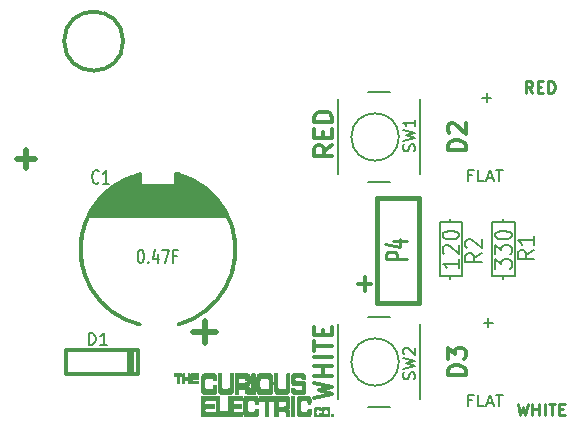
<source format=gbr>
%TF.GenerationSoftware,KiCad,Pcbnew,(5.1.10)-1*%
%TF.CreationDate,2021-07-04T12:46:57+01:00*%
%TF.ProjectId,SolderSolar,536f6c64-6572-4536-9f6c-61722e6b6963,rev?*%
%TF.SameCoordinates,PX6350ce0PY463f660*%
%TF.FileFunction,Legend,Top*%
%TF.FilePolarity,Positive*%
%FSLAX46Y46*%
G04 Gerber Fmt 4.6, Leading zero omitted, Abs format (unit mm)*
G04 Created by KiCad (PCBNEW (5.1.10)-1) date 2021-07-04 12:46:57*
%MOMM*%
%LPD*%
G01*
G04 APERTURE LIST*
%ADD10C,0.300000*%
%ADD11C,0.200000*%
%ADD12C,0.381000*%
%ADD13C,0.304800*%
%ADD14C,0.010000*%
%ADD15C,0.203200*%
%ADD16C,0.271780*%
%ADD17C,0.250000*%
%ADD18C,0.150000*%
%ADD19C,0.500000*%
G04 APERTURE END LIST*
D10*
X30289571Y12338858D02*
X31432428Y12338858D01*
X30861000Y11767429D02*
X30861000Y12910286D01*
D11*
%TO.C,R1*%
X43561000Y12954000D02*
X43561000Y17526000D01*
X41656000Y12954000D02*
X43561000Y12954000D01*
X41656000Y17526000D02*
X41656000Y12954000D01*
X43561000Y17526000D02*
X41656000Y17526000D01*
X42545000Y12954000D02*
X42545000Y12700000D01*
X42545000Y17526000D02*
X42545000Y17780000D01*
%TO.C,R2*%
X39116000Y12954000D02*
X39116000Y17526000D01*
X37211000Y12954000D02*
X39116000Y12954000D01*
X37211000Y17526000D02*
X37211000Y12954000D01*
X39116000Y17526000D02*
X37211000Y17526000D01*
X38100000Y12954000D02*
X38100000Y12700000D01*
X38100000Y17526000D02*
X38100000Y17780000D01*
D12*
%TO.C,P4*%
X31877000Y10668000D02*
X31877000Y10922000D01*
X35433000Y10668000D02*
X31877000Y10668000D01*
X35433000Y19558000D02*
X35433000Y10668000D01*
X31877000Y19558000D02*
X35433000Y19558000D01*
X31877000Y10922000D02*
X31877000Y19558000D01*
D11*
%TO.C,SW2*%
X33020000Y1905000D02*
X31115000Y1905000D01*
X33020000Y9525000D02*
X31115000Y9525000D01*
X35560000Y2540000D02*
X35560000Y8890000D01*
X28575000Y2540000D02*
X28575000Y8890000D01*
X33758046Y5715000D02*
G75*
G03*
X33758046Y5715000I-2008046J0D01*
G01*
%TO.C,SW1*%
X33020000Y20955000D02*
X31115000Y20955000D01*
X33020000Y28575000D02*
X31115000Y28575000D01*
X35560000Y21590000D02*
X35560000Y27940000D01*
X28575000Y21590000D02*
X28575000Y27940000D01*
X33758046Y24765000D02*
G75*
G03*
X33758046Y24765000I-2008046J0D01*
G01*
D10*
%TO.C,C1*%
X6985000Y16764000D02*
G75*
G03*
X11811000Y8890000I6350000J-1524000D01*
G01*
X11811000Y21590000D02*
G75*
G03*
X6985000Y13716000I1524000J-6350000D01*
G01*
X19685000Y13462000D02*
G75*
G03*
X15113000Y21590000I-6350000J1778000D01*
G01*
X15113000Y8890000D02*
G75*
G03*
X19685000Y17018000I-1778000J6350000D01*
G01*
X19177000Y18034000D02*
X7493000Y18034000D01*
X18923000Y18542000D02*
X8001000Y18542000D01*
X18669000Y18796000D02*
X8255000Y18796000D01*
X11811000Y20066000D02*
X11811000Y21590000D01*
X11557000Y20066000D02*
X11811000Y20066000D01*
X11557000Y20828000D02*
X11557000Y20066000D01*
X9017000Y19812000D02*
X11557000Y20828000D01*
X10541000Y21082000D02*
X9017000Y19812000D01*
X11557000Y20828000D02*
X10541000Y21082000D01*
X11049000Y21082000D02*
X11557000Y20828000D01*
X10795000Y21082000D02*
X11049000Y21082000D01*
X11049000Y21336000D02*
X10795000Y21082000D01*
X11303000Y21082000D02*
X11049000Y21336000D01*
X11557000Y21336000D02*
X11303000Y21082000D01*
X11557000Y21082000D02*
X11557000Y21336000D01*
X11811000Y21336000D02*
X11557000Y21082000D01*
X11811000Y20828000D02*
X11811000Y21336000D01*
X10287000Y20828000D02*
X11811000Y20828000D01*
X9779000Y20574000D02*
X10287000Y20828000D01*
X16891000Y20574000D02*
X9779000Y20574000D01*
X17145000Y20320000D02*
X16891000Y20574000D01*
X9525000Y20320000D02*
X17145000Y20320000D01*
X9271000Y20066000D02*
X9525000Y20320000D01*
X17399000Y20066000D02*
X9271000Y20066000D01*
X17907000Y19812000D02*
X17399000Y20066000D01*
X9017000Y19812000D02*
X17907000Y19812000D01*
X8509000Y19558000D02*
X9017000Y19812000D01*
X17907000Y19558000D02*
X8509000Y19558000D01*
X18415000Y19304000D02*
X17907000Y19558000D01*
X8509000Y19304000D02*
X18415000Y19304000D01*
X7747000Y18288000D02*
X8509000Y19304000D01*
X8255000Y19050000D02*
X7747000Y18288000D01*
X18415000Y19050000D02*
X8255000Y19050000D01*
X18923000Y18288000D02*
X18415000Y19050000D01*
X7747000Y18288000D02*
X18923000Y18288000D01*
X15113000Y21590000D02*
X15113000Y20320000D01*
X15367000Y20320000D02*
X15367000Y21336000D01*
X15621000Y21336000D02*
X15621000Y20828000D01*
X15621000Y20574000D02*
X15875000Y20828000D01*
X15875000Y20828000D02*
X15875000Y21082000D01*
X15875000Y21082000D02*
X16891000Y20574000D01*
X16891000Y20574000D02*
X16129000Y20828000D01*
X15875000Y20574000D02*
X16129000Y20828000D01*
X17399000Y20066000D02*
X17145000Y20320000D01*
X14859000Y20320000D02*
X14859000Y21590000D01*
X14859000Y21590000D02*
X15113000Y21590000D01*
D13*
%TO.C,D1*%
X10922000Y4699000D02*
X10922000Y6731000D01*
X11176000Y6731000D02*
X11176000Y4699000D01*
X11684000Y4699000D02*
X11684000Y5715000D01*
X5588000Y4699000D02*
X11684000Y4699000D01*
X5588000Y5715000D02*
X5588000Y4699000D01*
X5588000Y6731000D02*
X5588000Y5715000D01*
X11684000Y6731000D02*
X5588000Y6731000D01*
X11684000Y5715000D02*
X11684000Y6731000D01*
D14*
%TO.C,P3*%
G36*
X28068000Y1210000D02*
G01*
X28158000Y1210000D01*
X28158000Y1120000D01*
X28068000Y1120000D01*
X28068000Y1210000D01*
G37*
X28068000Y1210000D02*
X28158000Y1210000D01*
X28158000Y1120000D01*
X28068000Y1120000D01*
X28068000Y1210000D01*
G36*
X27978000Y1210000D02*
G01*
X28068000Y1210000D01*
X28068000Y1120000D01*
X27978000Y1120000D01*
X27978000Y1210000D01*
G37*
X27978000Y1210000D02*
X28068000Y1210000D01*
X28068000Y1120000D01*
X27978000Y1120000D01*
X27978000Y1210000D01*
G36*
X27798000Y1210000D02*
G01*
X27888000Y1210000D01*
X27888000Y1120000D01*
X27798000Y1120000D01*
X27798000Y1210000D01*
G37*
X27798000Y1210000D02*
X27888000Y1210000D01*
X27888000Y1120000D01*
X27798000Y1120000D01*
X27798000Y1210000D01*
G36*
X27708000Y1210000D02*
G01*
X27798000Y1210000D01*
X27798000Y1120000D01*
X27708000Y1120000D01*
X27708000Y1210000D01*
G37*
X27708000Y1210000D02*
X27798000Y1210000D01*
X27798000Y1120000D01*
X27708000Y1120000D01*
X27708000Y1210000D01*
G36*
X27618000Y1210000D02*
G01*
X27708000Y1210000D01*
X27708000Y1120000D01*
X27618000Y1120000D01*
X27618000Y1210000D01*
G37*
X27618000Y1210000D02*
X27708000Y1210000D01*
X27708000Y1120000D01*
X27618000Y1120000D01*
X27618000Y1210000D01*
G36*
X27528000Y1210000D02*
G01*
X27618000Y1210000D01*
X27618000Y1120000D01*
X27528000Y1120000D01*
X27528000Y1210000D01*
G37*
X27528000Y1210000D02*
X27618000Y1210000D01*
X27618000Y1120000D01*
X27528000Y1120000D01*
X27528000Y1210000D01*
G36*
X27438000Y1210000D02*
G01*
X27528000Y1210000D01*
X27528000Y1120000D01*
X27438000Y1120000D01*
X27438000Y1210000D01*
G37*
X27438000Y1210000D02*
X27528000Y1210000D01*
X27528000Y1120000D01*
X27438000Y1120000D01*
X27438000Y1210000D01*
G36*
X27348000Y1210000D02*
G01*
X27438000Y1210000D01*
X27438000Y1120000D01*
X27348000Y1120000D01*
X27348000Y1210000D01*
G37*
X27348000Y1210000D02*
X27438000Y1210000D01*
X27438000Y1120000D01*
X27348000Y1120000D01*
X27348000Y1210000D01*
G36*
X27258000Y1210000D02*
G01*
X27348000Y1210000D01*
X27348000Y1120000D01*
X27258000Y1120000D01*
X27258000Y1210000D01*
G37*
X27258000Y1210000D02*
X27348000Y1210000D01*
X27348000Y1120000D01*
X27258000Y1120000D01*
X27258000Y1210000D01*
G36*
X27078000Y1210000D02*
G01*
X27168000Y1210000D01*
X27168000Y1120000D01*
X27078000Y1120000D01*
X27078000Y1210000D01*
G37*
X27078000Y1210000D02*
X27168000Y1210000D01*
X27168000Y1120000D01*
X27078000Y1120000D01*
X27078000Y1210000D01*
G36*
X26988000Y1210000D02*
G01*
X27078000Y1210000D01*
X27078000Y1120000D01*
X26988000Y1120000D01*
X26988000Y1210000D01*
G37*
X26988000Y1210000D02*
X27078000Y1210000D01*
X27078000Y1120000D01*
X26988000Y1120000D01*
X26988000Y1210000D01*
G36*
X26898000Y1210000D02*
G01*
X26988000Y1210000D01*
X26988000Y1120000D01*
X26898000Y1120000D01*
X26898000Y1210000D01*
G37*
X26898000Y1210000D02*
X26988000Y1210000D01*
X26988000Y1120000D01*
X26898000Y1120000D01*
X26898000Y1210000D01*
G36*
X26808000Y1210000D02*
G01*
X26898000Y1210000D01*
X26898000Y1120000D01*
X26808000Y1120000D01*
X26808000Y1210000D01*
G37*
X26808000Y1210000D02*
X26898000Y1210000D01*
X26898000Y1120000D01*
X26808000Y1120000D01*
X26808000Y1210000D01*
G36*
X26718000Y1210000D02*
G01*
X26808000Y1210000D01*
X26808000Y1120000D01*
X26718000Y1120000D01*
X26718000Y1210000D01*
G37*
X26718000Y1210000D02*
X26808000Y1210000D01*
X26808000Y1120000D01*
X26718000Y1120000D01*
X26718000Y1210000D01*
G36*
X26628000Y1210000D02*
G01*
X26718000Y1210000D01*
X26718000Y1120000D01*
X26628000Y1120000D01*
X26628000Y1210000D01*
G37*
X26628000Y1210000D02*
X26718000Y1210000D01*
X26718000Y1120000D01*
X26628000Y1120000D01*
X26628000Y1210000D01*
G36*
X26538000Y1210000D02*
G01*
X26628000Y1210000D01*
X26628000Y1120000D01*
X26538000Y1120000D01*
X26538000Y1210000D01*
G37*
X26538000Y1210000D02*
X26628000Y1210000D01*
X26628000Y1120000D01*
X26538000Y1120000D01*
X26538000Y1210000D01*
G36*
X26178000Y1210000D02*
G01*
X26268000Y1210000D01*
X26268000Y1120000D01*
X26178000Y1120000D01*
X26178000Y1210000D01*
G37*
X26178000Y1210000D02*
X26268000Y1210000D01*
X26268000Y1120000D01*
X26178000Y1120000D01*
X26178000Y1210000D01*
G36*
X26088000Y1210000D02*
G01*
X26178000Y1210000D01*
X26178000Y1120000D01*
X26088000Y1120000D01*
X26088000Y1210000D01*
G37*
X26088000Y1210000D02*
X26178000Y1210000D01*
X26178000Y1120000D01*
X26088000Y1120000D01*
X26088000Y1210000D01*
G36*
X25998000Y1210000D02*
G01*
X26088000Y1210000D01*
X26088000Y1120000D01*
X25998000Y1120000D01*
X25998000Y1210000D01*
G37*
X25998000Y1210000D02*
X26088000Y1210000D01*
X26088000Y1120000D01*
X25998000Y1120000D01*
X25998000Y1210000D01*
G36*
X25908000Y1210000D02*
G01*
X25998000Y1210000D01*
X25998000Y1120000D01*
X25908000Y1120000D01*
X25908000Y1210000D01*
G37*
X25908000Y1210000D02*
X25998000Y1210000D01*
X25998000Y1120000D01*
X25908000Y1120000D01*
X25908000Y1210000D01*
G36*
X25818000Y1210000D02*
G01*
X25908000Y1210000D01*
X25908000Y1120000D01*
X25818000Y1120000D01*
X25818000Y1210000D01*
G37*
X25818000Y1210000D02*
X25908000Y1210000D01*
X25908000Y1120000D01*
X25818000Y1120000D01*
X25818000Y1210000D01*
G36*
X25728000Y1210000D02*
G01*
X25818000Y1210000D01*
X25818000Y1120000D01*
X25728000Y1120000D01*
X25728000Y1210000D01*
G37*
X25728000Y1210000D02*
X25818000Y1210000D01*
X25818000Y1120000D01*
X25728000Y1120000D01*
X25728000Y1210000D01*
G36*
X25638000Y1210000D02*
G01*
X25728000Y1210000D01*
X25728000Y1120000D01*
X25638000Y1120000D01*
X25638000Y1210000D01*
G37*
X25638000Y1210000D02*
X25728000Y1210000D01*
X25728000Y1120000D01*
X25638000Y1120000D01*
X25638000Y1210000D01*
G36*
X25548000Y1210000D02*
G01*
X25638000Y1210000D01*
X25638000Y1120000D01*
X25548000Y1120000D01*
X25548000Y1210000D01*
G37*
X25548000Y1210000D02*
X25638000Y1210000D01*
X25638000Y1120000D01*
X25548000Y1120000D01*
X25548000Y1210000D01*
G36*
X25458000Y1210000D02*
G01*
X25548000Y1210000D01*
X25548000Y1120000D01*
X25458000Y1120000D01*
X25458000Y1210000D01*
G37*
X25458000Y1210000D02*
X25548000Y1210000D01*
X25548000Y1120000D01*
X25458000Y1120000D01*
X25458000Y1210000D01*
G36*
X25368000Y1210000D02*
G01*
X25458000Y1210000D01*
X25458000Y1120000D01*
X25368000Y1120000D01*
X25368000Y1210000D01*
G37*
X25368000Y1210000D02*
X25458000Y1210000D01*
X25458000Y1120000D01*
X25368000Y1120000D01*
X25368000Y1210000D01*
G36*
X25278000Y1210000D02*
G01*
X25368000Y1210000D01*
X25368000Y1120000D01*
X25278000Y1120000D01*
X25278000Y1210000D01*
G37*
X25278000Y1210000D02*
X25368000Y1210000D01*
X25368000Y1120000D01*
X25278000Y1120000D01*
X25278000Y1210000D01*
G36*
X25188000Y1210000D02*
G01*
X25278000Y1210000D01*
X25278000Y1120000D01*
X25188000Y1120000D01*
X25188000Y1210000D01*
G37*
X25188000Y1210000D02*
X25278000Y1210000D01*
X25278000Y1120000D01*
X25188000Y1120000D01*
X25188000Y1210000D01*
G36*
X24828000Y1210000D02*
G01*
X24918000Y1210000D01*
X24918000Y1120000D01*
X24828000Y1120000D01*
X24828000Y1210000D01*
G37*
X24828000Y1210000D02*
X24918000Y1210000D01*
X24918000Y1120000D01*
X24828000Y1120000D01*
X24828000Y1210000D01*
G36*
X24738000Y1210000D02*
G01*
X24828000Y1210000D01*
X24828000Y1120000D01*
X24738000Y1120000D01*
X24738000Y1210000D01*
G37*
X24738000Y1210000D02*
X24828000Y1210000D01*
X24828000Y1120000D01*
X24738000Y1120000D01*
X24738000Y1210000D01*
G36*
X24648000Y1210000D02*
G01*
X24738000Y1210000D01*
X24738000Y1120000D01*
X24648000Y1120000D01*
X24648000Y1210000D01*
G37*
X24648000Y1210000D02*
X24738000Y1210000D01*
X24738000Y1120000D01*
X24648000Y1120000D01*
X24648000Y1210000D01*
G36*
X24378000Y1210000D02*
G01*
X24468000Y1210000D01*
X24468000Y1120000D01*
X24378000Y1120000D01*
X24378000Y1210000D01*
G37*
X24378000Y1210000D02*
X24468000Y1210000D01*
X24468000Y1120000D01*
X24378000Y1120000D01*
X24378000Y1210000D01*
G36*
X24288000Y1210000D02*
G01*
X24378000Y1210000D01*
X24378000Y1120000D01*
X24288000Y1120000D01*
X24288000Y1210000D01*
G37*
X24288000Y1210000D02*
X24378000Y1210000D01*
X24378000Y1120000D01*
X24288000Y1120000D01*
X24288000Y1210000D01*
G36*
X24198000Y1210000D02*
G01*
X24288000Y1210000D01*
X24288000Y1120000D01*
X24198000Y1120000D01*
X24198000Y1210000D01*
G37*
X24198000Y1210000D02*
X24288000Y1210000D01*
X24288000Y1120000D01*
X24198000Y1120000D01*
X24198000Y1210000D01*
G36*
X23478000Y1210000D02*
G01*
X23568000Y1210000D01*
X23568000Y1120000D01*
X23478000Y1120000D01*
X23478000Y1210000D01*
G37*
X23478000Y1210000D02*
X23568000Y1210000D01*
X23568000Y1120000D01*
X23478000Y1120000D01*
X23478000Y1210000D01*
G36*
X23388000Y1210000D02*
G01*
X23478000Y1210000D01*
X23478000Y1120000D01*
X23388000Y1120000D01*
X23388000Y1210000D01*
G37*
X23388000Y1210000D02*
X23478000Y1210000D01*
X23478000Y1120000D01*
X23388000Y1120000D01*
X23388000Y1210000D01*
G36*
X23298000Y1210000D02*
G01*
X23388000Y1210000D01*
X23388000Y1120000D01*
X23298000Y1120000D01*
X23298000Y1210000D01*
G37*
X23298000Y1210000D02*
X23388000Y1210000D01*
X23388000Y1120000D01*
X23298000Y1120000D01*
X23298000Y1210000D01*
G36*
X23208000Y1210000D02*
G01*
X23298000Y1210000D01*
X23298000Y1120000D01*
X23208000Y1120000D01*
X23208000Y1210000D01*
G37*
X23208000Y1210000D02*
X23298000Y1210000D01*
X23298000Y1120000D01*
X23208000Y1120000D01*
X23208000Y1210000D01*
G36*
X22578000Y1210000D02*
G01*
X22668000Y1210000D01*
X22668000Y1120000D01*
X22578000Y1120000D01*
X22578000Y1210000D01*
G37*
X22578000Y1210000D02*
X22668000Y1210000D01*
X22668000Y1120000D01*
X22578000Y1120000D01*
X22578000Y1210000D01*
G36*
X22488000Y1210000D02*
G01*
X22578000Y1210000D01*
X22578000Y1120000D01*
X22488000Y1120000D01*
X22488000Y1210000D01*
G37*
X22488000Y1210000D02*
X22578000Y1210000D01*
X22578000Y1120000D01*
X22488000Y1120000D01*
X22488000Y1210000D01*
G36*
X22398000Y1210000D02*
G01*
X22488000Y1210000D01*
X22488000Y1120000D01*
X22398000Y1120000D01*
X22398000Y1210000D01*
G37*
X22398000Y1210000D02*
X22488000Y1210000D01*
X22488000Y1120000D01*
X22398000Y1120000D01*
X22398000Y1210000D01*
G36*
X21678000Y1210000D02*
G01*
X21768000Y1210000D01*
X21768000Y1120000D01*
X21678000Y1120000D01*
X21678000Y1210000D01*
G37*
X21678000Y1210000D02*
X21768000Y1210000D01*
X21768000Y1120000D01*
X21678000Y1120000D01*
X21678000Y1210000D01*
G36*
X21588000Y1210000D02*
G01*
X21678000Y1210000D01*
X21678000Y1120000D01*
X21588000Y1120000D01*
X21588000Y1210000D01*
G37*
X21588000Y1210000D02*
X21678000Y1210000D01*
X21678000Y1120000D01*
X21588000Y1120000D01*
X21588000Y1210000D01*
G36*
X21498000Y1210000D02*
G01*
X21588000Y1210000D01*
X21588000Y1120000D01*
X21498000Y1120000D01*
X21498000Y1210000D01*
G37*
X21498000Y1210000D02*
X21588000Y1210000D01*
X21588000Y1120000D01*
X21498000Y1120000D01*
X21498000Y1210000D01*
G36*
X21408000Y1210000D02*
G01*
X21498000Y1210000D01*
X21498000Y1120000D01*
X21408000Y1120000D01*
X21408000Y1210000D01*
G37*
X21408000Y1210000D02*
X21498000Y1210000D01*
X21498000Y1120000D01*
X21408000Y1120000D01*
X21408000Y1210000D01*
G36*
X21318000Y1210000D02*
G01*
X21408000Y1210000D01*
X21408000Y1120000D01*
X21318000Y1120000D01*
X21318000Y1210000D01*
G37*
X21318000Y1210000D02*
X21408000Y1210000D01*
X21408000Y1120000D01*
X21318000Y1120000D01*
X21318000Y1210000D01*
G36*
X21228000Y1210000D02*
G01*
X21318000Y1210000D01*
X21318000Y1120000D01*
X21228000Y1120000D01*
X21228000Y1210000D01*
G37*
X21228000Y1210000D02*
X21318000Y1210000D01*
X21318000Y1120000D01*
X21228000Y1120000D01*
X21228000Y1210000D01*
G36*
X21138000Y1210000D02*
G01*
X21228000Y1210000D01*
X21228000Y1120000D01*
X21138000Y1120000D01*
X21138000Y1210000D01*
G37*
X21138000Y1210000D02*
X21228000Y1210000D01*
X21228000Y1120000D01*
X21138000Y1120000D01*
X21138000Y1210000D01*
G36*
X21048000Y1210000D02*
G01*
X21138000Y1210000D01*
X21138000Y1120000D01*
X21048000Y1120000D01*
X21048000Y1210000D01*
G37*
X21048000Y1210000D02*
X21138000Y1210000D01*
X21138000Y1120000D01*
X21048000Y1120000D01*
X21048000Y1210000D01*
G36*
X20958000Y1210000D02*
G01*
X21048000Y1210000D01*
X21048000Y1120000D01*
X20958000Y1120000D01*
X20958000Y1210000D01*
G37*
X20958000Y1210000D02*
X21048000Y1210000D01*
X21048000Y1120000D01*
X20958000Y1120000D01*
X20958000Y1210000D01*
G36*
X20868000Y1210000D02*
G01*
X20958000Y1210000D01*
X20958000Y1120000D01*
X20868000Y1120000D01*
X20868000Y1210000D01*
G37*
X20868000Y1210000D02*
X20958000Y1210000D01*
X20958000Y1120000D01*
X20868000Y1120000D01*
X20868000Y1210000D01*
G36*
X20778000Y1210000D02*
G01*
X20868000Y1210000D01*
X20868000Y1120000D01*
X20778000Y1120000D01*
X20778000Y1210000D01*
G37*
X20778000Y1210000D02*
X20868000Y1210000D01*
X20868000Y1120000D01*
X20778000Y1120000D01*
X20778000Y1210000D01*
G36*
X20688000Y1210000D02*
G01*
X20778000Y1210000D01*
X20778000Y1120000D01*
X20688000Y1120000D01*
X20688000Y1210000D01*
G37*
X20688000Y1210000D02*
X20778000Y1210000D01*
X20778000Y1120000D01*
X20688000Y1120000D01*
X20688000Y1210000D01*
G36*
X20418000Y1210000D02*
G01*
X20508000Y1210000D01*
X20508000Y1120000D01*
X20418000Y1120000D01*
X20418000Y1210000D01*
G37*
X20418000Y1210000D02*
X20508000Y1210000D01*
X20508000Y1120000D01*
X20418000Y1120000D01*
X20418000Y1210000D01*
G36*
X20328000Y1210000D02*
G01*
X20418000Y1210000D01*
X20418000Y1120000D01*
X20328000Y1120000D01*
X20328000Y1210000D01*
G37*
X20328000Y1210000D02*
X20418000Y1210000D01*
X20418000Y1120000D01*
X20328000Y1120000D01*
X20328000Y1210000D01*
G36*
X20238000Y1210000D02*
G01*
X20328000Y1210000D01*
X20328000Y1120000D01*
X20238000Y1120000D01*
X20238000Y1210000D01*
G37*
X20238000Y1210000D02*
X20328000Y1210000D01*
X20328000Y1120000D01*
X20238000Y1120000D01*
X20238000Y1210000D01*
G36*
X20148000Y1210000D02*
G01*
X20238000Y1210000D01*
X20238000Y1120000D01*
X20148000Y1120000D01*
X20148000Y1210000D01*
G37*
X20148000Y1210000D02*
X20238000Y1210000D01*
X20238000Y1120000D01*
X20148000Y1120000D01*
X20148000Y1210000D01*
G36*
X20058000Y1210000D02*
G01*
X20148000Y1210000D01*
X20148000Y1120000D01*
X20058000Y1120000D01*
X20058000Y1210000D01*
G37*
X20058000Y1210000D02*
X20148000Y1210000D01*
X20148000Y1120000D01*
X20058000Y1120000D01*
X20058000Y1210000D01*
G36*
X19968000Y1210000D02*
G01*
X20058000Y1210000D01*
X20058000Y1120000D01*
X19968000Y1120000D01*
X19968000Y1210000D01*
G37*
X19968000Y1210000D02*
X20058000Y1210000D01*
X20058000Y1120000D01*
X19968000Y1120000D01*
X19968000Y1210000D01*
G36*
X19878000Y1210000D02*
G01*
X19968000Y1210000D01*
X19968000Y1120000D01*
X19878000Y1120000D01*
X19878000Y1210000D01*
G37*
X19878000Y1210000D02*
X19968000Y1210000D01*
X19968000Y1120000D01*
X19878000Y1120000D01*
X19878000Y1210000D01*
G36*
X19788000Y1210000D02*
G01*
X19878000Y1210000D01*
X19878000Y1120000D01*
X19788000Y1120000D01*
X19788000Y1210000D01*
G37*
X19788000Y1210000D02*
X19878000Y1210000D01*
X19878000Y1120000D01*
X19788000Y1120000D01*
X19788000Y1210000D01*
G36*
X19698000Y1210000D02*
G01*
X19788000Y1210000D01*
X19788000Y1120000D01*
X19698000Y1120000D01*
X19698000Y1210000D01*
G37*
X19698000Y1210000D02*
X19788000Y1210000D01*
X19788000Y1120000D01*
X19698000Y1120000D01*
X19698000Y1210000D01*
G36*
X19608000Y1210000D02*
G01*
X19698000Y1210000D01*
X19698000Y1120000D01*
X19608000Y1120000D01*
X19608000Y1210000D01*
G37*
X19608000Y1210000D02*
X19698000Y1210000D01*
X19698000Y1120000D01*
X19608000Y1120000D01*
X19608000Y1210000D01*
G36*
X19518000Y1210000D02*
G01*
X19608000Y1210000D01*
X19608000Y1120000D01*
X19518000Y1120000D01*
X19518000Y1210000D01*
G37*
X19518000Y1210000D02*
X19608000Y1210000D01*
X19608000Y1120000D01*
X19518000Y1120000D01*
X19518000Y1210000D01*
G36*
X19428000Y1210000D02*
G01*
X19518000Y1210000D01*
X19518000Y1120000D01*
X19428000Y1120000D01*
X19428000Y1210000D01*
G37*
X19428000Y1210000D02*
X19518000Y1210000D01*
X19518000Y1120000D01*
X19428000Y1120000D01*
X19428000Y1210000D01*
G36*
X19338000Y1210000D02*
G01*
X19428000Y1210000D01*
X19428000Y1120000D01*
X19338000Y1120000D01*
X19338000Y1210000D01*
G37*
X19338000Y1210000D02*
X19428000Y1210000D01*
X19428000Y1120000D01*
X19338000Y1120000D01*
X19338000Y1210000D01*
G36*
X19158000Y1210000D02*
G01*
X19248000Y1210000D01*
X19248000Y1120000D01*
X19158000Y1120000D01*
X19158000Y1210000D01*
G37*
X19158000Y1210000D02*
X19248000Y1210000D01*
X19248000Y1120000D01*
X19158000Y1120000D01*
X19158000Y1210000D01*
G36*
X19068000Y1210000D02*
G01*
X19158000Y1210000D01*
X19158000Y1120000D01*
X19068000Y1120000D01*
X19068000Y1210000D01*
G37*
X19068000Y1210000D02*
X19158000Y1210000D01*
X19158000Y1120000D01*
X19068000Y1120000D01*
X19068000Y1210000D01*
G36*
X18978000Y1210000D02*
G01*
X19068000Y1210000D01*
X19068000Y1120000D01*
X18978000Y1120000D01*
X18978000Y1210000D01*
G37*
X18978000Y1210000D02*
X19068000Y1210000D01*
X19068000Y1120000D01*
X18978000Y1120000D01*
X18978000Y1210000D01*
G36*
X18888000Y1210000D02*
G01*
X18978000Y1210000D01*
X18978000Y1120000D01*
X18888000Y1120000D01*
X18888000Y1210000D01*
G37*
X18888000Y1210000D02*
X18978000Y1210000D01*
X18978000Y1120000D01*
X18888000Y1120000D01*
X18888000Y1210000D01*
G36*
X18798000Y1210000D02*
G01*
X18888000Y1210000D01*
X18888000Y1120000D01*
X18798000Y1120000D01*
X18798000Y1210000D01*
G37*
X18798000Y1210000D02*
X18888000Y1210000D01*
X18888000Y1120000D01*
X18798000Y1120000D01*
X18798000Y1210000D01*
G36*
X18708000Y1210000D02*
G01*
X18798000Y1210000D01*
X18798000Y1120000D01*
X18708000Y1120000D01*
X18708000Y1210000D01*
G37*
X18708000Y1210000D02*
X18798000Y1210000D01*
X18798000Y1120000D01*
X18708000Y1120000D01*
X18708000Y1210000D01*
G36*
X18618000Y1210000D02*
G01*
X18708000Y1210000D01*
X18708000Y1120000D01*
X18618000Y1120000D01*
X18618000Y1210000D01*
G37*
X18618000Y1210000D02*
X18708000Y1210000D01*
X18708000Y1120000D01*
X18618000Y1120000D01*
X18618000Y1210000D01*
G36*
X18528000Y1210000D02*
G01*
X18618000Y1210000D01*
X18618000Y1120000D01*
X18528000Y1120000D01*
X18528000Y1210000D01*
G37*
X18528000Y1210000D02*
X18618000Y1210000D01*
X18618000Y1120000D01*
X18528000Y1120000D01*
X18528000Y1210000D01*
G36*
X18438000Y1210000D02*
G01*
X18528000Y1210000D01*
X18528000Y1120000D01*
X18438000Y1120000D01*
X18438000Y1210000D01*
G37*
X18438000Y1210000D02*
X18528000Y1210000D01*
X18528000Y1120000D01*
X18438000Y1120000D01*
X18438000Y1210000D01*
G36*
X18348000Y1210000D02*
G01*
X18438000Y1210000D01*
X18438000Y1120000D01*
X18348000Y1120000D01*
X18348000Y1210000D01*
G37*
X18348000Y1210000D02*
X18438000Y1210000D01*
X18438000Y1120000D01*
X18348000Y1120000D01*
X18348000Y1210000D01*
G36*
X18258000Y1210000D02*
G01*
X18348000Y1210000D01*
X18348000Y1120000D01*
X18258000Y1120000D01*
X18258000Y1210000D01*
G37*
X18258000Y1210000D02*
X18348000Y1210000D01*
X18348000Y1120000D01*
X18258000Y1120000D01*
X18258000Y1210000D01*
G36*
X18078000Y1210000D02*
G01*
X18168000Y1210000D01*
X18168000Y1120000D01*
X18078000Y1120000D01*
X18078000Y1210000D01*
G37*
X18078000Y1210000D02*
X18168000Y1210000D01*
X18168000Y1120000D01*
X18078000Y1120000D01*
X18078000Y1210000D01*
G36*
X17988000Y1210000D02*
G01*
X18078000Y1210000D01*
X18078000Y1120000D01*
X17988000Y1120000D01*
X17988000Y1210000D01*
G37*
X17988000Y1210000D02*
X18078000Y1210000D01*
X18078000Y1120000D01*
X17988000Y1120000D01*
X17988000Y1210000D01*
G36*
X17898000Y1210000D02*
G01*
X17988000Y1210000D01*
X17988000Y1120000D01*
X17898000Y1120000D01*
X17898000Y1210000D01*
G37*
X17898000Y1210000D02*
X17988000Y1210000D01*
X17988000Y1120000D01*
X17898000Y1120000D01*
X17898000Y1210000D01*
G36*
X17808000Y1210000D02*
G01*
X17898000Y1210000D01*
X17898000Y1120000D01*
X17808000Y1120000D01*
X17808000Y1210000D01*
G37*
X17808000Y1210000D02*
X17898000Y1210000D01*
X17898000Y1120000D01*
X17808000Y1120000D01*
X17808000Y1210000D01*
G36*
X17718000Y1210000D02*
G01*
X17808000Y1210000D01*
X17808000Y1120000D01*
X17718000Y1120000D01*
X17718000Y1210000D01*
G37*
X17718000Y1210000D02*
X17808000Y1210000D01*
X17808000Y1120000D01*
X17718000Y1120000D01*
X17718000Y1210000D01*
G36*
X17628000Y1210000D02*
G01*
X17718000Y1210000D01*
X17718000Y1120000D01*
X17628000Y1120000D01*
X17628000Y1210000D01*
G37*
X17628000Y1210000D02*
X17718000Y1210000D01*
X17718000Y1120000D01*
X17628000Y1120000D01*
X17628000Y1210000D01*
G36*
X17538000Y1210000D02*
G01*
X17628000Y1210000D01*
X17628000Y1120000D01*
X17538000Y1120000D01*
X17538000Y1210000D01*
G37*
X17538000Y1210000D02*
X17628000Y1210000D01*
X17628000Y1120000D01*
X17538000Y1120000D01*
X17538000Y1210000D01*
G36*
X17448000Y1210000D02*
G01*
X17538000Y1210000D01*
X17538000Y1120000D01*
X17448000Y1120000D01*
X17448000Y1210000D01*
G37*
X17448000Y1210000D02*
X17538000Y1210000D01*
X17538000Y1120000D01*
X17448000Y1120000D01*
X17448000Y1210000D01*
G36*
X17358000Y1210000D02*
G01*
X17448000Y1210000D01*
X17448000Y1120000D01*
X17358000Y1120000D01*
X17358000Y1210000D01*
G37*
X17358000Y1210000D02*
X17448000Y1210000D01*
X17448000Y1120000D01*
X17358000Y1120000D01*
X17358000Y1210000D01*
G36*
X17268000Y1210000D02*
G01*
X17358000Y1210000D01*
X17358000Y1120000D01*
X17268000Y1120000D01*
X17268000Y1210000D01*
G37*
X17268000Y1210000D02*
X17358000Y1210000D01*
X17358000Y1120000D01*
X17268000Y1120000D01*
X17268000Y1210000D01*
G36*
X17178000Y1210000D02*
G01*
X17268000Y1210000D01*
X17268000Y1120000D01*
X17178000Y1120000D01*
X17178000Y1210000D01*
G37*
X17178000Y1210000D02*
X17268000Y1210000D01*
X17268000Y1120000D01*
X17178000Y1120000D01*
X17178000Y1210000D01*
G36*
X17088000Y1210000D02*
G01*
X17178000Y1210000D01*
X17178000Y1120000D01*
X17088000Y1120000D01*
X17088000Y1210000D01*
G37*
X17088000Y1210000D02*
X17178000Y1210000D01*
X17178000Y1120000D01*
X17088000Y1120000D01*
X17088000Y1210000D01*
G36*
X16998000Y1210000D02*
G01*
X17088000Y1210000D01*
X17088000Y1120000D01*
X16998000Y1120000D01*
X16998000Y1210000D01*
G37*
X16998000Y1210000D02*
X17088000Y1210000D01*
X17088000Y1120000D01*
X16998000Y1120000D01*
X16998000Y1210000D01*
G36*
X28068000Y1300000D02*
G01*
X28158000Y1300000D01*
X28158000Y1210000D01*
X28068000Y1210000D01*
X28068000Y1300000D01*
G37*
X28068000Y1300000D02*
X28158000Y1300000D01*
X28158000Y1210000D01*
X28068000Y1210000D01*
X28068000Y1300000D01*
G36*
X27978000Y1300000D02*
G01*
X28068000Y1300000D01*
X28068000Y1210000D01*
X27978000Y1210000D01*
X27978000Y1300000D01*
G37*
X27978000Y1300000D02*
X28068000Y1300000D01*
X28068000Y1210000D01*
X27978000Y1210000D01*
X27978000Y1300000D01*
G36*
X27798000Y1300000D02*
G01*
X27888000Y1300000D01*
X27888000Y1210000D01*
X27798000Y1210000D01*
X27798000Y1300000D01*
G37*
X27798000Y1300000D02*
X27888000Y1300000D01*
X27888000Y1210000D01*
X27798000Y1210000D01*
X27798000Y1300000D01*
G36*
X27708000Y1300000D02*
G01*
X27798000Y1300000D01*
X27798000Y1210000D01*
X27708000Y1210000D01*
X27708000Y1300000D01*
G37*
X27708000Y1300000D02*
X27798000Y1300000D01*
X27798000Y1210000D01*
X27708000Y1210000D01*
X27708000Y1300000D01*
G36*
X27618000Y1300000D02*
G01*
X27708000Y1300000D01*
X27708000Y1210000D01*
X27618000Y1210000D01*
X27618000Y1300000D01*
G37*
X27618000Y1300000D02*
X27708000Y1300000D01*
X27708000Y1210000D01*
X27618000Y1210000D01*
X27618000Y1300000D01*
G36*
X27528000Y1300000D02*
G01*
X27618000Y1300000D01*
X27618000Y1210000D01*
X27528000Y1210000D01*
X27528000Y1300000D01*
G37*
X27528000Y1300000D02*
X27618000Y1300000D01*
X27618000Y1210000D01*
X27528000Y1210000D01*
X27528000Y1300000D01*
G36*
X27438000Y1300000D02*
G01*
X27528000Y1300000D01*
X27528000Y1210000D01*
X27438000Y1210000D01*
X27438000Y1300000D01*
G37*
X27438000Y1300000D02*
X27528000Y1300000D01*
X27528000Y1210000D01*
X27438000Y1210000D01*
X27438000Y1300000D01*
G36*
X27348000Y1300000D02*
G01*
X27438000Y1300000D01*
X27438000Y1210000D01*
X27348000Y1210000D01*
X27348000Y1300000D01*
G37*
X27348000Y1300000D02*
X27438000Y1300000D01*
X27438000Y1210000D01*
X27348000Y1210000D01*
X27348000Y1300000D01*
G36*
X27258000Y1300000D02*
G01*
X27348000Y1300000D01*
X27348000Y1210000D01*
X27258000Y1210000D01*
X27258000Y1300000D01*
G37*
X27258000Y1300000D02*
X27348000Y1300000D01*
X27348000Y1210000D01*
X27258000Y1210000D01*
X27258000Y1300000D01*
G36*
X27078000Y1300000D02*
G01*
X27168000Y1300000D01*
X27168000Y1210000D01*
X27078000Y1210000D01*
X27078000Y1300000D01*
G37*
X27078000Y1300000D02*
X27168000Y1300000D01*
X27168000Y1210000D01*
X27078000Y1210000D01*
X27078000Y1300000D01*
G36*
X26988000Y1300000D02*
G01*
X27078000Y1300000D01*
X27078000Y1210000D01*
X26988000Y1210000D01*
X26988000Y1300000D01*
G37*
X26988000Y1300000D02*
X27078000Y1300000D01*
X27078000Y1210000D01*
X26988000Y1210000D01*
X26988000Y1300000D01*
G36*
X26628000Y1300000D02*
G01*
X26718000Y1300000D01*
X26718000Y1210000D01*
X26628000Y1210000D01*
X26628000Y1300000D01*
G37*
X26628000Y1300000D02*
X26718000Y1300000D01*
X26718000Y1210000D01*
X26628000Y1210000D01*
X26628000Y1300000D01*
G36*
X26538000Y1300000D02*
G01*
X26628000Y1300000D01*
X26628000Y1210000D01*
X26538000Y1210000D01*
X26538000Y1300000D01*
G37*
X26538000Y1300000D02*
X26628000Y1300000D01*
X26628000Y1210000D01*
X26538000Y1210000D01*
X26538000Y1300000D01*
G36*
X26178000Y1300000D02*
G01*
X26268000Y1300000D01*
X26268000Y1210000D01*
X26178000Y1210000D01*
X26178000Y1300000D01*
G37*
X26178000Y1300000D02*
X26268000Y1300000D01*
X26268000Y1210000D01*
X26178000Y1210000D01*
X26178000Y1300000D01*
G36*
X26088000Y1300000D02*
G01*
X26178000Y1300000D01*
X26178000Y1210000D01*
X26088000Y1210000D01*
X26088000Y1300000D01*
G37*
X26088000Y1300000D02*
X26178000Y1300000D01*
X26178000Y1210000D01*
X26088000Y1210000D01*
X26088000Y1300000D01*
G36*
X25998000Y1300000D02*
G01*
X26088000Y1300000D01*
X26088000Y1210000D01*
X25998000Y1210000D01*
X25998000Y1300000D01*
G37*
X25998000Y1300000D02*
X26088000Y1300000D01*
X26088000Y1210000D01*
X25998000Y1210000D01*
X25998000Y1300000D01*
G36*
X25908000Y1300000D02*
G01*
X25998000Y1300000D01*
X25998000Y1210000D01*
X25908000Y1210000D01*
X25908000Y1300000D01*
G37*
X25908000Y1300000D02*
X25998000Y1300000D01*
X25998000Y1210000D01*
X25908000Y1210000D01*
X25908000Y1300000D01*
G36*
X25818000Y1300000D02*
G01*
X25908000Y1300000D01*
X25908000Y1210000D01*
X25818000Y1210000D01*
X25818000Y1300000D01*
G37*
X25818000Y1300000D02*
X25908000Y1300000D01*
X25908000Y1210000D01*
X25818000Y1210000D01*
X25818000Y1300000D01*
G36*
X25728000Y1300000D02*
G01*
X25818000Y1300000D01*
X25818000Y1210000D01*
X25728000Y1210000D01*
X25728000Y1300000D01*
G37*
X25728000Y1300000D02*
X25818000Y1300000D01*
X25818000Y1210000D01*
X25728000Y1210000D01*
X25728000Y1300000D01*
G36*
X25638000Y1300000D02*
G01*
X25728000Y1300000D01*
X25728000Y1210000D01*
X25638000Y1210000D01*
X25638000Y1300000D01*
G37*
X25638000Y1300000D02*
X25728000Y1300000D01*
X25728000Y1210000D01*
X25638000Y1210000D01*
X25638000Y1300000D01*
G36*
X25548000Y1300000D02*
G01*
X25638000Y1300000D01*
X25638000Y1210000D01*
X25548000Y1210000D01*
X25548000Y1300000D01*
G37*
X25548000Y1300000D02*
X25638000Y1300000D01*
X25638000Y1210000D01*
X25548000Y1210000D01*
X25548000Y1300000D01*
G36*
X25458000Y1300000D02*
G01*
X25548000Y1300000D01*
X25548000Y1210000D01*
X25458000Y1210000D01*
X25458000Y1300000D01*
G37*
X25458000Y1300000D02*
X25548000Y1300000D01*
X25548000Y1210000D01*
X25458000Y1210000D01*
X25458000Y1300000D01*
G36*
X25368000Y1300000D02*
G01*
X25458000Y1300000D01*
X25458000Y1210000D01*
X25368000Y1210000D01*
X25368000Y1300000D01*
G37*
X25368000Y1300000D02*
X25458000Y1300000D01*
X25458000Y1210000D01*
X25368000Y1210000D01*
X25368000Y1300000D01*
G36*
X25278000Y1300000D02*
G01*
X25368000Y1300000D01*
X25368000Y1210000D01*
X25278000Y1210000D01*
X25278000Y1300000D01*
G37*
X25278000Y1300000D02*
X25368000Y1300000D01*
X25368000Y1210000D01*
X25278000Y1210000D01*
X25278000Y1300000D01*
G36*
X25188000Y1300000D02*
G01*
X25278000Y1300000D01*
X25278000Y1210000D01*
X25188000Y1210000D01*
X25188000Y1300000D01*
G37*
X25188000Y1300000D02*
X25278000Y1300000D01*
X25278000Y1210000D01*
X25188000Y1210000D01*
X25188000Y1300000D01*
G36*
X25098000Y1300000D02*
G01*
X25188000Y1300000D01*
X25188000Y1210000D01*
X25098000Y1210000D01*
X25098000Y1300000D01*
G37*
X25098000Y1300000D02*
X25188000Y1300000D01*
X25188000Y1210000D01*
X25098000Y1210000D01*
X25098000Y1300000D01*
G36*
X24828000Y1300000D02*
G01*
X24918000Y1300000D01*
X24918000Y1210000D01*
X24828000Y1210000D01*
X24828000Y1300000D01*
G37*
X24828000Y1300000D02*
X24918000Y1300000D01*
X24918000Y1210000D01*
X24828000Y1210000D01*
X24828000Y1300000D01*
G36*
X24738000Y1300000D02*
G01*
X24828000Y1300000D01*
X24828000Y1210000D01*
X24738000Y1210000D01*
X24738000Y1300000D01*
G37*
X24738000Y1300000D02*
X24828000Y1300000D01*
X24828000Y1210000D01*
X24738000Y1210000D01*
X24738000Y1300000D01*
G36*
X24648000Y1300000D02*
G01*
X24738000Y1300000D01*
X24738000Y1210000D01*
X24648000Y1210000D01*
X24648000Y1300000D01*
G37*
X24648000Y1300000D02*
X24738000Y1300000D01*
X24738000Y1210000D01*
X24648000Y1210000D01*
X24648000Y1300000D01*
G36*
X24378000Y1300000D02*
G01*
X24468000Y1300000D01*
X24468000Y1210000D01*
X24378000Y1210000D01*
X24378000Y1300000D01*
G37*
X24378000Y1300000D02*
X24468000Y1300000D01*
X24468000Y1210000D01*
X24378000Y1210000D01*
X24378000Y1300000D01*
G36*
X24288000Y1300000D02*
G01*
X24378000Y1300000D01*
X24378000Y1210000D01*
X24288000Y1210000D01*
X24288000Y1300000D01*
G37*
X24288000Y1300000D02*
X24378000Y1300000D01*
X24378000Y1210000D01*
X24288000Y1210000D01*
X24288000Y1300000D01*
G36*
X24198000Y1300000D02*
G01*
X24288000Y1300000D01*
X24288000Y1210000D01*
X24198000Y1210000D01*
X24198000Y1300000D01*
G37*
X24198000Y1300000D02*
X24288000Y1300000D01*
X24288000Y1210000D01*
X24198000Y1210000D01*
X24198000Y1300000D01*
G36*
X23478000Y1300000D02*
G01*
X23568000Y1300000D01*
X23568000Y1210000D01*
X23478000Y1210000D01*
X23478000Y1300000D01*
G37*
X23478000Y1300000D02*
X23568000Y1300000D01*
X23568000Y1210000D01*
X23478000Y1210000D01*
X23478000Y1300000D01*
G36*
X23388000Y1300000D02*
G01*
X23478000Y1300000D01*
X23478000Y1210000D01*
X23388000Y1210000D01*
X23388000Y1300000D01*
G37*
X23388000Y1300000D02*
X23478000Y1300000D01*
X23478000Y1210000D01*
X23388000Y1210000D01*
X23388000Y1300000D01*
G36*
X23298000Y1300000D02*
G01*
X23388000Y1300000D01*
X23388000Y1210000D01*
X23298000Y1210000D01*
X23298000Y1300000D01*
G37*
X23298000Y1300000D02*
X23388000Y1300000D01*
X23388000Y1210000D01*
X23298000Y1210000D01*
X23298000Y1300000D01*
G36*
X23208000Y1300000D02*
G01*
X23298000Y1300000D01*
X23298000Y1210000D01*
X23208000Y1210000D01*
X23208000Y1300000D01*
G37*
X23208000Y1300000D02*
X23298000Y1300000D01*
X23298000Y1210000D01*
X23208000Y1210000D01*
X23208000Y1300000D01*
G36*
X22578000Y1300000D02*
G01*
X22668000Y1300000D01*
X22668000Y1210000D01*
X22578000Y1210000D01*
X22578000Y1300000D01*
G37*
X22578000Y1300000D02*
X22668000Y1300000D01*
X22668000Y1210000D01*
X22578000Y1210000D01*
X22578000Y1300000D01*
G36*
X22488000Y1300000D02*
G01*
X22578000Y1300000D01*
X22578000Y1210000D01*
X22488000Y1210000D01*
X22488000Y1300000D01*
G37*
X22488000Y1300000D02*
X22578000Y1300000D01*
X22578000Y1210000D01*
X22488000Y1210000D01*
X22488000Y1300000D01*
G36*
X22398000Y1300000D02*
G01*
X22488000Y1300000D01*
X22488000Y1210000D01*
X22398000Y1210000D01*
X22398000Y1300000D01*
G37*
X22398000Y1300000D02*
X22488000Y1300000D01*
X22488000Y1210000D01*
X22398000Y1210000D01*
X22398000Y1300000D01*
G36*
X21768000Y1300000D02*
G01*
X21858000Y1300000D01*
X21858000Y1210000D01*
X21768000Y1210000D01*
X21768000Y1300000D01*
G37*
X21768000Y1300000D02*
X21858000Y1300000D01*
X21858000Y1210000D01*
X21768000Y1210000D01*
X21768000Y1300000D01*
G36*
X21678000Y1300000D02*
G01*
X21768000Y1300000D01*
X21768000Y1210000D01*
X21678000Y1210000D01*
X21678000Y1300000D01*
G37*
X21678000Y1300000D02*
X21768000Y1300000D01*
X21768000Y1210000D01*
X21678000Y1210000D01*
X21678000Y1300000D01*
G36*
X21588000Y1300000D02*
G01*
X21678000Y1300000D01*
X21678000Y1210000D01*
X21588000Y1210000D01*
X21588000Y1300000D01*
G37*
X21588000Y1300000D02*
X21678000Y1300000D01*
X21678000Y1210000D01*
X21588000Y1210000D01*
X21588000Y1300000D01*
G36*
X21498000Y1300000D02*
G01*
X21588000Y1300000D01*
X21588000Y1210000D01*
X21498000Y1210000D01*
X21498000Y1300000D01*
G37*
X21498000Y1300000D02*
X21588000Y1300000D01*
X21588000Y1210000D01*
X21498000Y1210000D01*
X21498000Y1300000D01*
G36*
X21408000Y1300000D02*
G01*
X21498000Y1300000D01*
X21498000Y1210000D01*
X21408000Y1210000D01*
X21408000Y1300000D01*
G37*
X21408000Y1300000D02*
X21498000Y1300000D01*
X21498000Y1210000D01*
X21408000Y1210000D01*
X21408000Y1300000D01*
G36*
X21318000Y1300000D02*
G01*
X21408000Y1300000D01*
X21408000Y1210000D01*
X21318000Y1210000D01*
X21318000Y1300000D01*
G37*
X21318000Y1300000D02*
X21408000Y1300000D01*
X21408000Y1210000D01*
X21318000Y1210000D01*
X21318000Y1300000D01*
G36*
X21228000Y1300000D02*
G01*
X21318000Y1300000D01*
X21318000Y1210000D01*
X21228000Y1210000D01*
X21228000Y1300000D01*
G37*
X21228000Y1300000D02*
X21318000Y1300000D01*
X21318000Y1210000D01*
X21228000Y1210000D01*
X21228000Y1300000D01*
G36*
X21138000Y1300000D02*
G01*
X21228000Y1300000D01*
X21228000Y1210000D01*
X21138000Y1210000D01*
X21138000Y1300000D01*
G37*
X21138000Y1300000D02*
X21228000Y1300000D01*
X21228000Y1210000D01*
X21138000Y1210000D01*
X21138000Y1300000D01*
G36*
X21048000Y1300000D02*
G01*
X21138000Y1300000D01*
X21138000Y1210000D01*
X21048000Y1210000D01*
X21048000Y1300000D01*
G37*
X21048000Y1300000D02*
X21138000Y1300000D01*
X21138000Y1210000D01*
X21048000Y1210000D01*
X21048000Y1300000D01*
G36*
X20958000Y1300000D02*
G01*
X21048000Y1300000D01*
X21048000Y1210000D01*
X20958000Y1210000D01*
X20958000Y1300000D01*
G37*
X20958000Y1300000D02*
X21048000Y1300000D01*
X21048000Y1210000D01*
X20958000Y1210000D01*
X20958000Y1300000D01*
G36*
X20868000Y1300000D02*
G01*
X20958000Y1300000D01*
X20958000Y1210000D01*
X20868000Y1210000D01*
X20868000Y1300000D01*
G37*
X20868000Y1300000D02*
X20958000Y1300000D01*
X20958000Y1210000D01*
X20868000Y1210000D01*
X20868000Y1300000D01*
G36*
X20778000Y1300000D02*
G01*
X20868000Y1300000D01*
X20868000Y1210000D01*
X20778000Y1210000D01*
X20778000Y1300000D01*
G37*
X20778000Y1300000D02*
X20868000Y1300000D01*
X20868000Y1210000D01*
X20778000Y1210000D01*
X20778000Y1300000D01*
G36*
X20688000Y1300000D02*
G01*
X20778000Y1300000D01*
X20778000Y1210000D01*
X20688000Y1210000D01*
X20688000Y1300000D01*
G37*
X20688000Y1300000D02*
X20778000Y1300000D01*
X20778000Y1210000D01*
X20688000Y1210000D01*
X20688000Y1300000D01*
G36*
X20418000Y1300000D02*
G01*
X20508000Y1300000D01*
X20508000Y1210000D01*
X20418000Y1210000D01*
X20418000Y1300000D01*
G37*
X20418000Y1300000D02*
X20508000Y1300000D01*
X20508000Y1210000D01*
X20418000Y1210000D01*
X20418000Y1300000D01*
G36*
X20328000Y1300000D02*
G01*
X20418000Y1300000D01*
X20418000Y1210000D01*
X20328000Y1210000D01*
X20328000Y1300000D01*
G37*
X20328000Y1300000D02*
X20418000Y1300000D01*
X20418000Y1210000D01*
X20328000Y1210000D01*
X20328000Y1300000D01*
G36*
X20238000Y1300000D02*
G01*
X20328000Y1300000D01*
X20328000Y1210000D01*
X20238000Y1210000D01*
X20238000Y1300000D01*
G37*
X20238000Y1300000D02*
X20328000Y1300000D01*
X20328000Y1210000D01*
X20238000Y1210000D01*
X20238000Y1300000D01*
G36*
X20148000Y1300000D02*
G01*
X20238000Y1300000D01*
X20238000Y1210000D01*
X20148000Y1210000D01*
X20148000Y1300000D01*
G37*
X20148000Y1300000D02*
X20238000Y1300000D01*
X20238000Y1210000D01*
X20148000Y1210000D01*
X20148000Y1300000D01*
G36*
X20058000Y1300000D02*
G01*
X20148000Y1300000D01*
X20148000Y1210000D01*
X20058000Y1210000D01*
X20058000Y1300000D01*
G37*
X20058000Y1300000D02*
X20148000Y1300000D01*
X20148000Y1210000D01*
X20058000Y1210000D01*
X20058000Y1300000D01*
G36*
X19968000Y1300000D02*
G01*
X20058000Y1300000D01*
X20058000Y1210000D01*
X19968000Y1210000D01*
X19968000Y1300000D01*
G37*
X19968000Y1300000D02*
X20058000Y1300000D01*
X20058000Y1210000D01*
X19968000Y1210000D01*
X19968000Y1300000D01*
G36*
X19878000Y1300000D02*
G01*
X19968000Y1300000D01*
X19968000Y1210000D01*
X19878000Y1210000D01*
X19878000Y1300000D01*
G37*
X19878000Y1300000D02*
X19968000Y1300000D01*
X19968000Y1210000D01*
X19878000Y1210000D01*
X19878000Y1300000D01*
G36*
X19788000Y1300000D02*
G01*
X19878000Y1300000D01*
X19878000Y1210000D01*
X19788000Y1210000D01*
X19788000Y1300000D01*
G37*
X19788000Y1300000D02*
X19878000Y1300000D01*
X19878000Y1210000D01*
X19788000Y1210000D01*
X19788000Y1300000D01*
G36*
X19698000Y1300000D02*
G01*
X19788000Y1300000D01*
X19788000Y1210000D01*
X19698000Y1210000D01*
X19698000Y1300000D01*
G37*
X19698000Y1300000D02*
X19788000Y1300000D01*
X19788000Y1210000D01*
X19698000Y1210000D01*
X19698000Y1300000D01*
G36*
X19608000Y1300000D02*
G01*
X19698000Y1300000D01*
X19698000Y1210000D01*
X19608000Y1210000D01*
X19608000Y1300000D01*
G37*
X19608000Y1300000D02*
X19698000Y1300000D01*
X19698000Y1210000D01*
X19608000Y1210000D01*
X19608000Y1300000D01*
G36*
X19518000Y1300000D02*
G01*
X19608000Y1300000D01*
X19608000Y1210000D01*
X19518000Y1210000D01*
X19518000Y1300000D01*
G37*
X19518000Y1300000D02*
X19608000Y1300000D01*
X19608000Y1210000D01*
X19518000Y1210000D01*
X19518000Y1300000D01*
G36*
X19428000Y1300000D02*
G01*
X19518000Y1300000D01*
X19518000Y1210000D01*
X19428000Y1210000D01*
X19428000Y1300000D01*
G37*
X19428000Y1300000D02*
X19518000Y1300000D01*
X19518000Y1210000D01*
X19428000Y1210000D01*
X19428000Y1300000D01*
G36*
X19338000Y1300000D02*
G01*
X19428000Y1300000D01*
X19428000Y1210000D01*
X19338000Y1210000D01*
X19338000Y1300000D01*
G37*
X19338000Y1300000D02*
X19428000Y1300000D01*
X19428000Y1210000D01*
X19338000Y1210000D01*
X19338000Y1300000D01*
G36*
X19158000Y1300000D02*
G01*
X19248000Y1300000D01*
X19248000Y1210000D01*
X19158000Y1210000D01*
X19158000Y1300000D01*
G37*
X19158000Y1300000D02*
X19248000Y1300000D01*
X19248000Y1210000D01*
X19158000Y1210000D01*
X19158000Y1300000D01*
G36*
X19068000Y1300000D02*
G01*
X19158000Y1300000D01*
X19158000Y1210000D01*
X19068000Y1210000D01*
X19068000Y1300000D01*
G37*
X19068000Y1300000D02*
X19158000Y1300000D01*
X19158000Y1210000D01*
X19068000Y1210000D01*
X19068000Y1300000D01*
G36*
X18978000Y1300000D02*
G01*
X19068000Y1300000D01*
X19068000Y1210000D01*
X18978000Y1210000D01*
X18978000Y1300000D01*
G37*
X18978000Y1300000D02*
X19068000Y1300000D01*
X19068000Y1210000D01*
X18978000Y1210000D01*
X18978000Y1300000D01*
G36*
X18888000Y1300000D02*
G01*
X18978000Y1300000D01*
X18978000Y1210000D01*
X18888000Y1210000D01*
X18888000Y1300000D01*
G37*
X18888000Y1300000D02*
X18978000Y1300000D01*
X18978000Y1210000D01*
X18888000Y1210000D01*
X18888000Y1300000D01*
G36*
X18798000Y1300000D02*
G01*
X18888000Y1300000D01*
X18888000Y1210000D01*
X18798000Y1210000D01*
X18798000Y1300000D01*
G37*
X18798000Y1300000D02*
X18888000Y1300000D01*
X18888000Y1210000D01*
X18798000Y1210000D01*
X18798000Y1300000D01*
G36*
X18708000Y1300000D02*
G01*
X18798000Y1300000D01*
X18798000Y1210000D01*
X18708000Y1210000D01*
X18708000Y1300000D01*
G37*
X18708000Y1300000D02*
X18798000Y1300000D01*
X18798000Y1210000D01*
X18708000Y1210000D01*
X18708000Y1300000D01*
G36*
X18618000Y1300000D02*
G01*
X18708000Y1300000D01*
X18708000Y1210000D01*
X18618000Y1210000D01*
X18618000Y1300000D01*
G37*
X18618000Y1300000D02*
X18708000Y1300000D01*
X18708000Y1210000D01*
X18618000Y1210000D01*
X18618000Y1300000D01*
G36*
X18528000Y1300000D02*
G01*
X18618000Y1300000D01*
X18618000Y1210000D01*
X18528000Y1210000D01*
X18528000Y1300000D01*
G37*
X18528000Y1300000D02*
X18618000Y1300000D01*
X18618000Y1210000D01*
X18528000Y1210000D01*
X18528000Y1300000D01*
G36*
X18438000Y1300000D02*
G01*
X18528000Y1300000D01*
X18528000Y1210000D01*
X18438000Y1210000D01*
X18438000Y1300000D01*
G37*
X18438000Y1300000D02*
X18528000Y1300000D01*
X18528000Y1210000D01*
X18438000Y1210000D01*
X18438000Y1300000D01*
G36*
X18348000Y1300000D02*
G01*
X18438000Y1300000D01*
X18438000Y1210000D01*
X18348000Y1210000D01*
X18348000Y1300000D01*
G37*
X18348000Y1300000D02*
X18438000Y1300000D01*
X18438000Y1210000D01*
X18348000Y1210000D01*
X18348000Y1300000D01*
G36*
X18258000Y1300000D02*
G01*
X18348000Y1300000D01*
X18348000Y1210000D01*
X18258000Y1210000D01*
X18258000Y1300000D01*
G37*
X18258000Y1300000D02*
X18348000Y1300000D01*
X18348000Y1210000D01*
X18258000Y1210000D01*
X18258000Y1300000D01*
G36*
X18078000Y1300000D02*
G01*
X18168000Y1300000D01*
X18168000Y1210000D01*
X18078000Y1210000D01*
X18078000Y1300000D01*
G37*
X18078000Y1300000D02*
X18168000Y1300000D01*
X18168000Y1210000D01*
X18078000Y1210000D01*
X18078000Y1300000D01*
G36*
X17988000Y1300000D02*
G01*
X18078000Y1300000D01*
X18078000Y1210000D01*
X17988000Y1210000D01*
X17988000Y1300000D01*
G37*
X17988000Y1300000D02*
X18078000Y1300000D01*
X18078000Y1210000D01*
X17988000Y1210000D01*
X17988000Y1300000D01*
G36*
X17898000Y1300000D02*
G01*
X17988000Y1300000D01*
X17988000Y1210000D01*
X17898000Y1210000D01*
X17898000Y1300000D01*
G37*
X17898000Y1300000D02*
X17988000Y1300000D01*
X17988000Y1210000D01*
X17898000Y1210000D01*
X17898000Y1300000D01*
G36*
X17808000Y1300000D02*
G01*
X17898000Y1300000D01*
X17898000Y1210000D01*
X17808000Y1210000D01*
X17808000Y1300000D01*
G37*
X17808000Y1300000D02*
X17898000Y1300000D01*
X17898000Y1210000D01*
X17808000Y1210000D01*
X17808000Y1300000D01*
G36*
X17718000Y1300000D02*
G01*
X17808000Y1300000D01*
X17808000Y1210000D01*
X17718000Y1210000D01*
X17718000Y1300000D01*
G37*
X17718000Y1300000D02*
X17808000Y1300000D01*
X17808000Y1210000D01*
X17718000Y1210000D01*
X17718000Y1300000D01*
G36*
X17628000Y1300000D02*
G01*
X17718000Y1300000D01*
X17718000Y1210000D01*
X17628000Y1210000D01*
X17628000Y1300000D01*
G37*
X17628000Y1300000D02*
X17718000Y1300000D01*
X17718000Y1210000D01*
X17628000Y1210000D01*
X17628000Y1300000D01*
G36*
X17538000Y1300000D02*
G01*
X17628000Y1300000D01*
X17628000Y1210000D01*
X17538000Y1210000D01*
X17538000Y1300000D01*
G37*
X17538000Y1300000D02*
X17628000Y1300000D01*
X17628000Y1210000D01*
X17538000Y1210000D01*
X17538000Y1300000D01*
G36*
X17448000Y1300000D02*
G01*
X17538000Y1300000D01*
X17538000Y1210000D01*
X17448000Y1210000D01*
X17448000Y1300000D01*
G37*
X17448000Y1300000D02*
X17538000Y1300000D01*
X17538000Y1210000D01*
X17448000Y1210000D01*
X17448000Y1300000D01*
G36*
X17358000Y1300000D02*
G01*
X17448000Y1300000D01*
X17448000Y1210000D01*
X17358000Y1210000D01*
X17358000Y1300000D01*
G37*
X17358000Y1300000D02*
X17448000Y1300000D01*
X17448000Y1210000D01*
X17358000Y1210000D01*
X17358000Y1300000D01*
G36*
X17268000Y1300000D02*
G01*
X17358000Y1300000D01*
X17358000Y1210000D01*
X17268000Y1210000D01*
X17268000Y1300000D01*
G37*
X17268000Y1300000D02*
X17358000Y1300000D01*
X17358000Y1210000D01*
X17268000Y1210000D01*
X17268000Y1300000D01*
G36*
X17178000Y1300000D02*
G01*
X17268000Y1300000D01*
X17268000Y1210000D01*
X17178000Y1210000D01*
X17178000Y1300000D01*
G37*
X17178000Y1300000D02*
X17268000Y1300000D01*
X17268000Y1210000D01*
X17178000Y1210000D01*
X17178000Y1300000D01*
G36*
X17088000Y1300000D02*
G01*
X17178000Y1300000D01*
X17178000Y1210000D01*
X17088000Y1210000D01*
X17088000Y1300000D01*
G37*
X17088000Y1300000D02*
X17178000Y1300000D01*
X17178000Y1210000D01*
X17088000Y1210000D01*
X17088000Y1300000D01*
G36*
X16998000Y1300000D02*
G01*
X17088000Y1300000D01*
X17088000Y1210000D01*
X16998000Y1210000D01*
X16998000Y1300000D01*
G37*
X16998000Y1300000D02*
X17088000Y1300000D01*
X17088000Y1210000D01*
X16998000Y1210000D01*
X16998000Y1300000D01*
G36*
X27798000Y1390000D02*
G01*
X27888000Y1390000D01*
X27888000Y1300000D01*
X27798000Y1300000D01*
X27798000Y1390000D01*
G37*
X27798000Y1390000D02*
X27888000Y1390000D01*
X27888000Y1300000D01*
X27798000Y1300000D01*
X27798000Y1390000D01*
G36*
X27258000Y1390000D02*
G01*
X27348000Y1390000D01*
X27348000Y1300000D01*
X27258000Y1300000D01*
X27258000Y1390000D01*
G37*
X27258000Y1390000D02*
X27348000Y1390000D01*
X27348000Y1300000D01*
X27258000Y1300000D01*
X27258000Y1390000D01*
G36*
X27078000Y1390000D02*
G01*
X27168000Y1390000D01*
X27168000Y1300000D01*
X27078000Y1300000D01*
X27078000Y1390000D01*
G37*
X27078000Y1390000D02*
X27168000Y1390000D01*
X27168000Y1300000D01*
X27078000Y1300000D01*
X27078000Y1390000D01*
G36*
X26988000Y1390000D02*
G01*
X27078000Y1390000D01*
X27078000Y1300000D01*
X26988000Y1300000D01*
X26988000Y1390000D01*
G37*
X26988000Y1390000D02*
X27078000Y1390000D01*
X27078000Y1300000D01*
X26988000Y1300000D01*
X26988000Y1390000D01*
G36*
X26628000Y1390000D02*
G01*
X26718000Y1390000D01*
X26718000Y1300000D01*
X26628000Y1300000D01*
X26628000Y1390000D01*
G37*
X26628000Y1390000D02*
X26718000Y1390000D01*
X26718000Y1300000D01*
X26628000Y1300000D01*
X26628000Y1390000D01*
G36*
X26538000Y1390000D02*
G01*
X26628000Y1390000D01*
X26628000Y1300000D01*
X26538000Y1300000D01*
X26538000Y1390000D01*
G37*
X26538000Y1390000D02*
X26628000Y1390000D01*
X26628000Y1300000D01*
X26538000Y1300000D01*
X26538000Y1390000D01*
G36*
X26268000Y1390000D02*
G01*
X26358000Y1390000D01*
X26358000Y1300000D01*
X26268000Y1300000D01*
X26268000Y1390000D01*
G37*
X26268000Y1390000D02*
X26358000Y1390000D01*
X26358000Y1300000D01*
X26268000Y1300000D01*
X26268000Y1390000D01*
G36*
X26178000Y1390000D02*
G01*
X26268000Y1390000D01*
X26268000Y1300000D01*
X26178000Y1300000D01*
X26178000Y1390000D01*
G37*
X26178000Y1390000D02*
X26268000Y1390000D01*
X26268000Y1300000D01*
X26178000Y1300000D01*
X26178000Y1390000D01*
G36*
X26088000Y1390000D02*
G01*
X26178000Y1390000D01*
X26178000Y1300000D01*
X26088000Y1300000D01*
X26088000Y1390000D01*
G37*
X26088000Y1390000D02*
X26178000Y1390000D01*
X26178000Y1300000D01*
X26088000Y1300000D01*
X26088000Y1390000D01*
G36*
X25998000Y1390000D02*
G01*
X26088000Y1390000D01*
X26088000Y1300000D01*
X25998000Y1300000D01*
X25998000Y1390000D01*
G37*
X25998000Y1390000D02*
X26088000Y1390000D01*
X26088000Y1300000D01*
X25998000Y1300000D01*
X25998000Y1390000D01*
G36*
X25908000Y1390000D02*
G01*
X25998000Y1390000D01*
X25998000Y1300000D01*
X25908000Y1300000D01*
X25908000Y1390000D01*
G37*
X25908000Y1390000D02*
X25998000Y1390000D01*
X25998000Y1300000D01*
X25908000Y1300000D01*
X25908000Y1390000D01*
G36*
X25818000Y1390000D02*
G01*
X25908000Y1390000D01*
X25908000Y1300000D01*
X25818000Y1300000D01*
X25818000Y1390000D01*
G37*
X25818000Y1390000D02*
X25908000Y1390000D01*
X25908000Y1300000D01*
X25818000Y1300000D01*
X25818000Y1390000D01*
G36*
X25728000Y1390000D02*
G01*
X25818000Y1390000D01*
X25818000Y1300000D01*
X25728000Y1300000D01*
X25728000Y1390000D01*
G37*
X25728000Y1390000D02*
X25818000Y1390000D01*
X25818000Y1300000D01*
X25728000Y1300000D01*
X25728000Y1390000D01*
G36*
X25638000Y1390000D02*
G01*
X25728000Y1390000D01*
X25728000Y1300000D01*
X25638000Y1300000D01*
X25638000Y1390000D01*
G37*
X25638000Y1390000D02*
X25728000Y1390000D01*
X25728000Y1300000D01*
X25638000Y1300000D01*
X25638000Y1390000D01*
G36*
X25548000Y1390000D02*
G01*
X25638000Y1390000D01*
X25638000Y1300000D01*
X25548000Y1300000D01*
X25548000Y1390000D01*
G37*
X25548000Y1390000D02*
X25638000Y1390000D01*
X25638000Y1300000D01*
X25548000Y1300000D01*
X25548000Y1390000D01*
G36*
X25458000Y1390000D02*
G01*
X25548000Y1390000D01*
X25548000Y1300000D01*
X25458000Y1300000D01*
X25458000Y1390000D01*
G37*
X25458000Y1390000D02*
X25548000Y1390000D01*
X25548000Y1300000D01*
X25458000Y1300000D01*
X25458000Y1390000D01*
G36*
X25368000Y1390000D02*
G01*
X25458000Y1390000D01*
X25458000Y1300000D01*
X25368000Y1300000D01*
X25368000Y1390000D01*
G37*
X25368000Y1390000D02*
X25458000Y1390000D01*
X25458000Y1300000D01*
X25368000Y1300000D01*
X25368000Y1390000D01*
G36*
X25278000Y1390000D02*
G01*
X25368000Y1390000D01*
X25368000Y1300000D01*
X25278000Y1300000D01*
X25278000Y1390000D01*
G37*
X25278000Y1390000D02*
X25368000Y1390000D01*
X25368000Y1300000D01*
X25278000Y1300000D01*
X25278000Y1390000D01*
G36*
X25188000Y1390000D02*
G01*
X25278000Y1390000D01*
X25278000Y1300000D01*
X25188000Y1300000D01*
X25188000Y1390000D01*
G37*
X25188000Y1390000D02*
X25278000Y1390000D01*
X25278000Y1300000D01*
X25188000Y1300000D01*
X25188000Y1390000D01*
G36*
X25098000Y1390000D02*
G01*
X25188000Y1390000D01*
X25188000Y1300000D01*
X25098000Y1300000D01*
X25098000Y1390000D01*
G37*
X25098000Y1390000D02*
X25188000Y1390000D01*
X25188000Y1300000D01*
X25098000Y1300000D01*
X25098000Y1390000D01*
G36*
X24828000Y1390000D02*
G01*
X24918000Y1390000D01*
X24918000Y1300000D01*
X24828000Y1300000D01*
X24828000Y1390000D01*
G37*
X24828000Y1390000D02*
X24918000Y1390000D01*
X24918000Y1300000D01*
X24828000Y1300000D01*
X24828000Y1390000D01*
G36*
X24738000Y1390000D02*
G01*
X24828000Y1390000D01*
X24828000Y1300000D01*
X24738000Y1300000D01*
X24738000Y1390000D01*
G37*
X24738000Y1390000D02*
X24828000Y1390000D01*
X24828000Y1300000D01*
X24738000Y1300000D01*
X24738000Y1390000D01*
G36*
X24648000Y1390000D02*
G01*
X24738000Y1390000D01*
X24738000Y1300000D01*
X24648000Y1300000D01*
X24648000Y1390000D01*
G37*
X24648000Y1390000D02*
X24738000Y1390000D01*
X24738000Y1300000D01*
X24648000Y1300000D01*
X24648000Y1390000D01*
G36*
X24378000Y1390000D02*
G01*
X24468000Y1390000D01*
X24468000Y1300000D01*
X24378000Y1300000D01*
X24378000Y1390000D01*
G37*
X24378000Y1390000D02*
X24468000Y1390000D01*
X24468000Y1300000D01*
X24378000Y1300000D01*
X24378000Y1390000D01*
G36*
X24288000Y1390000D02*
G01*
X24378000Y1390000D01*
X24378000Y1300000D01*
X24288000Y1300000D01*
X24288000Y1390000D01*
G37*
X24288000Y1390000D02*
X24378000Y1390000D01*
X24378000Y1300000D01*
X24288000Y1300000D01*
X24288000Y1390000D01*
G36*
X24198000Y1390000D02*
G01*
X24288000Y1390000D01*
X24288000Y1300000D01*
X24198000Y1300000D01*
X24198000Y1390000D01*
G37*
X24198000Y1390000D02*
X24288000Y1390000D01*
X24288000Y1300000D01*
X24198000Y1300000D01*
X24198000Y1390000D01*
G36*
X23478000Y1390000D02*
G01*
X23568000Y1390000D01*
X23568000Y1300000D01*
X23478000Y1300000D01*
X23478000Y1390000D01*
G37*
X23478000Y1390000D02*
X23568000Y1390000D01*
X23568000Y1300000D01*
X23478000Y1300000D01*
X23478000Y1390000D01*
G36*
X23388000Y1390000D02*
G01*
X23478000Y1390000D01*
X23478000Y1300000D01*
X23388000Y1300000D01*
X23388000Y1390000D01*
G37*
X23388000Y1390000D02*
X23478000Y1390000D01*
X23478000Y1300000D01*
X23388000Y1300000D01*
X23388000Y1390000D01*
G36*
X23298000Y1390000D02*
G01*
X23388000Y1390000D01*
X23388000Y1300000D01*
X23298000Y1300000D01*
X23298000Y1390000D01*
G37*
X23298000Y1390000D02*
X23388000Y1390000D01*
X23388000Y1300000D01*
X23298000Y1300000D01*
X23298000Y1390000D01*
G36*
X23208000Y1390000D02*
G01*
X23298000Y1390000D01*
X23298000Y1300000D01*
X23208000Y1300000D01*
X23208000Y1390000D01*
G37*
X23208000Y1390000D02*
X23298000Y1390000D01*
X23298000Y1300000D01*
X23208000Y1300000D01*
X23208000Y1390000D01*
G36*
X22578000Y1390000D02*
G01*
X22668000Y1390000D01*
X22668000Y1300000D01*
X22578000Y1300000D01*
X22578000Y1390000D01*
G37*
X22578000Y1390000D02*
X22668000Y1390000D01*
X22668000Y1300000D01*
X22578000Y1300000D01*
X22578000Y1390000D01*
G36*
X22488000Y1390000D02*
G01*
X22578000Y1390000D01*
X22578000Y1300000D01*
X22488000Y1300000D01*
X22488000Y1390000D01*
G37*
X22488000Y1390000D02*
X22578000Y1390000D01*
X22578000Y1300000D01*
X22488000Y1300000D01*
X22488000Y1390000D01*
G36*
X22398000Y1390000D02*
G01*
X22488000Y1390000D01*
X22488000Y1300000D01*
X22398000Y1300000D01*
X22398000Y1390000D01*
G37*
X22398000Y1390000D02*
X22488000Y1390000D01*
X22488000Y1300000D01*
X22398000Y1300000D01*
X22398000Y1390000D01*
G36*
X21768000Y1390000D02*
G01*
X21858000Y1390000D01*
X21858000Y1300000D01*
X21768000Y1300000D01*
X21768000Y1390000D01*
G37*
X21768000Y1390000D02*
X21858000Y1390000D01*
X21858000Y1300000D01*
X21768000Y1300000D01*
X21768000Y1390000D01*
G36*
X21678000Y1390000D02*
G01*
X21768000Y1390000D01*
X21768000Y1300000D01*
X21678000Y1300000D01*
X21678000Y1390000D01*
G37*
X21678000Y1390000D02*
X21768000Y1390000D01*
X21768000Y1300000D01*
X21678000Y1300000D01*
X21678000Y1390000D01*
G36*
X21588000Y1390000D02*
G01*
X21678000Y1390000D01*
X21678000Y1300000D01*
X21588000Y1300000D01*
X21588000Y1390000D01*
G37*
X21588000Y1390000D02*
X21678000Y1390000D01*
X21678000Y1300000D01*
X21588000Y1300000D01*
X21588000Y1390000D01*
G36*
X21498000Y1390000D02*
G01*
X21588000Y1390000D01*
X21588000Y1300000D01*
X21498000Y1300000D01*
X21498000Y1390000D01*
G37*
X21498000Y1390000D02*
X21588000Y1390000D01*
X21588000Y1300000D01*
X21498000Y1300000D01*
X21498000Y1390000D01*
G36*
X21408000Y1390000D02*
G01*
X21498000Y1390000D01*
X21498000Y1300000D01*
X21408000Y1300000D01*
X21408000Y1390000D01*
G37*
X21408000Y1390000D02*
X21498000Y1390000D01*
X21498000Y1300000D01*
X21408000Y1300000D01*
X21408000Y1390000D01*
G36*
X21318000Y1390000D02*
G01*
X21408000Y1390000D01*
X21408000Y1300000D01*
X21318000Y1300000D01*
X21318000Y1390000D01*
G37*
X21318000Y1390000D02*
X21408000Y1390000D01*
X21408000Y1300000D01*
X21318000Y1300000D01*
X21318000Y1390000D01*
G36*
X21228000Y1390000D02*
G01*
X21318000Y1390000D01*
X21318000Y1300000D01*
X21228000Y1300000D01*
X21228000Y1390000D01*
G37*
X21228000Y1390000D02*
X21318000Y1390000D01*
X21318000Y1300000D01*
X21228000Y1300000D01*
X21228000Y1390000D01*
G36*
X21138000Y1390000D02*
G01*
X21228000Y1390000D01*
X21228000Y1300000D01*
X21138000Y1300000D01*
X21138000Y1390000D01*
G37*
X21138000Y1390000D02*
X21228000Y1390000D01*
X21228000Y1300000D01*
X21138000Y1300000D01*
X21138000Y1390000D01*
G36*
X21048000Y1390000D02*
G01*
X21138000Y1390000D01*
X21138000Y1300000D01*
X21048000Y1300000D01*
X21048000Y1390000D01*
G37*
X21048000Y1390000D02*
X21138000Y1390000D01*
X21138000Y1300000D01*
X21048000Y1300000D01*
X21048000Y1390000D01*
G36*
X20958000Y1390000D02*
G01*
X21048000Y1390000D01*
X21048000Y1300000D01*
X20958000Y1300000D01*
X20958000Y1390000D01*
G37*
X20958000Y1390000D02*
X21048000Y1390000D01*
X21048000Y1300000D01*
X20958000Y1300000D01*
X20958000Y1390000D01*
G36*
X20868000Y1390000D02*
G01*
X20958000Y1390000D01*
X20958000Y1300000D01*
X20868000Y1300000D01*
X20868000Y1390000D01*
G37*
X20868000Y1390000D02*
X20958000Y1390000D01*
X20958000Y1300000D01*
X20868000Y1300000D01*
X20868000Y1390000D01*
G36*
X20778000Y1390000D02*
G01*
X20868000Y1390000D01*
X20868000Y1300000D01*
X20778000Y1300000D01*
X20778000Y1390000D01*
G37*
X20778000Y1390000D02*
X20868000Y1390000D01*
X20868000Y1300000D01*
X20778000Y1300000D01*
X20778000Y1390000D01*
G36*
X20688000Y1390000D02*
G01*
X20778000Y1390000D01*
X20778000Y1300000D01*
X20688000Y1300000D01*
X20688000Y1390000D01*
G37*
X20688000Y1390000D02*
X20778000Y1390000D01*
X20778000Y1300000D01*
X20688000Y1300000D01*
X20688000Y1390000D01*
G36*
X20598000Y1390000D02*
G01*
X20688000Y1390000D01*
X20688000Y1300000D01*
X20598000Y1300000D01*
X20598000Y1390000D01*
G37*
X20598000Y1390000D02*
X20688000Y1390000D01*
X20688000Y1300000D01*
X20598000Y1300000D01*
X20598000Y1390000D01*
G36*
X20418000Y1390000D02*
G01*
X20508000Y1390000D01*
X20508000Y1300000D01*
X20418000Y1300000D01*
X20418000Y1390000D01*
G37*
X20418000Y1390000D02*
X20508000Y1390000D01*
X20508000Y1300000D01*
X20418000Y1300000D01*
X20418000Y1390000D01*
G36*
X20328000Y1390000D02*
G01*
X20418000Y1390000D01*
X20418000Y1300000D01*
X20328000Y1300000D01*
X20328000Y1390000D01*
G37*
X20328000Y1390000D02*
X20418000Y1390000D01*
X20418000Y1300000D01*
X20328000Y1300000D01*
X20328000Y1390000D01*
G36*
X20238000Y1390000D02*
G01*
X20328000Y1390000D01*
X20328000Y1300000D01*
X20238000Y1300000D01*
X20238000Y1390000D01*
G37*
X20238000Y1390000D02*
X20328000Y1390000D01*
X20328000Y1300000D01*
X20238000Y1300000D01*
X20238000Y1390000D01*
G36*
X20148000Y1390000D02*
G01*
X20238000Y1390000D01*
X20238000Y1300000D01*
X20148000Y1300000D01*
X20148000Y1390000D01*
G37*
X20148000Y1390000D02*
X20238000Y1390000D01*
X20238000Y1300000D01*
X20148000Y1300000D01*
X20148000Y1390000D01*
G36*
X20058000Y1390000D02*
G01*
X20148000Y1390000D01*
X20148000Y1300000D01*
X20058000Y1300000D01*
X20058000Y1390000D01*
G37*
X20058000Y1390000D02*
X20148000Y1390000D01*
X20148000Y1300000D01*
X20058000Y1300000D01*
X20058000Y1390000D01*
G36*
X19968000Y1390000D02*
G01*
X20058000Y1390000D01*
X20058000Y1300000D01*
X19968000Y1300000D01*
X19968000Y1390000D01*
G37*
X19968000Y1390000D02*
X20058000Y1390000D01*
X20058000Y1300000D01*
X19968000Y1300000D01*
X19968000Y1390000D01*
G36*
X19878000Y1390000D02*
G01*
X19968000Y1390000D01*
X19968000Y1300000D01*
X19878000Y1300000D01*
X19878000Y1390000D01*
G37*
X19878000Y1390000D02*
X19968000Y1390000D01*
X19968000Y1300000D01*
X19878000Y1300000D01*
X19878000Y1390000D01*
G36*
X19788000Y1390000D02*
G01*
X19878000Y1390000D01*
X19878000Y1300000D01*
X19788000Y1300000D01*
X19788000Y1390000D01*
G37*
X19788000Y1390000D02*
X19878000Y1390000D01*
X19878000Y1300000D01*
X19788000Y1300000D01*
X19788000Y1390000D01*
G36*
X19698000Y1390000D02*
G01*
X19788000Y1390000D01*
X19788000Y1300000D01*
X19698000Y1300000D01*
X19698000Y1390000D01*
G37*
X19698000Y1390000D02*
X19788000Y1390000D01*
X19788000Y1300000D01*
X19698000Y1300000D01*
X19698000Y1390000D01*
G36*
X19608000Y1390000D02*
G01*
X19698000Y1390000D01*
X19698000Y1300000D01*
X19608000Y1300000D01*
X19608000Y1390000D01*
G37*
X19608000Y1390000D02*
X19698000Y1390000D01*
X19698000Y1300000D01*
X19608000Y1300000D01*
X19608000Y1390000D01*
G36*
X19518000Y1390000D02*
G01*
X19608000Y1390000D01*
X19608000Y1300000D01*
X19518000Y1300000D01*
X19518000Y1390000D01*
G37*
X19518000Y1390000D02*
X19608000Y1390000D01*
X19608000Y1300000D01*
X19518000Y1300000D01*
X19518000Y1390000D01*
G36*
X19428000Y1390000D02*
G01*
X19518000Y1390000D01*
X19518000Y1300000D01*
X19428000Y1300000D01*
X19428000Y1390000D01*
G37*
X19428000Y1390000D02*
X19518000Y1390000D01*
X19518000Y1300000D01*
X19428000Y1300000D01*
X19428000Y1390000D01*
G36*
X19338000Y1390000D02*
G01*
X19428000Y1390000D01*
X19428000Y1300000D01*
X19338000Y1300000D01*
X19338000Y1390000D01*
G37*
X19338000Y1390000D02*
X19428000Y1390000D01*
X19428000Y1300000D01*
X19338000Y1300000D01*
X19338000Y1390000D01*
G36*
X19158000Y1390000D02*
G01*
X19248000Y1390000D01*
X19248000Y1300000D01*
X19158000Y1300000D01*
X19158000Y1390000D01*
G37*
X19158000Y1390000D02*
X19248000Y1390000D01*
X19248000Y1300000D01*
X19158000Y1300000D01*
X19158000Y1390000D01*
G36*
X19068000Y1390000D02*
G01*
X19158000Y1390000D01*
X19158000Y1300000D01*
X19068000Y1300000D01*
X19068000Y1390000D01*
G37*
X19068000Y1390000D02*
X19158000Y1390000D01*
X19158000Y1300000D01*
X19068000Y1300000D01*
X19068000Y1390000D01*
G36*
X18978000Y1390000D02*
G01*
X19068000Y1390000D01*
X19068000Y1300000D01*
X18978000Y1300000D01*
X18978000Y1390000D01*
G37*
X18978000Y1390000D02*
X19068000Y1390000D01*
X19068000Y1300000D01*
X18978000Y1300000D01*
X18978000Y1390000D01*
G36*
X18888000Y1390000D02*
G01*
X18978000Y1390000D01*
X18978000Y1300000D01*
X18888000Y1300000D01*
X18888000Y1390000D01*
G37*
X18888000Y1390000D02*
X18978000Y1390000D01*
X18978000Y1300000D01*
X18888000Y1300000D01*
X18888000Y1390000D01*
G36*
X18798000Y1390000D02*
G01*
X18888000Y1390000D01*
X18888000Y1300000D01*
X18798000Y1300000D01*
X18798000Y1390000D01*
G37*
X18798000Y1390000D02*
X18888000Y1390000D01*
X18888000Y1300000D01*
X18798000Y1300000D01*
X18798000Y1390000D01*
G36*
X18708000Y1390000D02*
G01*
X18798000Y1390000D01*
X18798000Y1300000D01*
X18708000Y1300000D01*
X18708000Y1390000D01*
G37*
X18708000Y1390000D02*
X18798000Y1390000D01*
X18798000Y1300000D01*
X18708000Y1300000D01*
X18708000Y1390000D01*
G36*
X18618000Y1390000D02*
G01*
X18708000Y1390000D01*
X18708000Y1300000D01*
X18618000Y1300000D01*
X18618000Y1390000D01*
G37*
X18618000Y1390000D02*
X18708000Y1390000D01*
X18708000Y1300000D01*
X18618000Y1300000D01*
X18618000Y1390000D01*
G36*
X18528000Y1390000D02*
G01*
X18618000Y1390000D01*
X18618000Y1300000D01*
X18528000Y1300000D01*
X18528000Y1390000D01*
G37*
X18528000Y1390000D02*
X18618000Y1390000D01*
X18618000Y1300000D01*
X18528000Y1300000D01*
X18528000Y1390000D01*
G36*
X18438000Y1390000D02*
G01*
X18528000Y1390000D01*
X18528000Y1300000D01*
X18438000Y1300000D01*
X18438000Y1390000D01*
G37*
X18438000Y1390000D02*
X18528000Y1390000D01*
X18528000Y1300000D01*
X18438000Y1300000D01*
X18438000Y1390000D01*
G36*
X18348000Y1390000D02*
G01*
X18438000Y1390000D01*
X18438000Y1300000D01*
X18348000Y1300000D01*
X18348000Y1390000D01*
G37*
X18348000Y1390000D02*
X18438000Y1390000D01*
X18438000Y1300000D01*
X18348000Y1300000D01*
X18348000Y1390000D01*
G36*
X18258000Y1390000D02*
G01*
X18348000Y1390000D01*
X18348000Y1300000D01*
X18258000Y1300000D01*
X18258000Y1390000D01*
G37*
X18258000Y1390000D02*
X18348000Y1390000D01*
X18348000Y1300000D01*
X18258000Y1300000D01*
X18258000Y1390000D01*
G36*
X18078000Y1390000D02*
G01*
X18168000Y1390000D01*
X18168000Y1300000D01*
X18078000Y1300000D01*
X18078000Y1390000D01*
G37*
X18078000Y1390000D02*
X18168000Y1390000D01*
X18168000Y1300000D01*
X18078000Y1300000D01*
X18078000Y1390000D01*
G36*
X17988000Y1390000D02*
G01*
X18078000Y1390000D01*
X18078000Y1300000D01*
X17988000Y1300000D01*
X17988000Y1390000D01*
G37*
X17988000Y1390000D02*
X18078000Y1390000D01*
X18078000Y1300000D01*
X17988000Y1300000D01*
X17988000Y1390000D01*
G36*
X17898000Y1390000D02*
G01*
X17988000Y1390000D01*
X17988000Y1300000D01*
X17898000Y1300000D01*
X17898000Y1390000D01*
G37*
X17898000Y1390000D02*
X17988000Y1390000D01*
X17988000Y1300000D01*
X17898000Y1300000D01*
X17898000Y1390000D01*
G36*
X17808000Y1390000D02*
G01*
X17898000Y1390000D01*
X17898000Y1300000D01*
X17808000Y1300000D01*
X17808000Y1390000D01*
G37*
X17808000Y1390000D02*
X17898000Y1390000D01*
X17898000Y1300000D01*
X17808000Y1300000D01*
X17808000Y1390000D01*
G36*
X17718000Y1390000D02*
G01*
X17808000Y1390000D01*
X17808000Y1300000D01*
X17718000Y1300000D01*
X17718000Y1390000D01*
G37*
X17718000Y1390000D02*
X17808000Y1390000D01*
X17808000Y1300000D01*
X17718000Y1300000D01*
X17718000Y1390000D01*
G36*
X17628000Y1390000D02*
G01*
X17718000Y1390000D01*
X17718000Y1300000D01*
X17628000Y1300000D01*
X17628000Y1390000D01*
G37*
X17628000Y1390000D02*
X17718000Y1390000D01*
X17718000Y1300000D01*
X17628000Y1300000D01*
X17628000Y1390000D01*
G36*
X17538000Y1390000D02*
G01*
X17628000Y1390000D01*
X17628000Y1300000D01*
X17538000Y1300000D01*
X17538000Y1390000D01*
G37*
X17538000Y1390000D02*
X17628000Y1390000D01*
X17628000Y1300000D01*
X17538000Y1300000D01*
X17538000Y1390000D01*
G36*
X17448000Y1390000D02*
G01*
X17538000Y1390000D01*
X17538000Y1300000D01*
X17448000Y1300000D01*
X17448000Y1390000D01*
G37*
X17448000Y1390000D02*
X17538000Y1390000D01*
X17538000Y1300000D01*
X17448000Y1300000D01*
X17448000Y1390000D01*
G36*
X17358000Y1390000D02*
G01*
X17448000Y1390000D01*
X17448000Y1300000D01*
X17358000Y1300000D01*
X17358000Y1390000D01*
G37*
X17358000Y1390000D02*
X17448000Y1390000D01*
X17448000Y1300000D01*
X17358000Y1300000D01*
X17358000Y1390000D01*
G36*
X17268000Y1390000D02*
G01*
X17358000Y1390000D01*
X17358000Y1300000D01*
X17268000Y1300000D01*
X17268000Y1390000D01*
G37*
X17268000Y1390000D02*
X17358000Y1390000D01*
X17358000Y1300000D01*
X17268000Y1300000D01*
X17268000Y1390000D01*
G36*
X17178000Y1390000D02*
G01*
X17268000Y1390000D01*
X17268000Y1300000D01*
X17178000Y1300000D01*
X17178000Y1390000D01*
G37*
X17178000Y1390000D02*
X17268000Y1390000D01*
X17268000Y1300000D01*
X17178000Y1300000D01*
X17178000Y1390000D01*
G36*
X17088000Y1390000D02*
G01*
X17178000Y1390000D01*
X17178000Y1300000D01*
X17088000Y1300000D01*
X17088000Y1390000D01*
G37*
X17088000Y1390000D02*
X17178000Y1390000D01*
X17178000Y1300000D01*
X17088000Y1300000D01*
X17088000Y1390000D01*
G36*
X16998000Y1390000D02*
G01*
X17088000Y1390000D01*
X17088000Y1300000D01*
X16998000Y1300000D01*
X16998000Y1390000D01*
G37*
X16998000Y1390000D02*
X17088000Y1390000D01*
X17088000Y1300000D01*
X16998000Y1300000D01*
X16998000Y1390000D01*
G36*
X27798000Y1480000D02*
G01*
X27888000Y1480000D01*
X27888000Y1390000D01*
X27798000Y1390000D01*
X27798000Y1480000D01*
G37*
X27798000Y1480000D02*
X27888000Y1480000D01*
X27888000Y1390000D01*
X27798000Y1390000D01*
X27798000Y1480000D01*
G36*
X27258000Y1480000D02*
G01*
X27348000Y1480000D01*
X27348000Y1390000D01*
X27258000Y1390000D01*
X27258000Y1480000D01*
G37*
X27258000Y1480000D02*
X27348000Y1480000D01*
X27348000Y1390000D01*
X27258000Y1390000D01*
X27258000Y1480000D01*
G36*
X26538000Y1480000D02*
G01*
X26628000Y1480000D01*
X26628000Y1390000D01*
X26538000Y1390000D01*
X26538000Y1480000D01*
G37*
X26538000Y1480000D02*
X26628000Y1480000D01*
X26628000Y1390000D01*
X26538000Y1390000D01*
X26538000Y1480000D01*
G36*
X26268000Y1480000D02*
G01*
X26358000Y1480000D01*
X26358000Y1390000D01*
X26268000Y1390000D01*
X26268000Y1480000D01*
G37*
X26268000Y1480000D02*
X26358000Y1480000D01*
X26358000Y1390000D01*
X26268000Y1390000D01*
X26268000Y1480000D01*
G36*
X26178000Y1480000D02*
G01*
X26268000Y1480000D01*
X26268000Y1390000D01*
X26178000Y1390000D01*
X26178000Y1480000D01*
G37*
X26178000Y1480000D02*
X26268000Y1480000D01*
X26268000Y1390000D01*
X26178000Y1390000D01*
X26178000Y1480000D01*
G36*
X26088000Y1480000D02*
G01*
X26178000Y1480000D01*
X26178000Y1390000D01*
X26088000Y1390000D01*
X26088000Y1480000D01*
G37*
X26088000Y1480000D02*
X26178000Y1480000D01*
X26178000Y1390000D01*
X26088000Y1390000D01*
X26088000Y1480000D01*
G36*
X25998000Y1480000D02*
G01*
X26088000Y1480000D01*
X26088000Y1390000D01*
X25998000Y1390000D01*
X25998000Y1480000D01*
G37*
X25998000Y1480000D02*
X26088000Y1480000D01*
X26088000Y1390000D01*
X25998000Y1390000D01*
X25998000Y1480000D01*
G36*
X25908000Y1480000D02*
G01*
X25998000Y1480000D01*
X25998000Y1390000D01*
X25908000Y1390000D01*
X25908000Y1480000D01*
G37*
X25908000Y1480000D02*
X25998000Y1480000D01*
X25998000Y1390000D01*
X25908000Y1390000D01*
X25908000Y1480000D01*
G36*
X25818000Y1480000D02*
G01*
X25908000Y1480000D01*
X25908000Y1390000D01*
X25818000Y1390000D01*
X25818000Y1480000D01*
G37*
X25818000Y1480000D02*
X25908000Y1480000D01*
X25908000Y1390000D01*
X25818000Y1390000D01*
X25818000Y1480000D01*
G36*
X25728000Y1480000D02*
G01*
X25818000Y1480000D01*
X25818000Y1390000D01*
X25728000Y1390000D01*
X25728000Y1480000D01*
G37*
X25728000Y1480000D02*
X25818000Y1480000D01*
X25818000Y1390000D01*
X25728000Y1390000D01*
X25728000Y1480000D01*
G36*
X25638000Y1480000D02*
G01*
X25728000Y1480000D01*
X25728000Y1390000D01*
X25638000Y1390000D01*
X25638000Y1480000D01*
G37*
X25638000Y1480000D02*
X25728000Y1480000D01*
X25728000Y1390000D01*
X25638000Y1390000D01*
X25638000Y1480000D01*
G36*
X25548000Y1480000D02*
G01*
X25638000Y1480000D01*
X25638000Y1390000D01*
X25548000Y1390000D01*
X25548000Y1480000D01*
G37*
X25548000Y1480000D02*
X25638000Y1480000D01*
X25638000Y1390000D01*
X25548000Y1390000D01*
X25548000Y1480000D01*
G36*
X25458000Y1480000D02*
G01*
X25548000Y1480000D01*
X25548000Y1390000D01*
X25458000Y1390000D01*
X25458000Y1480000D01*
G37*
X25458000Y1480000D02*
X25548000Y1480000D01*
X25548000Y1390000D01*
X25458000Y1390000D01*
X25458000Y1480000D01*
G36*
X25368000Y1480000D02*
G01*
X25458000Y1480000D01*
X25458000Y1390000D01*
X25368000Y1390000D01*
X25368000Y1480000D01*
G37*
X25368000Y1480000D02*
X25458000Y1480000D01*
X25458000Y1390000D01*
X25368000Y1390000D01*
X25368000Y1480000D01*
G36*
X25278000Y1480000D02*
G01*
X25368000Y1480000D01*
X25368000Y1390000D01*
X25278000Y1390000D01*
X25278000Y1480000D01*
G37*
X25278000Y1480000D02*
X25368000Y1480000D01*
X25368000Y1390000D01*
X25278000Y1390000D01*
X25278000Y1480000D01*
G36*
X25188000Y1480000D02*
G01*
X25278000Y1480000D01*
X25278000Y1390000D01*
X25188000Y1390000D01*
X25188000Y1480000D01*
G37*
X25188000Y1480000D02*
X25278000Y1480000D01*
X25278000Y1390000D01*
X25188000Y1390000D01*
X25188000Y1480000D01*
G36*
X25098000Y1480000D02*
G01*
X25188000Y1480000D01*
X25188000Y1390000D01*
X25098000Y1390000D01*
X25098000Y1480000D01*
G37*
X25098000Y1480000D02*
X25188000Y1480000D01*
X25188000Y1390000D01*
X25098000Y1390000D01*
X25098000Y1480000D01*
G36*
X24828000Y1480000D02*
G01*
X24918000Y1480000D01*
X24918000Y1390000D01*
X24828000Y1390000D01*
X24828000Y1480000D01*
G37*
X24828000Y1480000D02*
X24918000Y1480000D01*
X24918000Y1390000D01*
X24828000Y1390000D01*
X24828000Y1480000D01*
G36*
X24738000Y1480000D02*
G01*
X24828000Y1480000D01*
X24828000Y1390000D01*
X24738000Y1390000D01*
X24738000Y1480000D01*
G37*
X24738000Y1480000D02*
X24828000Y1480000D01*
X24828000Y1390000D01*
X24738000Y1390000D01*
X24738000Y1480000D01*
G36*
X24648000Y1480000D02*
G01*
X24738000Y1480000D01*
X24738000Y1390000D01*
X24648000Y1390000D01*
X24648000Y1480000D01*
G37*
X24648000Y1480000D02*
X24738000Y1480000D01*
X24738000Y1390000D01*
X24648000Y1390000D01*
X24648000Y1480000D01*
G36*
X24378000Y1480000D02*
G01*
X24468000Y1480000D01*
X24468000Y1390000D01*
X24378000Y1390000D01*
X24378000Y1480000D01*
G37*
X24378000Y1480000D02*
X24468000Y1480000D01*
X24468000Y1390000D01*
X24378000Y1390000D01*
X24378000Y1480000D01*
G36*
X24288000Y1480000D02*
G01*
X24378000Y1480000D01*
X24378000Y1390000D01*
X24288000Y1390000D01*
X24288000Y1480000D01*
G37*
X24288000Y1480000D02*
X24378000Y1480000D01*
X24378000Y1390000D01*
X24288000Y1390000D01*
X24288000Y1480000D01*
G36*
X24198000Y1480000D02*
G01*
X24288000Y1480000D01*
X24288000Y1390000D01*
X24198000Y1390000D01*
X24198000Y1480000D01*
G37*
X24198000Y1480000D02*
X24288000Y1480000D01*
X24288000Y1390000D01*
X24198000Y1390000D01*
X24198000Y1480000D01*
G36*
X23478000Y1480000D02*
G01*
X23568000Y1480000D01*
X23568000Y1390000D01*
X23478000Y1390000D01*
X23478000Y1480000D01*
G37*
X23478000Y1480000D02*
X23568000Y1480000D01*
X23568000Y1390000D01*
X23478000Y1390000D01*
X23478000Y1480000D01*
G36*
X23388000Y1480000D02*
G01*
X23478000Y1480000D01*
X23478000Y1390000D01*
X23388000Y1390000D01*
X23388000Y1480000D01*
G37*
X23388000Y1480000D02*
X23478000Y1480000D01*
X23478000Y1390000D01*
X23388000Y1390000D01*
X23388000Y1480000D01*
G36*
X23298000Y1480000D02*
G01*
X23388000Y1480000D01*
X23388000Y1390000D01*
X23298000Y1390000D01*
X23298000Y1480000D01*
G37*
X23298000Y1480000D02*
X23388000Y1480000D01*
X23388000Y1390000D01*
X23298000Y1390000D01*
X23298000Y1480000D01*
G36*
X23208000Y1480000D02*
G01*
X23298000Y1480000D01*
X23298000Y1390000D01*
X23208000Y1390000D01*
X23208000Y1480000D01*
G37*
X23208000Y1480000D02*
X23298000Y1480000D01*
X23298000Y1390000D01*
X23208000Y1390000D01*
X23208000Y1480000D01*
G36*
X22578000Y1480000D02*
G01*
X22668000Y1480000D01*
X22668000Y1390000D01*
X22578000Y1390000D01*
X22578000Y1480000D01*
G37*
X22578000Y1480000D02*
X22668000Y1480000D01*
X22668000Y1390000D01*
X22578000Y1390000D01*
X22578000Y1480000D01*
G36*
X22488000Y1480000D02*
G01*
X22578000Y1480000D01*
X22578000Y1390000D01*
X22488000Y1390000D01*
X22488000Y1480000D01*
G37*
X22488000Y1480000D02*
X22578000Y1480000D01*
X22578000Y1390000D01*
X22488000Y1390000D01*
X22488000Y1480000D01*
G36*
X22398000Y1480000D02*
G01*
X22488000Y1480000D01*
X22488000Y1390000D01*
X22398000Y1390000D01*
X22398000Y1480000D01*
G37*
X22398000Y1480000D02*
X22488000Y1480000D01*
X22488000Y1390000D01*
X22398000Y1390000D01*
X22398000Y1480000D01*
G36*
X21768000Y1480000D02*
G01*
X21858000Y1480000D01*
X21858000Y1390000D01*
X21768000Y1390000D01*
X21768000Y1480000D01*
G37*
X21768000Y1480000D02*
X21858000Y1480000D01*
X21858000Y1390000D01*
X21768000Y1390000D01*
X21768000Y1480000D01*
G36*
X21678000Y1480000D02*
G01*
X21768000Y1480000D01*
X21768000Y1390000D01*
X21678000Y1390000D01*
X21678000Y1480000D01*
G37*
X21678000Y1480000D02*
X21768000Y1480000D01*
X21768000Y1390000D01*
X21678000Y1390000D01*
X21678000Y1480000D01*
G36*
X21588000Y1480000D02*
G01*
X21678000Y1480000D01*
X21678000Y1390000D01*
X21588000Y1390000D01*
X21588000Y1480000D01*
G37*
X21588000Y1480000D02*
X21678000Y1480000D01*
X21678000Y1390000D01*
X21588000Y1390000D01*
X21588000Y1480000D01*
G36*
X21498000Y1480000D02*
G01*
X21588000Y1480000D01*
X21588000Y1390000D01*
X21498000Y1390000D01*
X21498000Y1480000D01*
G37*
X21498000Y1480000D02*
X21588000Y1480000D01*
X21588000Y1390000D01*
X21498000Y1390000D01*
X21498000Y1480000D01*
G36*
X21408000Y1480000D02*
G01*
X21498000Y1480000D01*
X21498000Y1390000D01*
X21408000Y1390000D01*
X21408000Y1480000D01*
G37*
X21408000Y1480000D02*
X21498000Y1480000D01*
X21498000Y1390000D01*
X21408000Y1390000D01*
X21408000Y1480000D01*
G36*
X21318000Y1480000D02*
G01*
X21408000Y1480000D01*
X21408000Y1390000D01*
X21318000Y1390000D01*
X21318000Y1480000D01*
G37*
X21318000Y1480000D02*
X21408000Y1480000D01*
X21408000Y1390000D01*
X21318000Y1390000D01*
X21318000Y1480000D01*
G36*
X21228000Y1480000D02*
G01*
X21318000Y1480000D01*
X21318000Y1390000D01*
X21228000Y1390000D01*
X21228000Y1480000D01*
G37*
X21228000Y1480000D02*
X21318000Y1480000D01*
X21318000Y1390000D01*
X21228000Y1390000D01*
X21228000Y1480000D01*
G36*
X21138000Y1480000D02*
G01*
X21228000Y1480000D01*
X21228000Y1390000D01*
X21138000Y1390000D01*
X21138000Y1480000D01*
G37*
X21138000Y1480000D02*
X21228000Y1480000D01*
X21228000Y1390000D01*
X21138000Y1390000D01*
X21138000Y1480000D01*
G36*
X21048000Y1480000D02*
G01*
X21138000Y1480000D01*
X21138000Y1390000D01*
X21048000Y1390000D01*
X21048000Y1480000D01*
G37*
X21048000Y1480000D02*
X21138000Y1480000D01*
X21138000Y1390000D01*
X21048000Y1390000D01*
X21048000Y1480000D01*
G36*
X20958000Y1480000D02*
G01*
X21048000Y1480000D01*
X21048000Y1390000D01*
X20958000Y1390000D01*
X20958000Y1480000D01*
G37*
X20958000Y1480000D02*
X21048000Y1480000D01*
X21048000Y1390000D01*
X20958000Y1390000D01*
X20958000Y1480000D01*
G36*
X20868000Y1480000D02*
G01*
X20958000Y1480000D01*
X20958000Y1390000D01*
X20868000Y1390000D01*
X20868000Y1480000D01*
G37*
X20868000Y1480000D02*
X20958000Y1480000D01*
X20958000Y1390000D01*
X20868000Y1390000D01*
X20868000Y1480000D01*
G36*
X20778000Y1480000D02*
G01*
X20868000Y1480000D01*
X20868000Y1390000D01*
X20778000Y1390000D01*
X20778000Y1480000D01*
G37*
X20778000Y1480000D02*
X20868000Y1480000D01*
X20868000Y1390000D01*
X20778000Y1390000D01*
X20778000Y1480000D01*
G36*
X20688000Y1480000D02*
G01*
X20778000Y1480000D01*
X20778000Y1390000D01*
X20688000Y1390000D01*
X20688000Y1480000D01*
G37*
X20688000Y1480000D02*
X20778000Y1480000D01*
X20778000Y1390000D01*
X20688000Y1390000D01*
X20688000Y1480000D01*
G36*
X20598000Y1480000D02*
G01*
X20688000Y1480000D01*
X20688000Y1390000D01*
X20598000Y1390000D01*
X20598000Y1480000D01*
G37*
X20598000Y1480000D02*
X20688000Y1480000D01*
X20688000Y1390000D01*
X20598000Y1390000D01*
X20598000Y1480000D01*
G36*
X20418000Y1480000D02*
G01*
X20508000Y1480000D01*
X20508000Y1390000D01*
X20418000Y1390000D01*
X20418000Y1480000D01*
G37*
X20418000Y1480000D02*
X20508000Y1480000D01*
X20508000Y1390000D01*
X20418000Y1390000D01*
X20418000Y1480000D01*
G36*
X20328000Y1480000D02*
G01*
X20418000Y1480000D01*
X20418000Y1390000D01*
X20328000Y1390000D01*
X20328000Y1480000D01*
G37*
X20328000Y1480000D02*
X20418000Y1480000D01*
X20418000Y1390000D01*
X20328000Y1390000D01*
X20328000Y1480000D01*
G36*
X20238000Y1480000D02*
G01*
X20328000Y1480000D01*
X20328000Y1390000D01*
X20238000Y1390000D01*
X20238000Y1480000D01*
G37*
X20238000Y1480000D02*
X20328000Y1480000D01*
X20328000Y1390000D01*
X20238000Y1390000D01*
X20238000Y1480000D01*
G36*
X20148000Y1480000D02*
G01*
X20238000Y1480000D01*
X20238000Y1390000D01*
X20148000Y1390000D01*
X20148000Y1480000D01*
G37*
X20148000Y1480000D02*
X20238000Y1480000D01*
X20238000Y1390000D01*
X20148000Y1390000D01*
X20148000Y1480000D01*
G36*
X20058000Y1480000D02*
G01*
X20148000Y1480000D01*
X20148000Y1390000D01*
X20058000Y1390000D01*
X20058000Y1480000D01*
G37*
X20058000Y1480000D02*
X20148000Y1480000D01*
X20148000Y1390000D01*
X20058000Y1390000D01*
X20058000Y1480000D01*
G36*
X19968000Y1480000D02*
G01*
X20058000Y1480000D01*
X20058000Y1390000D01*
X19968000Y1390000D01*
X19968000Y1480000D01*
G37*
X19968000Y1480000D02*
X20058000Y1480000D01*
X20058000Y1390000D01*
X19968000Y1390000D01*
X19968000Y1480000D01*
G36*
X19878000Y1480000D02*
G01*
X19968000Y1480000D01*
X19968000Y1390000D01*
X19878000Y1390000D01*
X19878000Y1480000D01*
G37*
X19878000Y1480000D02*
X19968000Y1480000D01*
X19968000Y1390000D01*
X19878000Y1390000D01*
X19878000Y1480000D01*
G36*
X19788000Y1480000D02*
G01*
X19878000Y1480000D01*
X19878000Y1390000D01*
X19788000Y1390000D01*
X19788000Y1480000D01*
G37*
X19788000Y1480000D02*
X19878000Y1480000D01*
X19878000Y1390000D01*
X19788000Y1390000D01*
X19788000Y1480000D01*
G36*
X19698000Y1480000D02*
G01*
X19788000Y1480000D01*
X19788000Y1390000D01*
X19698000Y1390000D01*
X19698000Y1480000D01*
G37*
X19698000Y1480000D02*
X19788000Y1480000D01*
X19788000Y1390000D01*
X19698000Y1390000D01*
X19698000Y1480000D01*
G36*
X19608000Y1480000D02*
G01*
X19698000Y1480000D01*
X19698000Y1390000D01*
X19608000Y1390000D01*
X19608000Y1480000D01*
G37*
X19608000Y1480000D02*
X19698000Y1480000D01*
X19698000Y1390000D01*
X19608000Y1390000D01*
X19608000Y1480000D01*
G36*
X19518000Y1480000D02*
G01*
X19608000Y1480000D01*
X19608000Y1390000D01*
X19518000Y1390000D01*
X19518000Y1480000D01*
G37*
X19518000Y1480000D02*
X19608000Y1480000D01*
X19608000Y1390000D01*
X19518000Y1390000D01*
X19518000Y1480000D01*
G36*
X19428000Y1480000D02*
G01*
X19518000Y1480000D01*
X19518000Y1390000D01*
X19428000Y1390000D01*
X19428000Y1480000D01*
G37*
X19428000Y1480000D02*
X19518000Y1480000D01*
X19518000Y1390000D01*
X19428000Y1390000D01*
X19428000Y1480000D01*
G36*
X19338000Y1480000D02*
G01*
X19428000Y1480000D01*
X19428000Y1390000D01*
X19338000Y1390000D01*
X19338000Y1480000D01*
G37*
X19338000Y1480000D02*
X19428000Y1480000D01*
X19428000Y1390000D01*
X19338000Y1390000D01*
X19338000Y1480000D01*
G36*
X19158000Y1480000D02*
G01*
X19248000Y1480000D01*
X19248000Y1390000D01*
X19158000Y1390000D01*
X19158000Y1480000D01*
G37*
X19158000Y1480000D02*
X19248000Y1480000D01*
X19248000Y1390000D01*
X19158000Y1390000D01*
X19158000Y1480000D01*
G36*
X19068000Y1480000D02*
G01*
X19158000Y1480000D01*
X19158000Y1390000D01*
X19068000Y1390000D01*
X19068000Y1480000D01*
G37*
X19068000Y1480000D02*
X19158000Y1480000D01*
X19158000Y1390000D01*
X19068000Y1390000D01*
X19068000Y1480000D01*
G36*
X18978000Y1480000D02*
G01*
X19068000Y1480000D01*
X19068000Y1390000D01*
X18978000Y1390000D01*
X18978000Y1480000D01*
G37*
X18978000Y1480000D02*
X19068000Y1480000D01*
X19068000Y1390000D01*
X18978000Y1390000D01*
X18978000Y1480000D01*
G36*
X18888000Y1480000D02*
G01*
X18978000Y1480000D01*
X18978000Y1390000D01*
X18888000Y1390000D01*
X18888000Y1480000D01*
G37*
X18888000Y1480000D02*
X18978000Y1480000D01*
X18978000Y1390000D01*
X18888000Y1390000D01*
X18888000Y1480000D01*
G36*
X18798000Y1480000D02*
G01*
X18888000Y1480000D01*
X18888000Y1390000D01*
X18798000Y1390000D01*
X18798000Y1480000D01*
G37*
X18798000Y1480000D02*
X18888000Y1480000D01*
X18888000Y1390000D01*
X18798000Y1390000D01*
X18798000Y1480000D01*
G36*
X18708000Y1480000D02*
G01*
X18798000Y1480000D01*
X18798000Y1390000D01*
X18708000Y1390000D01*
X18708000Y1480000D01*
G37*
X18708000Y1480000D02*
X18798000Y1480000D01*
X18798000Y1390000D01*
X18708000Y1390000D01*
X18708000Y1480000D01*
G36*
X18618000Y1480000D02*
G01*
X18708000Y1480000D01*
X18708000Y1390000D01*
X18618000Y1390000D01*
X18618000Y1480000D01*
G37*
X18618000Y1480000D02*
X18708000Y1480000D01*
X18708000Y1390000D01*
X18618000Y1390000D01*
X18618000Y1480000D01*
G36*
X18528000Y1480000D02*
G01*
X18618000Y1480000D01*
X18618000Y1390000D01*
X18528000Y1390000D01*
X18528000Y1480000D01*
G37*
X18528000Y1480000D02*
X18618000Y1480000D01*
X18618000Y1390000D01*
X18528000Y1390000D01*
X18528000Y1480000D01*
G36*
X18438000Y1480000D02*
G01*
X18528000Y1480000D01*
X18528000Y1390000D01*
X18438000Y1390000D01*
X18438000Y1480000D01*
G37*
X18438000Y1480000D02*
X18528000Y1480000D01*
X18528000Y1390000D01*
X18438000Y1390000D01*
X18438000Y1480000D01*
G36*
X18348000Y1480000D02*
G01*
X18438000Y1480000D01*
X18438000Y1390000D01*
X18348000Y1390000D01*
X18348000Y1480000D01*
G37*
X18348000Y1480000D02*
X18438000Y1480000D01*
X18438000Y1390000D01*
X18348000Y1390000D01*
X18348000Y1480000D01*
G36*
X18258000Y1480000D02*
G01*
X18348000Y1480000D01*
X18348000Y1390000D01*
X18258000Y1390000D01*
X18258000Y1480000D01*
G37*
X18258000Y1480000D02*
X18348000Y1480000D01*
X18348000Y1390000D01*
X18258000Y1390000D01*
X18258000Y1480000D01*
G36*
X18078000Y1480000D02*
G01*
X18168000Y1480000D01*
X18168000Y1390000D01*
X18078000Y1390000D01*
X18078000Y1480000D01*
G37*
X18078000Y1480000D02*
X18168000Y1480000D01*
X18168000Y1390000D01*
X18078000Y1390000D01*
X18078000Y1480000D01*
G36*
X17988000Y1480000D02*
G01*
X18078000Y1480000D01*
X18078000Y1390000D01*
X17988000Y1390000D01*
X17988000Y1480000D01*
G37*
X17988000Y1480000D02*
X18078000Y1480000D01*
X18078000Y1390000D01*
X17988000Y1390000D01*
X17988000Y1480000D01*
G36*
X17898000Y1480000D02*
G01*
X17988000Y1480000D01*
X17988000Y1390000D01*
X17898000Y1390000D01*
X17898000Y1480000D01*
G37*
X17898000Y1480000D02*
X17988000Y1480000D01*
X17988000Y1390000D01*
X17898000Y1390000D01*
X17898000Y1480000D01*
G36*
X17808000Y1480000D02*
G01*
X17898000Y1480000D01*
X17898000Y1390000D01*
X17808000Y1390000D01*
X17808000Y1480000D01*
G37*
X17808000Y1480000D02*
X17898000Y1480000D01*
X17898000Y1390000D01*
X17808000Y1390000D01*
X17808000Y1480000D01*
G36*
X17718000Y1480000D02*
G01*
X17808000Y1480000D01*
X17808000Y1390000D01*
X17718000Y1390000D01*
X17718000Y1480000D01*
G37*
X17718000Y1480000D02*
X17808000Y1480000D01*
X17808000Y1390000D01*
X17718000Y1390000D01*
X17718000Y1480000D01*
G36*
X17628000Y1480000D02*
G01*
X17718000Y1480000D01*
X17718000Y1390000D01*
X17628000Y1390000D01*
X17628000Y1480000D01*
G37*
X17628000Y1480000D02*
X17718000Y1480000D01*
X17718000Y1390000D01*
X17628000Y1390000D01*
X17628000Y1480000D01*
G36*
X17538000Y1480000D02*
G01*
X17628000Y1480000D01*
X17628000Y1390000D01*
X17538000Y1390000D01*
X17538000Y1480000D01*
G37*
X17538000Y1480000D02*
X17628000Y1480000D01*
X17628000Y1390000D01*
X17538000Y1390000D01*
X17538000Y1480000D01*
G36*
X17448000Y1480000D02*
G01*
X17538000Y1480000D01*
X17538000Y1390000D01*
X17448000Y1390000D01*
X17448000Y1480000D01*
G37*
X17448000Y1480000D02*
X17538000Y1480000D01*
X17538000Y1390000D01*
X17448000Y1390000D01*
X17448000Y1480000D01*
G36*
X17358000Y1480000D02*
G01*
X17448000Y1480000D01*
X17448000Y1390000D01*
X17358000Y1390000D01*
X17358000Y1480000D01*
G37*
X17358000Y1480000D02*
X17448000Y1480000D01*
X17448000Y1390000D01*
X17358000Y1390000D01*
X17358000Y1480000D01*
G36*
X17268000Y1480000D02*
G01*
X17358000Y1480000D01*
X17358000Y1390000D01*
X17268000Y1390000D01*
X17268000Y1480000D01*
G37*
X17268000Y1480000D02*
X17358000Y1480000D01*
X17358000Y1390000D01*
X17268000Y1390000D01*
X17268000Y1480000D01*
G36*
X17178000Y1480000D02*
G01*
X17268000Y1480000D01*
X17268000Y1390000D01*
X17178000Y1390000D01*
X17178000Y1480000D01*
G37*
X17178000Y1480000D02*
X17268000Y1480000D01*
X17268000Y1390000D01*
X17178000Y1390000D01*
X17178000Y1480000D01*
G36*
X17088000Y1480000D02*
G01*
X17178000Y1480000D01*
X17178000Y1390000D01*
X17088000Y1390000D01*
X17088000Y1480000D01*
G37*
X17088000Y1480000D02*
X17178000Y1480000D01*
X17178000Y1390000D01*
X17088000Y1390000D01*
X17088000Y1480000D01*
G36*
X16998000Y1480000D02*
G01*
X17088000Y1480000D01*
X17088000Y1390000D01*
X16998000Y1390000D01*
X16998000Y1480000D01*
G37*
X16998000Y1480000D02*
X17088000Y1480000D01*
X17088000Y1390000D01*
X16998000Y1390000D01*
X16998000Y1480000D01*
G36*
X27798000Y1570000D02*
G01*
X27888000Y1570000D01*
X27888000Y1480000D01*
X27798000Y1480000D01*
X27798000Y1570000D01*
G37*
X27798000Y1570000D02*
X27888000Y1570000D01*
X27888000Y1480000D01*
X27798000Y1480000D01*
X27798000Y1570000D01*
G36*
X27258000Y1570000D02*
G01*
X27348000Y1570000D01*
X27348000Y1480000D01*
X27258000Y1480000D01*
X27258000Y1570000D01*
G37*
X27258000Y1570000D02*
X27348000Y1570000D01*
X27348000Y1480000D01*
X27258000Y1480000D01*
X27258000Y1570000D01*
G36*
X26538000Y1570000D02*
G01*
X26628000Y1570000D01*
X26628000Y1480000D01*
X26538000Y1480000D01*
X26538000Y1570000D01*
G37*
X26538000Y1570000D02*
X26628000Y1570000D01*
X26628000Y1480000D01*
X26538000Y1480000D01*
X26538000Y1570000D01*
G36*
X26268000Y1570000D02*
G01*
X26358000Y1570000D01*
X26358000Y1480000D01*
X26268000Y1480000D01*
X26268000Y1570000D01*
G37*
X26268000Y1570000D02*
X26358000Y1570000D01*
X26358000Y1480000D01*
X26268000Y1480000D01*
X26268000Y1570000D01*
G36*
X26178000Y1570000D02*
G01*
X26268000Y1570000D01*
X26268000Y1480000D01*
X26178000Y1480000D01*
X26178000Y1570000D01*
G37*
X26178000Y1570000D02*
X26268000Y1570000D01*
X26268000Y1480000D01*
X26178000Y1480000D01*
X26178000Y1570000D01*
G36*
X26088000Y1570000D02*
G01*
X26178000Y1570000D01*
X26178000Y1480000D01*
X26088000Y1480000D01*
X26088000Y1570000D01*
G37*
X26088000Y1570000D02*
X26178000Y1570000D01*
X26178000Y1480000D01*
X26088000Y1480000D01*
X26088000Y1570000D01*
G36*
X25998000Y1570000D02*
G01*
X26088000Y1570000D01*
X26088000Y1480000D01*
X25998000Y1480000D01*
X25998000Y1570000D01*
G37*
X25998000Y1570000D02*
X26088000Y1570000D01*
X26088000Y1480000D01*
X25998000Y1480000D01*
X25998000Y1570000D01*
G36*
X25368000Y1570000D02*
G01*
X25458000Y1570000D01*
X25458000Y1480000D01*
X25368000Y1480000D01*
X25368000Y1570000D01*
G37*
X25368000Y1570000D02*
X25458000Y1570000D01*
X25458000Y1480000D01*
X25368000Y1480000D01*
X25368000Y1570000D01*
G36*
X25278000Y1570000D02*
G01*
X25368000Y1570000D01*
X25368000Y1480000D01*
X25278000Y1480000D01*
X25278000Y1570000D01*
G37*
X25278000Y1570000D02*
X25368000Y1570000D01*
X25368000Y1480000D01*
X25278000Y1480000D01*
X25278000Y1570000D01*
G36*
X25188000Y1570000D02*
G01*
X25278000Y1570000D01*
X25278000Y1480000D01*
X25188000Y1480000D01*
X25188000Y1570000D01*
G37*
X25188000Y1570000D02*
X25278000Y1570000D01*
X25278000Y1480000D01*
X25188000Y1480000D01*
X25188000Y1570000D01*
G36*
X25098000Y1570000D02*
G01*
X25188000Y1570000D01*
X25188000Y1480000D01*
X25098000Y1480000D01*
X25098000Y1570000D01*
G37*
X25098000Y1570000D02*
X25188000Y1570000D01*
X25188000Y1480000D01*
X25098000Y1480000D01*
X25098000Y1570000D01*
G36*
X24828000Y1570000D02*
G01*
X24918000Y1570000D01*
X24918000Y1480000D01*
X24828000Y1480000D01*
X24828000Y1570000D01*
G37*
X24828000Y1570000D02*
X24918000Y1570000D01*
X24918000Y1480000D01*
X24828000Y1480000D01*
X24828000Y1570000D01*
G36*
X24738000Y1570000D02*
G01*
X24828000Y1570000D01*
X24828000Y1480000D01*
X24738000Y1480000D01*
X24738000Y1570000D01*
G37*
X24738000Y1570000D02*
X24828000Y1570000D01*
X24828000Y1480000D01*
X24738000Y1480000D01*
X24738000Y1570000D01*
G36*
X24648000Y1570000D02*
G01*
X24738000Y1570000D01*
X24738000Y1480000D01*
X24648000Y1480000D01*
X24648000Y1570000D01*
G37*
X24648000Y1570000D02*
X24738000Y1570000D01*
X24738000Y1480000D01*
X24648000Y1480000D01*
X24648000Y1570000D01*
G36*
X24378000Y1570000D02*
G01*
X24468000Y1570000D01*
X24468000Y1480000D01*
X24378000Y1480000D01*
X24378000Y1570000D01*
G37*
X24378000Y1570000D02*
X24468000Y1570000D01*
X24468000Y1480000D01*
X24378000Y1480000D01*
X24378000Y1570000D01*
G36*
X24288000Y1570000D02*
G01*
X24378000Y1570000D01*
X24378000Y1480000D01*
X24288000Y1480000D01*
X24288000Y1570000D01*
G37*
X24288000Y1570000D02*
X24378000Y1570000D01*
X24378000Y1480000D01*
X24288000Y1480000D01*
X24288000Y1570000D01*
G36*
X24198000Y1570000D02*
G01*
X24288000Y1570000D01*
X24288000Y1480000D01*
X24198000Y1480000D01*
X24198000Y1570000D01*
G37*
X24198000Y1570000D02*
X24288000Y1570000D01*
X24288000Y1480000D01*
X24198000Y1480000D01*
X24198000Y1570000D01*
G36*
X24108000Y1570000D02*
G01*
X24198000Y1570000D01*
X24198000Y1480000D01*
X24108000Y1480000D01*
X24108000Y1570000D01*
G37*
X24108000Y1570000D02*
X24198000Y1570000D01*
X24198000Y1480000D01*
X24108000Y1480000D01*
X24108000Y1570000D01*
G36*
X23478000Y1570000D02*
G01*
X23568000Y1570000D01*
X23568000Y1480000D01*
X23478000Y1480000D01*
X23478000Y1570000D01*
G37*
X23478000Y1570000D02*
X23568000Y1570000D01*
X23568000Y1480000D01*
X23478000Y1480000D01*
X23478000Y1570000D01*
G36*
X23388000Y1570000D02*
G01*
X23478000Y1570000D01*
X23478000Y1480000D01*
X23388000Y1480000D01*
X23388000Y1570000D01*
G37*
X23388000Y1570000D02*
X23478000Y1570000D01*
X23478000Y1480000D01*
X23388000Y1480000D01*
X23388000Y1570000D01*
G36*
X23298000Y1570000D02*
G01*
X23388000Y1570000D01*
X23388000Y1480000D01*
X23298000Y1480000D01*
X23298000Y1570000D01*
G37*
X23298000Y1570000D02*
X23388000Y1570000D01*
X23388000Y1480000D01*
X23298000Y1480000D01*
X23298000Y1570000D01*
G36*
X23208000Y1570000D02*
G01*
X23298000Y1570000D01*
X23298000Y1480000D01*
X23208000Y1480000D01*
X23208000Y1570000D01*
G37*
X23208000Y1570000D02*
X23298000Y1570000D01*
X23298000Y1480000D01*
X23208000Y1480000D01*
X23208000Y1570000D01*
G36*
X22578000Y1570000D02*
G01*
X22668000Y1570000D01*
X22668000Y1480000D01*
X22578000Y1480000D01*
X22578000Y1570000D01*
G37*
X22578000Y1570000D02*
X22668000Y1570000D01*
X22668000Y1480000D01*
X22578000Y1480000D01*
X22578000Y1570000D01*
G36*
X22488000Y1570000D02*
G01*
X22578000Y1570000D01*
X22578000Y1480000D01*
X22488000Y1480000D01*
X22488000Y1570000D01*
G37*
X22488000Y1570000D02*
X22578000Y1570000D01*
X22578000Y1480000D01*
X22488000Y1480000D01*
X22488000Y1570000D01*
G36*
X22398000Y1570000D02*
G01*
X22488000Y1570000D01*
X22488000Y1480000D01*
X22398000Y1480000D01*
X22398000Y1570000D01*
G37*
X22398000Y1570000D02*
X22488000Y1570000D01*
X22488000Y1480000D01*
X22398000Y1480000D01*
X22398000Y1570000D01*
G36*
X21768000Y1570000D02*
G01*
X21858000Y1570000D01*
X21858000Y1480000D01*
X21768000Y1480000D01*
X21768000Y1570000D01*
G37*
X21768000Y1570000D02*
X21858000Y1570000D01*
X21858000Y1480000D01*
X21768000Y1480000D01*
X21768000Y1570000D01*
G36*
X21678000Y1570000D02*
G01*
X21768000Y1570000D01*
X21768000Y1480000D01*
X21678000Y1480000D01*
X21678000Y1570000D01*
G37*
X21678000Y1570000D02*
X21768000Y1570000D01*
X21768000Y1480000D01*
X21678000Y1480000D01*
X21678000Y1570000D01*
G36*
X21588000Y1570000D02*
G01*
X21678000Y1570000D01*
X21678000Y1480000D01*
X21588000Y1480000D01*
X21588000Y1570000D01*
G37*
X21588000Y1570000D02*
X21678000Y1570000D01*
X21678000Y1480000D01*
X21588000Y1480000D01*
X21588000Y1570000D01*
G36*
X21498000Y1570000D02*
G01*
X21588000Y1570000D01*
X21588000Y1480000D01*
X21498000Y1480000D01*
X21498000Y1570000D01*
G37*
X21498000Y1570000D02*
X21588000Y1570000D01*
X21588000Y1480000D01*
X21498000Y1480000D01*
X21498000Y1570000D01*
G36*
X20868000Y1570000D02*
G01*
X20958000Y1570000D01*
X20958000Y1480000D01*
X20868000Y1480000D01*
X20868000Y1570000D01*
G37*
X20868000Y1570000D02*
X20958000Y1570000D01*
X20958000Y1480000D01*
X20868000Y1480000D01*
X20868000Y1570000D01*
G36*
X20778000Y1570000D02*
G01*
X20868000Y1570000D01*
X20868000Y1480000D01*
X20778000Y1480000D01*
X20778000Y1570000D01*
G37*
X20778000Y1570000D02*
X20868000Y1570000D01*
X20868000Y1480000D01*
X20778000Y1480000D01*
X20778000Y1570000D01*
G36*
X20688000Y1570000D02*
G01*
X20778000Y1570000D01*
X20778000Y1480000D01*
X20688000Y1480000D01*
X20688000Y1570000D01*
G37*
X20688000Y1570000D02*
X20778000Y1570000D01*
X20778000Y1480000D01*
X20688000Y1480000D01*
X20688000Y1570000D01*
G36*
X20598000Y1570000D02*
G01*
X20688000Y1570000D01*
X20688000Y1480000D01*
X20598000Y1480000D01*
X20598000Y1570000D01*
G37*
X20598000Y1570000D02*
X20688000Y1570000D01*
X20688000Y1480000D01*
X20598000Y1480000D01*
X20598000Y1570000D01*
G36*
X19608000Y1570000D02*
G01*
X19698000Y1570000D01*
X19698000Y1480000D01*
X19608000Y1480000D01*
X19608000Y1570000D01*
G37*
X19608000Y1570000D02*
X19698000Y1570000D01*
X19698000Y1480000D01*
X19608000Y1480000D01*
X19608000Y1570000D01*
G36*
X19518000Y1570000D02*
G01*
X19608000Y1570000D01*
X19608000Y1480000D01*
X19518000Y1480000D01*
X19518000Y1570000D01*
G37*
X19518000Y1570000D02*
X19608000Y1570000D01*
X19608000Y1480000D01*
X19518000Y1480000D01*
X19518000Y1570000D01*
G36*
X19428000Y1570000D02*
G01*
X19518000Y1570000D01*
X19518000Y1480000D01*
X19428000Y1480000D01*
X19428000Y1570000D01*
G37*
X19428000Y1570000D02*
X19518000Y1570000D01*
X19518000Y1480000D01*
X19428000Y1480000D01*
X19428000Y1570000D01*
G36*
X19338000Y1570000D02*
G01*
X19428000Y1570000D01*
X19428000Y1480000D01*
X19338000Y1480000D01*
X19338000Y1570000D01*
G37*
X19338000Y1570000D02*
X19428000Y1570000D01*
X19428000Y1480000D01*
X19338000Y1480000D01*
X19338000Y1570000D01*
G36*
X19158000Y1570000D02*
G01*
X19248000Y1570000D01*
X19248000Y1480000D01*
X19158000Y1480000D01*
X19158000Y1570000D01*
G37*
X19158000Y1570000D02*
X19248000Y1570000D01*
X19248000Y1480000D01*
X19158000Y1480000D01*
X19158000Y1570000D01*
G36*
X19068000Y1570000D02*
G01*
X19158000Y1570000D01*
X19158000Y1480000D01*
X19068000Y1480000D01*
X19068000Y1570000D01*
G37*
X19068000Y1570000D02*
X19158000Y1570000D01*
X19158000Y1480000D01*
X19068000Y1480000D01*
X19068000Y1570000D01*
G36*
X18978000Y1570000D02*
G01*
X19068000Y1570000D01*
X19068000Y1480000D01*
X18978000Y1480000D01*
X18978000Y1570000D01*
G37*
X18978000Y1570000D02*
X19068000Y1570000D01*
X19068000Y1480000D01*
X18978000Y1480000D01*
X18978000Y1570000D01*
G36*
X18888000Y1570000D02*
G01*
X18978000Y1570000D01*
X18978000Y1480000D01*
X18888000Y1480000D01*
X18888000Y1570000D01*
G37*
X18888000Y1570000D02*
X18978000Y1570000D01*
X18978000Y1480000D01*
X18888000Y1480000D01*
X18888000Y1570000D01*
G36*
X18798000Y1570000D02*
G01*
X18888000Y1570000D01*
X18888000Y1480000D01*
X18798000Y1480000D01*
X18798000Y1570000D01*
G37*
X18798000Y1570000D02*
X18888000Y1570000D01*
X18888000Y1480000D01*
X18798000Y1480000D01*
X18798000Y1570000D01*
G36*
X18708000Y1570000D02*
G01*
X18798000Y1570000D01*
X18798000Y1480000D01*
X18708000Y1480000D01*
X18708000Y1570000D01*
G37*
X18708000Y1570000D02*
X18798000Y1570000D01*
X18798000Y1480000D01*
X18708000Y1480000D01*
X18708000Y1570000D01*
G36*
X18618000Y1570000D02*
G01*
X18708000Y1570000D01*
X18708000Y1480000D01*
X18618000Y1480000D01*
X18618000Y1570000D01*
G37*
X18618000Y1570000D02*
X18708000Y1570000D01*
X18708000Y1480000D01*
X18618000Y1480000D01*
X18618000Y1570000D01*
G36*
X18528000Y1570000D02*
G01*
X18618000Y1570000D01*
X18618000Y1480000D01*
X18528000Y1480000D01*
X18528000Y1570000D01*
G37*
X18528000Y1570000D02*
X18618000Y1570000D01*
X18618000Y1480000D01*
X18528000Y1480000D01*
X18528000Y1570000D01*
G36*
X18438000Y1570000D02*
G01*
X18528000Y1570000D01*
X18528000Y1480000D01*
X18438000Y1480000D01*
X18438000Y1570000D01*
G37*
X18438000Y1570000D02*
X18528000Y1570000D01*
X18528000Y1480000D01*
X18438000Y1480000D01*
X18438000Y1570000D01*
G36*
X18348000Y1570000D02*
G01*
X18438000Y1570000D01*
X18438000Y1480000D01*
X18348000Y1480000D01*
X18348000Y1570000D01*
G37*
X18348000Y1570000D02*
X18438000Y1570000D01*
X18438000Y1480000D01*
X18348000Y1480000D01*
X18348000Y1570000D01*
G36*
X18258000Y1570000D02*
G01*
X18348000Y1570000D01*
X18348000Y1480000D01*
X18258000Y1480000D01*
X18258000Y1570000D01*
G37*
X18258000Y1570000D02*
X18348000Y1570000D01*
X18348000Y1480000D01*
X18258000Y1480000D01*
X18258000Y1570000D01*
G36*
X17268000Y1570000D02*
G01*
X17358000Y1570000D01*
X17358000Y1480000D01*
X17268000Y1480000D01*
X17268000Y1570000D01*
G37*
X17268000Y1570000D02*
X17358000Y1570000D01*
X17358000Y1480000D01*
X17268000Y1480000D01*
X17268000Y1570000D01*
G36*
X17178000Y1570000D02*
G01*
X17268000Y1570000D01*
X17268000Y1480000D01*
X17178000Y1480000D01*
X17178000Y1570000D01*
G37*
X17178000Y1570000D02*
X17268000Y1570000D01*
X17268000Y1480000D01*
X17178000Y1480000D01*
X17178000Y1570000D01*
G36*
X17088000Y1570000D02*
G01*
X17178000Y1570000D01*
X17178000Y1480000D01*
X17088000Y1480000D01*
X17088000Y1570000D01*
G37*
X17088000Y1570000D02*
X17178000Y1570000D01*
X17178000Y1480000D01*
X17088000Y1480000D01*
X17088000Y1570000D01*
G36*
X16998000Y1570000D02*
G01*
X17088000Y1570000D01*
X17088000Y1480000D01*
X16998000Y1480000D01*
X16998000Y1570000D01*
G37*
X16998000Y1570000D02*
X17088000Y1570000D01*
X17088000Y1480000D01*
X16998000Y1480000D01*
X16998000Y1570000D01*
G36*
X27798000Y1660000D02*
G01*
X27888000Y1660000D01*
X27888000Y1570000D01*
X27798000Y1570000D01*
X27798000Y1660000D01*
G37*
X27798000Y1660000D02*
X27888000Y1660000D01*
X27888000Y1570000D01*
X27798000Y1570000D01*
X27798000Y1660000D01*
G36*
X27258000Y1660000D02*
G01*
X27348000Y1660000D01*
X27348000Y1570000D01*
X27258000Y1570000D01*
X27258000Y1660000D01*
G37*
X27258000Y1660000D02*
X27348000Y1660000D01*
X27348000Y1570000D01*
X27258000Y1570000D01*
X27258000Y1660000D01*
G36*
X26628000Y1660000D02*
G01*
X26718000Y1660000D01*
X26718000Y1570000D01*
X26628000Y1570000D01*
X26628000Y1660000D01*
G37*
X26628000Y1660000D02*
X26718000Y1660000D01*
X26718000Y1570000D01*
X26628000Y1570000D01*
X26628000Y1660000D01*
G36*
X26538000Y1660000D02*
G01*
X26628000Y1660000D01*
X26628000Y1570000D01*
X26538000Y1570000D01*
X26538000Y1660000D01*
G37*
X26538000Y1660000D02*
X26628000Y1660000D01*
X26628000Y1570000D01*
X26538000Y1570000D01*
X26538000Y1660000D01*
G36*
X26268000Y1660000D02*
G01*
X26358000Y1660000D01*
X26358000Y1570000D01*
X26268000Y1570000D01*
X26268000Y1660000D01*
G37*
X26268000Y1660000D02*
X26358000Y1660000D01*
X26358000Y1570000D01*
X26268000Y1570000D01*
X26268000Y1660000D01*
G36*
X26178000Y1660000D02*
G01*
X26268000Y1660000D01*
X26268000Y1570000D01*
X26178000Y1570000D01*
X26178000Y1660000D01*
G37*
X26178000Y1660000D02*
X26268000Y1660000D01*
X26268000Y1570000D01*
X26178000Y1570000D01*
X26178000Y1660000D01*
G36*
X26088000Y1660000D02*
G01*
X26178000Y1660000D01*
X26178000Y1570000D01*
X26088000Y1570000D01*
X26088000Y1660000D01*
G37*
X26088000Y1660000D02*
X26178000Y1660000D01*
X26178000Y1570000D01*
X26088000Y1570000D01*
X26088000Y1660000D01*
G36*
X25998000Y1660000D02*
G01*
X26088000Y1660000D01*
X26088000Y1570000D01*
X25998000Y1570000D01*
X25998000Y1660000D01*
G37*
X25998000Y1660000D02*
X26088000Y1660000D01*
X26088000Y1570000D01*
X25998000Y1570000D01*
X25998000Y1660000D01*
G36*
X25278000Y1660000D02*
G01*
X25368000Y1660000D01*
X25368000Y1570000D01*
X25278000Y1570000D01*
X25278000Y1660000D01*
G37*
X25278000Y1660000D02*
X25368000Y1660000D01*
X25368000Y1570000D01*
X25278000Y1570000D01*
X25278000Y1660000D01*
G36*
X25188000Y1660000D02*
G01*
X25278000Y1660000D01*
X25278000Y1570000D01*
X25188000Y1570000D01*
X25188000Y1660000D01*
G37*
X25188000Y1660000D02*
X25278000Y1660000D01*
X25278000Y1570000D01*
X25188000Y1570000D01*
X25188000Y1660000D01*
G36*
X25098000Y1660000D02*
G01*
X25188000Y1660000D01*
X25188000Y1570000D01*
X25098000Y1570000D01*
X25098000Y1660000D01*
G37*
X25098000Y1660000D02*
X25188000Y1660000D01*
X25188000Y1570000D01*
X25098000Y1570000D01*
X25098000Y1660000D01*
G36*
X24828000Y1660000D02*
G01*
X24918000Y1660000D01*
X24918000Y1570000D01*
X24828000Y1570000D01*
X24828000Y1660000D01*
G37*
X24828000Y1660000D02*
X24918000Y1660000D01*
X24918000Y1570000D01*
X24828000Y1570000D01*
X24828000Y1660000D01*
G36*
X24738000Y1660000D02*
G01*
X24828000Y1660000D01*
X24828000Y1570000D01*
X24738000Y1570000D01*
X24738000Y1660000D01*
G37*
X24738000Y1660000D02*
X24828000Y1660000D01*
X24828000Y1570000D01*
X24738000Y1570000D01*
X24738000Y1660000D01*
G36*
X24648000Y1660000D02*
G01*
X24738000Y1660000D01*
X24738000Y1570000D01*
X24648000Y1570000D01*
X24648000Y1660000D01*
G37*
X24648000Y1660000D02*
X24738000Y1660000D01*
X24738000Y1570000D01*
X24648000Y1570000D01*
X24648000Y1660000D01*
G36*
X24378000Y1660000D02*
G01*
X24468000Y1660000D01*
X24468000Y1570000D01*
X24378000Y1570000D01*
X24378000Y1660000D01*
G37*
X24378000Y1660000D02*
X24468000Y1660000D01*
X24468000Y1570000D01*
X24378000Y1570000D01*
X24378000Y1660000D01*
G36*
X24288000Y1660000D02*
G01*
X24378000Y1660000D01*
X24378000Y1570000D01*
X24288000Y1570000D01*
X24288000Y1660000D01*
G37*
X24288000Y1660000D02*
X24378000Y1660000D01*
X24378000Y1570000D01*
X24288000Y1570000D01*
X24288000Y1660000D01*
G36*
X24198000Y1660000D02*
G01*
X24288000Y1660000D01*
X24288000Y1570000D01*
X24198000Y1570000D01*
X24198000Y1660000D01*
G37*
X24198000Y1660000D02*
X24288000Y1660000D01*
X24288000Y1570000D01*
X24198000Y1570000D01*
X24198000Y1660000D01*
G36*
X24108000Y1660000D02*
G01*
X24198000Y1660000D01*
X24198000Y1570000D01*
X24108000Y1570000D01*
X24108000Y1660000D01*
G37*
X24108000Y1660000D02*
X24198000Y1660000D01*
X24198000Y1570000D01*
X24108000Y1570000D01*
X24108000Y1660000D01*
G36*
X24018000Y1660000D02*
G01*
X24108000Y1660000D01*
X24108000Y1570000D01*
X24018000Y1570000D01*
X24018000Y1660000D01*
G37*
X24018000Y1660000D02*
X24108000Y1660000D01*
X24108000Y1570000D01*
X24018000Y1570000D01*
X24018000Y1660000D01*
G36*
X23928000Y1660000D02*
G01*
X24018000Y1660000D01*
X24018000Y1570000D01*
X23928000Y1570000D01*
X23928000Y1660000D01*
G37*
X23928000Y1660000D02*
X24018000Y1660000D01*
X24018000Y1570000D01*
X23928000Y1570000D01*
X23928000Y1660000D01*
G36*
X23838000Y1660000D02*
G01*
X23928000Y1660000D01*
X23928000Y1570000D01*
X23838000Y1570000D01*
X23838000Y1660000D01*
G37*
X23838000Y1660000D02*
X23928000Y1660000D01*
X23928000Y1570000D01*
X23838000Y1570000D01*
X23838000Y1660000D01*
G36*
X23748000Y1660000D02*
G01*
X23838000Y1660000D01*
X23838000Y1570000D01*
X23748000Y1570000D01*
X23748000Y1660000D01*
G37*
X23748000Y1660000D02*
X23838000Y1660000D01*
X23838000Y1570000D01*
X23748000Y1570000D01*
X23748000Y1660000D01*
G36*
X23658000Y1660000D02*
G01*
X23748000Y1660000D01*
X23748000Y1570000D01*
X23658000Y1570000D01*
X23658000Y1660000D01*
G37*
X23658000Y1660000D02*
X23748000Y1660000D01*
X23748000Y1570000D01*
X23658000Y1570000D01*
X23658000Y1660000D01*
G36*
X23568000Y1660000D02*
G01*
X23658000Y1660000D01*
X23658000Y1570000D01*
X23568000Y1570000D01*
X23568000Y1660000D01*
G37*
X23568000Y1660000D02*
X23658000Y1660000D01*
X23658000Y1570000D01*
X23568000Y1570000D01*
X23568000Y1660000D01*
G36*
X23478000Y1660000D02*
G01*
X23568000Y1660000D01*
X23568000Y1570000D01*
X23478000Y1570000D01*
X23478000Y1660000D01*
G37*
X23478000Y1660000D02*
X23568000Y1660000D01*
X23568000Y1570000D01*
X23478000Y1570000D01*
X23478000Y1660000D01*
G36*
X23388000Y1660000D02*
G01*
X23478000Y1660000D01*
X23478000Y1570000D01*
X23388000Y1570000D01*
X23388000Y1660000D01*
G37*
X23388000Y1660000D02*
X23478000Y1660000D01*
X23478000Y1570000D01*
X23388000Y1570000D01*
X23388000Y1660000D01*
G36*
X23298000Y1660000D02*
G01*
X23388000Y1660000D01*
X23388000Y1570000D01*
X23298000Y1570000D01*
X23298000Y1660000D01*
G37*
X23298000Y1660000D02*
X23388000Y1660000D01*
X23388000Y1570000D01*
X23298000Y1570000D01*
X23298000Y1660000D01*
G36*
X23208000Y1660000D02*
G01*
X23298000Y1660000D01*
X23298000Y1570000D01*
X23208000Y1570000D01*
X23208000Y1660000D01*
G37*
X23208000Y1660000D02*
X23298000Y1660000D01*
X23298000Y1570000D01*
X23208000Y1570000D01*
X23208000Y1660000D01*
G36*
X22578000Y1660000D02*
G01*
X22668000Y1660000D01*
X22668000Y1570000D01*
X22578000Y1570000D01*
X22578000Y1660000D01*
G37*
X22578000Y1660000D02*
X22668000Y1660000D01*
X22668000Y1570000D01*
X22578000Y1570000D01*
X22578000Y1660000D01*
G36*
X22488000Y1660000D02*
G01*
X22578000Y1660000D01*
X22578000Y1570000D01*
X22488000Y1570000D01*
X22488000Y1660000D01*
G37*
X22488000Y1660000D02*
X22578000Y1660000D01*
X22578000Y1570000D01*
X22488000Y1570000D01*
X22488000Y1660000D01*
G36*
X22398000Y1660000D02*
G01*
X22488000Y1660000D01*
X22488000Y1570000D01*
X22398000Y1570000D01*
X22398000Y1660000D01*
G37*
X22398000Y1660000D02*
X22488000Y1660000D01*
X22488000Y1570000D01*
X22398000Y1570000D01*
X22398000Y1660000D01*
G36*
X21768000Y1660000D02*
G01*
X21858000Y1660000D01*
X21858000Y1570000D01*
X21768000Y1570000D01*
X21768000Y1660000D01*
G37*
X21768000Y1660000D02*
X21858000Y1660000D01*
X21858000Y1570000D01*
X21768000Y1570000D01*
X21768000Y1660000D01*
G36*
X21678000Y1660000D02*
G01*
X21768000Y1660000D01*
X21768000Y1570000D01*
X21678000Y1570000D01*
X21678000Y1660000D01*
G37*
X21678000Y1660000D02*
X21768000Y1660000D01*
X21768000Y1570000D01*
X21678000Y1570000D01*
X21678000Y1660000D01*
G36*
X21588000Y1660000D02*
G01*
X21678000Y1660000D01*
X21678000Y1570000D01*
X21588000Y1570000D01*
X21588000Y1660000D01*
G37*
X21588000Y1660000D02*
X21678000Y1660000D01*
X21678000Y1570000D01*
X21588000Y1570000D01*
X21588000Y1660000D01*
G36*
X20778000Y1660000D02*
G01*
X20868000Y1660000D01*
X20868000Y1570000D01*
X20778000Y1570000D01*
X20778000Y1660000D01*
G37*
X20778000Y1660000D02*
X20868000Y1660000D01*
X20868000Y1570000D01*
X20778000Y1570000D01*
X20778000Y1660000D01*
G36*
X20688000Y1660000D02*
G01*
X20778000Y1660000D01*
X20778000Y1570000D01*
X20688000Y1570000D01*
X20688000Y1660000D01*
G37*
X20688000Y1660000D02*
X20778000Y1660000D01*
X20778000Y1570000D01*
X20688000Y1570000D01*
X20688000Y1660000D01*
G36*
X20598000Y1660000D02*
G01*
X20688000Y1660000D01*
X20688000Y1570000D01*
X20598000Y1570000D01*
X20598000Y1660000D01*
G37*
X20598000Y1660000D02*
X20688000Y1660000D01*
X20688000Y1570000D01*
X20598000Y1570000D01*
X20598000Y1660000D01*
G36*
X19608000Y1660000D02*
G01*
X19698000Y1660000D01*
X19698000Y1570000D01*
X19608000Y1570000D01*
X19608000Y1660000D01*
G37*
X19608000Y1660000D02*
X19698000Y1660000D01*
X19698000Y1570000D01*
X19608000Y1570000D01*
X19608000Y1660000D01*
G36*
X19518000Y1660000D02*
G01*
X19608000Y1660000D01*
X19608000Y1570000D01*
X19518000Y1570000D01*
X19518000Y1660000D01*
G37*
X19518000Y1660000D02*
X19608000Y1660000D01*
X19608000Y1570000D01*
X19518000Y1570000D01*
X19518000Y1660000D01*
G36*
X19428000Y1660000D02*
G01*
X19518000Y1660000D01*
X19518000Y1570000D01*
X19428000Y1570000D01*
X19428000Y1660000D01*
G37*
X19428000Y1660000D02*
X19518000Y1660000D01*
X19518000Y1570000D01*
X19428000Y1570000D01*
X19428000Y1660000D01*
G36*
X19338000Y1660000D02*
G01*
X19428000Y1660000D01*
X19428000Y1570000D01*
X19338000Y1570000D01*
X19338000Y1660000D01*
G37*
X19338000Y1660000D02*
X19428000Y1660000D01*
X19428000Y1570000D01*
X19338000Y1570000D01*
X19338000Y1660000D01*
G36*
X18438000Y1660000D02*
G01*
X18528000Y1660000D01*
X18528000Y1570000D01*
X18438000Y1570000D01*
X18438000Y1660000D01*
G37*
X18438000Y1660000D02*
X18528000Y1660000D01*
X18528000Y1570000D01*
X18438000Y1570000D01*
X18438000Y1660000D01*
G36*
X18348000Y1660000D02*
G01*
X18438000Y1660000D01*
X18438000Y1570000D01*
X18348000Y1570000D01*
X18348000Y1660000D01*
G37*
X18348000Y1660000D02*
X18438000Y1660000D01*
X18438000Y1570000D01*
X18348000Y1570000D01*
X18348000Y1660000D01*
G36*
X18258000Y1660000D02*
G01*
X18348000Y1660000D01*
X18348000Y1570000D01*
X18258000Y1570000D01*
X18258000Y1660000D01*
G37*
X18258000Y1660000D02*
X18348000Y1660000D01*
X18348000Y1570000D01*
X18258000Y1570000D01*
X18258000Y1660000D01*
G36*
X17178000Y1660000D02*
G01*
X17268000Y1660000D01*
X17268000Y1570000D01*
X17178000Y1570000D01*
X17178000Y1660000D01*
G37*
X17178000Y1660000D02*
X17268000Y1660000D01*
X17268000Y1570000D01*
X17178000Y1570000D01*
X17178000Y1660000D01*
G36*
X17088000Y1660000D02*
G01*
X17178000Y1660000D01*
X17178000Y1570000D01*
X17088000Y1570000D01*
X17088000Y1660000D01*
G37*
X17088000Y1660000D02*
X17178000Y1660000D01*
X17178000Y1570000D01*
X17088000Y1570000D01*
X17088000Y1660000D01*
G36*
X16998000Y1660000D02*
G01*
X17088000Y1660000D01*
X17088000Y1570000D01*
X16998000Y1570000D01*
X16998000Y1660000D01*
G37*
X16998000Y1660000D02*
X17088000Y1660000D01*
X17088000Y1570000D01*
X16998000Y1570000D01*
X16998000Y1660000D01*
G36*
X27798000Y1750000D02*
G01*
X27888000Y1750000D01*
X27888000Y1660000D01*
X27798000Y1660000D01*
X27798000Y1750000D01*
G37*
X27798000Y1750000D02*
X27888000Y1750000D01*
X27888000Y1660000D01*
X27798000Y1660000D01*
X27798000Y1750000D01*
G36*
X27708000Y1750000D02*
G01*
X27798000Y1750000D01*
X27798000Y1660000D01*
X27708000Y1660000D01*
X27708000Y1750000D01*
G37*
X27708000Y1750000D02*
X27798000Y1750000D01*
X27798000Y1660000D01*
X27708000Y1660000D01*
X27708000Y1750000D01*
G36*
X27348000Y1750000D02*
G01*
X27438000Y1750000D01*
X27438000Y1660000D01*
X27348000Y1660000D01*
X27348000Y1750000D01*
G37*
X27348000Y1750000D02*
X27438000Y1750000D01*
X27438000Y1660000D01*
X27348000Y1660000D01*
X27348000Y1750000D01*
G36*
X27258000Y1750000D02*
G01*
X27348000Y1750000D01*
X27348000Y1660000D01*
X27258000Y1660000D01*
X27258000Y1750000D01*
G37*
X27258000Y1750000D02*
X27348000Y1750000D01*
X27348000Y1660000D01*
X27258000Y1660000D01*
X27258000Y1750000D01*
G36*
X27078000Y1750000D02*
G01*
X27168000Y1750000D01*
X27168000Y1660000D01*
X27078000Y1660000D01*
X27078000Y1750000D01*
G37*
X27078000Y1750000D02*
X27168000Y1750000D01*
X27168000Y1660000D01*
X27078000Y1660000D01*
X27078000Y1750000D01*
G36*
X26988000Y1750000D02*
G01*
X27078000Y1750000D01*
X27078000Y1660000D01*
X26988000Y1660000D01*
X26988000Y1750000D01*
G37*
X26988000Y1750000D02*
X27078000Y1750000D01*
X27078000Y1660000D01*
X26988000Y1660000D01*
X26988000Y1750000D01*
G36*
X26628000Y1750000D02*
G01*
X26718000Y1750000D01*
X26718000Y1660000D01*
X26628000Y1660000D01*
X26628000Y1750000D01*
G37*
X26628000Y1750000D02*
X26718000Y1750000D01*
X26718000Y1660000D01*
X26628000Y1660000D01*
X26628000Y1750000D01*
G36*
X26538000Y1750000D02*
G01*
X26628000Y1750000D01*
X26628000Y1660000D01*
X26538000Y1660000D01*
X26538000Y1750000D01*
G37*
X26538000Y1750000D02*
X26628000Y1750000D01*
X26628000Y1660000D01*
X26538000Y1660000D01*
X26538000Y1750000D01*
G36*
X26268000Y1750000D02*
G01*
X26358000Y1750000D01*
X26358000Y1660000D01*
X26268000Y1660000D01*
X26268000Y1750000D01*
G37*
X26268000Y1750000D02*
X26358000Y1750000D01*
X26358000Y1660000D01*
X26268000Y1660000D01*
X26268000Y1750000D01*
G36*
X26178000Y1750000D02*
G01*
X26268000Y1750000D01*
X26268000Y1660000D01*
X26178000Y1660000D01*
X26178000Y1750000D01*
G37*
X26178000Y1750000D02*
X26268000Y1750000D01*
X26268000Y1660000D01*
X26178000Y1660000D01*
X26178000Y1750000D01*
G36*
X26088000Y1750000D02*
G01*
X26178000Y1750000D01*
X26178000Y1660000D01*
X26088000Y1660000D01*
X26088000Y1750000D01*
G37*
X26088000Y1750000D02*
X26178000Y1750000D01*
X26178000Y1660000D01*
X26088000Y1660000D01*
X26088000Y1750000D01*
G36*
X25278000Y1750000D02*
G01*
X25368000Y1750000D01*
X25368000Y1660000D01*
X25278000Y1660000D01*
X25278000Y1750000D01*
G37*
X25278000Y1750000D02*
X25368000Y1750000D01*
X25368000Y1660000D01*
X25278000Y1660000D01*
X25278000Y1750000D01*
G36*
X25188000Y1750000D02*
G01*
X25278000Y1750000D01*
X25278000Y1660000D01*
X25188000Y1660000D01*
X25188000Y1750000D01*
G37*
X25188000Y1750000D02*
X25278000Y1750000D01*
X25278000Y1660000D01*
X25188000Y1660000D01*
X25188000Y1750000D01*
G36*
X25098000Y1750000D02*
G01*
X25188000Y1750000D01*
X25188000Y1660000D01*
X25098000Y1660000D01*
X25098000Y1750000D01*
G37*
X25098000Y1750000D02*
X25188000Y1750000D01*
X25188000Y1660000D01*
X25098000Y1660000D01*
X25098000Y1750000D01*
G36*
X24828000Y1750000D02*
G01*
X24918000Y1750000D01*
X24918000Y1660000D01*
X24828000Y1660000D01*
X24828000Y1750000D01*
G37*
X24828000Y1750000D02*
X24918000Y1750000D01*
X24918000Y1660000D01*
X24828000Y1660000D01*
X24828000Y1750000D01*
G36*
X24738000Y1750000D02*
G01*
X24828000Y1750000D01*
X24828000Y1660000D01*
X24738000Y1660000D01*
X24738000Y1750000D01*
G37*
X24738000Y1750000D02*
X24828000Y1750000D01*
X24828000Y1660000D01*
X24738000Y1660000D01*
X24738000Y1750000D01*
G36*
X24648000Y1750000D02*
G01*
X24738000Y1750000D01*
X24738000Y1660000D01*
X24648000Y1660000D01*
X24648000Y1750000D01*
G37*
X24648000Y1750000D02*
X24738000Y1750000D01*
X24738000Y1660000D01*
X24648000Y1660000D01*
X24648000Y1750000D01*
G36*
X24288000Y1750000D02*
G01*
X24378000Y1750000D01*
X24378000Y1660000D01*
X24288000Y1660000D01*
X24288000Y1750000D01*
G37*
X24288000Y1750000D02*
X24378000Y1750000D01*
X24378000Y1660000D01*
X24288000Y1660000D01*
X24288000Y1750000D01*
G36*
X24198000Y1750000D02*
G01*
X24288000Y1750000D01*
X24288000Y1660000D01*
X24198000Y1660000D01*
X24198000Y1750000D01*
G37*
X24198000Y1750000D02*
X24288000Y1750000D01*
X24288000Y1660000D01*
X24198000Y1660000D01*
X24198000Y1750000D01*
G36*
X24108000Y1750000D02*
G01*
X24198000Y1750000D01*
X24198000Y1660000D01*
X24108000Y1660000D01*
X24108000Y1750000D01*
G37*
X24108000Y1750000D02*
X24198000Y1750000D01*
X24198000Y1660000D01*
X24108000Y1660000D01*
X24108000Y1750000D01*
G36*
X24018000Y1750000D02*
G01*
X24108000Y1750000D01*
X24108000Y1660000D01*
X24018000Y1660000D01*
X24018000Y1750000D01*
G37*
X24018000Y1750000D02*
X24108000Y1750000D01*
X24108000Y1660000D01*
X24018000Y1660000D01*
X24018000Y1750000D01*
G36*
X23928000Y1750000D02*
G01*
X24018000Y1750000D01*
X24018000Y1660000D01*
X23928000Y1660000D01*
X23928000Y1750000D01*
G37*
X23928000Y1750000D02*
X24018000Y1750000D01*
X24018000Y1660000D01*
X23928000Y1660000D01*
X23928000Y1750000D01*
G36*
X23838000Y1750000D02*
G01*
X23928000Y1750000D01*
X23928000Y1660000D01*
X23838000Y1660000D01*
X23838000Y1750000D01*
G37*
X23838000Y1750000D02*
X23928000Y1750000D01*
X23928000Y1660000D01*
X23838000Y1660000D01*
X23838000Y1750000D01*
G36*
X23748000Y1750000D02*
G01*
X23838000Y1750000D01*
X23838000Y1660000D01*
X23748000Y1660000D01*
X23748000Y1750000D01*
G37*
X23748000Y1750000D02*
X23838000Y1750000D01*
X23838000Y1660000D01*
X23748000Y1660000D01*
X23748000Y1750000D01*
G36*
X23658000Y1750000D02*
G01*
X23748000Y1750000D01*
X23748000Y1660000D01*
X23658000Y1660000D01*
X23658000Y1750000D01*
G37*
X23658000Y1750000D02*
X23748000Y1750000D01*
X23748000Y1660000D01*
X23658000Y1660000D01*
X23658000Y1750000D01*
G36*
X23568000Y1750000D02*
G01*
X23658000Y1750000D01*
X23658000Y1660000D01*
X23568000Y1660000D01*
X23568000Y1750000D01*
G37*
X23568000Y1750000D02*
X23658000Y1750000D01*
X23658000Y1660000D01*
X23568000Y1660000D01*
X23568000Y1750000D01*
G36*
X23478000Y1750000D02*
G01*
X23568000Y1750000D01*
X23568000Y1660000D01*
X23478000Y1660000D01*
X23478000Y1750000D01*
G37*
X23478000Y1750000D02*
X23568000Y1750000D01*
X23568000Y1660000D01*
X23478000Y1660000D01*
X23478000Y1750000D01*
G36*
X23388000Y1750000D02*
G01*
X23478000Y1750000D01*
X23478000Y1660000D01*
X23388000Y1660000D01*
X23388000Y1750000D01*
G37*
X23388000Y1750000D02*
X23478000Y1750000D01*
X23478000Y1660000D01*
X23388000Y1660000D01*
X23388000Y1750000D01*
G36*
X23298000Y1750000D02*
G01*
X23388000Y1750000D01*
X23388000Y1660000D01*
X23298000Y1660000D01*
X23298000Y1750000D01*
G37*
X23298000Y1750000D02*
X23388000Y1750000D01*
X23388000Y1660000D01*
X23298000Y1660000D01*
X23298000Y1750000D01*
G36*
X23208000Y1750000D02*
G01*
X23298000Y1750000D01*
X23298000Y1660000D01*
X23208000Y1660000D01*
X23208000Y1750000D01*
G37*
X23208000Y1750000D02*
X23298000Y1750000D01*
X23298000Y1660000D01*
X23208000Y1660000D01*
X23208000Y1750000D01*
G36*
X22578000Y1750000D02*
G01*
X22668000Y1750000D01*
X22668000Y1660000D01*
X22578000Y1660000D01*
X22578000Y1750000D01*
G37*
X22578000Y1750000D02*
X22668000Y1750000D01*
X22668000Y1660000D01*
X22578000Y1660000D01*
X22578000Y1750000D01*
G36*
X22488000Y1750000D02*
G01*
X22578000Y1750000D01*
X22578000Y1660000D01*
X22488000Y1660000D01*
X22488000Y1750000D01*
G37*
X22488000Y1750000D02*
X22578000Y1750000D01*
X22578000Y1660000D01*
X22488000Y1660000D01*
X22488000Y1750000D01*
G36*
X22398000Y1750000D02*
G01*
X22488000Y1750000D01*
X22488000Y1660000D01*
X22398000Y1660000D01*
X22398000Y1750000D01*
G37*
X22398000Y1750000D02*
X22488000Y1750000D01*
X22488000Y1660000D01*
X22398000Y1660000D01*
X22398000Y1750000D01*
G36*
X21768000Y1750000D02*
G01*
X21858000Y1750000D01*
X21858000Y1660000D01*
X21768000Y1660000D01*
X21768000Y1750000D01*
G37*
X21768000Y1750000D02*
X21858000Y1750000D01*
X21858000Y1660000D01*
X21768000Y1660000D01*
X21768000Y1750000D01*
G36*
X21678000Y1750000D02*
G01*
X21768000Y1750000D01*
X21768000Y1660000D01*
X21678000Y1660000D01*
X21678000Y1750000D01*
G37*
X21678000Y1750000D02*
X21768000Y1750000D01*
X21768000Y1660000D01*
X21678000Y1660000D01*
X21678000Y1750000D01*
G36*
X21588000Y1750000D02*
G01*
X21678000Y1750000D01*
X21678000Y1660000D01*
X21588000Y1660000D01*
X21588000Y1750000D01*
G37*
X21588000Y1750000D02*
X21678000Y1750000D01*
X21678000Y1660000D01*
X21588000Y1660000D01*
X21588000Y1750000D01*
G36*
X20778000Y1750000D02*
G01*
X20868000Y1750000D01*
X20868000Y1660000D01*
X20778000Y1660000D01*
X20778000Y1750000D01*
G37*
X20778000Y1750000D02*
X20868000Y1750000D01*
X20868000Y1660000D01*
X20778000Y1660000D01*
X20778000Y1750000D01*
G36*
X20688000Y1750000D02*
G01*
X20778000Y1750000D01*
X20778000Y1660000D01*
X20688000Y1660000D01*
X20688000Y1750000D01*
G37*
X20688000Y1750000D02*
X20778000Y1750000D01*
X20778000Y1660000D01*
X20688000Y1660000D01*
X20688000Y1750000D01*
G36*
X20598000Y1750000D02*
G01*
X20688000Y1750000D01*
X20688000Y1660000D01*
X20598000Y1660000D01*
X20598000Y1750000D01*
G37*
X20598000Y1750000D02*
X20688000Y1750000D01*
X20688000Y1660000D01*
X20598000Y1660000D01*
X20598000Y1750000D01*
G36*
X19608000Y1750000D02*
G01*
X19698000Y1750000D01*
X19698000Y1660000D01*
X19608000Y1660000D01*
X19608000Y1750000D01*
G37*
X19608000Y1750000D02*
X19698000Y1750000D01*
X19698000Y1660000D01*
X19608000Y1660000D01*
X19608000Y1750000D01*
G36*
X19518000Y1750000D02*
G01*
X19608000Y1750000D01*
X19608000Y1660000D01*
X19518000Y1660000D01*
X19518000Y1750000D01*
G37*
X19518000Y1750000D02*
X19608000Y1750000D01*
X19608000Y1660000D01*
X19518000Y1660000D01*
X19518000Y1750000D01*
G36*
X19428000Y1750000D02*
G01*
X19518000Y1750000D01*
X19518000Y1660000D01*
X19428000Y1660000D01*
X19428000Y1750000D01*
G37*
X19428000Y1750000D02*
X19518000Y1750000D01*
X19518000Y1660000D01*
X19428000Y1660000D01*
X19428000Y1750000D01*
G36*
X19338000Y1750000D02*
G01*
X19428000Y1750000D01*
X19428000Y1660000D01*
X19338000Y1660000D01*
X19338000Y1750000D01*
G37*
X19338000Y1750000D02*
X19428000Y1750000D01*
X19428000Y1660000D01*
X19338000Y1660000D01*
X19338000Y1750000D01*
G36*
X18438000Y1750000D02*
G01*
X18528000Y1750000D01*
X18528000Y1660000D01*
X18438000Y1660000D01*
X18438000Y1750000D01*
G37*
X18438000Y1750000D02*
X18528000Y1750000D01*
X18528000Y1660000D01*
X18438000Y1660000D01*
X18438000Y1750000D01*
G36*
X18348000Y1750000D02*
G01*
X18438000Y1750000D01*
X18438000Y1660000D01*
X18348000Y1660000D01*
X18348000Y1750000D01*
G37*
X18348000Y1750000D02*
X18438000Y1750000D01*
X18438000Y1660000D01*
X18348000Y1660000D01*
X18348000Y1750000D01*
G36*
X18258000Y1750000D02*
G01*
X18348000Y1750000D01*
X18348000Y1660000D01*
X18258000Y1660000D01*
X18258000Y1750000D01*
G37*
X18258000Y1750000D02*
X18348000Y1750000D01*
X18348000Y1660000D01*
X18258000Y1660000D01*
X18258000Y1750000D01*
G36*
X17178000Y1750000D02*
G01*
X17268000Y1750000D01*
X17268000Y1660000D01*
X17178000Y1660000D01*
X17178000Y1750000D01*
G37*
X17178000Y1750000D02*
X17268000Y1750000D01*
X17268000Y1660000D01*
X17178000Y1660000D01*
X17178000Y1750000D01*
G36*
X17088000Y1750000D02*
G01*
X17178000Y1750000D01*
X17178000Y1660000D01*
X17088000Y1660000D01*
X17088000Y1750000D01*
G37*
X17088000Y1750000D02*
X17178000Y1750000D01*
X17178000Y1660000D01*
X17088000Y1660000D01*
X17088000Y1750000D01*
G36*
X16998000Y1750000D02*
G01*
X17088000Y1750000D01*
X17088000Y1660000D01*
X16998000Y1660000D01*
X16998000Y1750000D01*
G37*
X16998000Y1750000D02*
X17088000Y1750000D01*
X17088000Y1660000D01*
X16998000Y1660000D01*
X16998000Y1750000D01*
G36*
X27798000Y1840000D02*
G01*
X27888000Y1840000D01*
X27888000Y1750000D01*
X27798000Y1750000D01*
X27798000Y1840000D01*
G37*
X27798000Y1840000D02*
X27888000Y1840000D01*
X27888000Y1750000D01*
X27798000Y1750000D01*
X27798000Y1840000D01*
G36*
X27708000Y1840000D02*
G01*
X27798000Y1840000D01*
X27798000Y1750000D01*
X27708000Y1750000D01*
X27708000Y1840000D01*
G37*
X27708000Y1840000D02*
X27798000Y1840000D01*
X27798000Y1750000D01*
X27708000Y1750000D01*
X27708000Y1840000D01*
G36*
X27618000Y1840000D02*
G01*
X27708000Y1840000D01*
X27708000Y1750000D01*
X27618000Y1750000D01*
X27618000Y1840000D01*
G37*
X27618000Y1840000D02*
X27708000Y1840000D01*
X27708000Y1750000D01*
X27618000Y1750000D01*
X27618000Y1840000D01*
G36*
X27528000Y1840000D02*
G01*
X27618000Y1840000D01*
X27618000Y1750000D01*
X27528000Y1750000D01*
X27528000Y1840000D01*
G37*
X27528000Y1840000D02*
X27618000Y1840000D01*
X27618000Y1750000D01*
X27528000Y1750000D01*
X27528000Y1840000D01*
G36*
X27438000Y1840000D02*
G01*
X27528000Y1840000D01*
X27528000Y1750000D01*
X27438000Y1750000D01*
X27438000Y1840000D01*
G37*
X27438000Y1840000D02*
X27528000Y1840000D01*
X27528000Y1750000D01*
X27438000Y1750000D01*
X27438000Y1840000D01*
G36*
X27348000Y1840000D02*
G01*
X27438000Y1840000D01*
X27438000Y1750000D01*
X27348000Y1750000D01*
X27348000Y1840000D01*
G37*
X27348000Y1840000D02*
X27438000Y1840000D01*
X27438000Y1750000D01*
X27348000Y1750000D01*
X27348000Y1840000D01*
G36*
X27258000Y1840000D02*
G01*
X27348000Y1840000D01*
X27348000Y1750000D01*
X27258000Y1750000D01*
X27258000Y1840000D01*
G37*
X27258000Y1840000D02*
X27348000Y1840000D01*
X27348000Y1750000D01*
X27258000Y1750000D01*
X27258000Y1840000D01*
G36*
X27078000Y1840000D02*
G01*
X27168000Y1840000D01*
X27168000Y1750000D01*
X27078000Y1750000D01*
X27078000Y1840000D01*
G37*
X27078000Y1840000D02*
X27168000Y1840000D01*
X27168000Y1750000D01*
X27078000Y1750000D01*
X27078000Y1840000D01*
G36*
X26988000Y1840000D02*
G01*
X27078000Y1840000D01*
X27078000Y1750000D01*
X26988000Y1750000D01*
X26988000Y1840000D01*
G37*
X26988000Y1840000D02*
X27078000Y1840000D01*
X27078000Y1750000D01*
X26988000Y1750000D01*
X26988000Y1840000D01*
G36*
X26898000Y1840000D02*
G01*
X26988000Y1840000D01*
X26988000Y1750000D01*
X26898000Y1750000D01*
X26898000Y1840000D01*
G37*
X26898000Y1840000D02*
X26988000Y1840000D01*
X26988000Y1750000D01*
X26898000Y1750000D01*
X26898000Y1840000D01*
G36*
X26808000Y1840000D02*
G01*
X26898000Y1840000D01*
X26898000Y1750000D01*
X26808000Y1750000D01*
X26808000Y1840000D01*
G37*
X26808000Y1840000D02*
X26898000Y1840000D01*
X26898000Y1750000D01*
X26808000Y1750000D01*
X26808000Y1840000D01*
G36*
X26718000Y1840000D02*
G01*
X26808000Y1840000D01*
X26808000Y1750000D01*
X26718000Y1750000D01*
X26718000Y1840000D01*
G37*
X26718000Y1840000D02*
X26808000Y1840000D01*
X26808000Y1750000D01*
X26718000Y1750000D01*
X26718000Y1840000D01*
G36*
X26628000Y1840000D02*
G01*
X26718000Y1840000D01*
X26718000Y1750000D01*
X26628000Y1750000D01*
X26628000Y1840000D01*
G37*
X26628000Y1840000D02*
X26718000Y1840000D01*
X26718000Y1750000D01*
X26628000Y1750000D01*
X26628000Y1840000D01*
G36*
X26538000Y1840000D02*
G01*
X26628000Y1840000D01*
X26628000Y1750000D01*
X26538000Y1750000D01*
X26538000Y1840000D01*
G37*
X26538000Y1840000D02*
X26628000Y1840000D01*
X26628000Y1750000D01*
X26538000Y1750000D01*
X26538000Y1840000D01*
G36*
X25278000Y1840000D02*
G01*
X25368000Y1840000D01*
X25368000Y1750000D01*
X25278000Y1750000D01*
X25278000Y1840000D01*
G37*
X25278000Y1840000D02*
X25368000Y1840000D01*
X25368000Y1750000D01*
X25278000Y1750000D01*
X25278000Y1840000D01*
G36*
X25188000Y1840000D02*
G01*
X25278000Y1840000D01*
X25278000Y1750000D01*
X25188000Y1750000D01*
X25188000Y1840000D01*
G37*
X25188000Y1840000D02*
X25278000Y1840000D01*
X25278000Y1750000D01*
X25188000Y1750000D01*
X25188000Y1840000D01*
G36*
X25098000Y1840000D02*
G01*
X25188000Y1840000D01*
X25188000Y1750000D01*
X25098000Y1750000D01*
X25098000Y1840000D01*
G37*
X25098000Y1840000D02*
X25188000Y1840000D01*
X25188000Y1750000D01*
X25098000Y1750000D01*
X25098000Y1840000D01*
G36*
X24828000Y1840000D02*
G01*
X24918000Y1840000D01*
X24918000Y1750000D01*
X24828000Y1750000D01*
X24828000Y1840000D01*
G37*
X24828000Y1840000D02*
X24918000Y1840000D01*
X24918000Y1750000D01*
X24828000Y1750000D01*
X24828000Y1840000D01*
G36*
X24738000Y1840000D02*
G01*
X24828000Y1840000D01*
X24828000Y1750000D01*
X24738000Y1750000D01*
X24738000Y1840000D01*
G37*
X24738000Y1840000D02*
X24828000Y1840000D01*
X24828000Y1750000D01*
X24738000Y1750000D01*
X24738000Y1840000D01*
G36*
X24648000Y1840000D02*
G01*
X24738000Y1840000D01*
X24738000Y1750000D01*
X24648000Y1750000D01*
X24648000Y1840000D01*
G37*
X24648000Y1840000D02*
X24738000Y1840000D01*
X24738000Y1750000D01*
X24648000Y1750000D01*
X24648000Y1840000D01*
G36*
X24288000Y1840000D02*
G01*
X24378000Y1840000D01*
X24378000Y1750000D01*
X24288000Y1750000D01*
X24288000Y1840000D01*
G37*
X24288000Y1840000D02*
X24378000Y1840000D01*
X24378000Y1750000D01*
X24288000Y1750000D01*
X24288000Y1840000D01*
G36*
X24198000Y1840000D02*
G01*
X24288000Y1840000D01*
X24288000Y1750000D01*
X24198000Y1750000D01*
X24198000Y1840000D01*
G37*
X24198000Y1840000D02*
X24288000Y1840000D01*
X24288000Y1750000D01*
X24198000Y1750000D01*
X24198000Y1840000D01*
G36*
X24108000Y1840000D02*
G01*
X24198000Y1840000D01*
X24198000Y1750000D01*
X24108000Y1750000D01*
X24108000Y1840000D01*
G37*
X24108000Y1840000D02*
X24198000Y1840000D01*
X24198000Y1750000D01*
X24108000Y1750000D01*
X24108000Y1840000D01*
G36*
X24018000Y1840000D02*
G01*
X24108000Y1840000D01*
X24108000Y1750000D01*
X24018000Y1750000D01*
X24018000Y1840000D01*
G37*
X24018000Y1840000D02*
X24108000Y1840000D01*
X24108000Y1750000D01*
X24018000Y1750000D01*
X24018000Y1840000D01*
G36*
X23928000Y1840000D02*
G01*
X24018000Y1840000D01*
X24018000Y1750000D01*
X23928000Y1750000D01*
X23928000Y1840000D01*
G37*
X23928000Y1840000D02*
X24018000Y1840000D01*
X24018000Y1750000D01*
X23928000Y1750000D01*
X23928000Y1840000D01*
G36*
X23838000Y1840000D02*
G01*
X23928000Y1840000D01*
X23928000Y1750000D01*
X23838000Y1750000D01*
X23838000Y1840000D01*
G37*
X23838000Y1840000D02*
X23928000Y1840000D01*
X23928000Y1750000D01*
X23838000Y1750000D01*
X23838000Y1840000D01*
G36*
X23748000Y1840000D02*
G01*
X23838000Y1840000D01*
X23838000Y1750000D01*
X23748000Y1750000D01*
X23748000Y1840000D01*
G37*
X23748000Y1840000D02*
X23838000Y1840000D01*
X23838000Y1750000D01*
X23748000Y1750000D01*
X23748000Y1840000D01*
G36*
X23658000Y1840000D02*
G01*
X23748000Y1840000D01*
X23748000Y1750000D01*
X23658000Y1750000D01*
X23658000Y1840000D01*
G37*
X23658000Y1840000D02*
X23748000Y1840000D01*
X23748000Y1750000D01*
X23658000Y1750000D01*
X23658000Y1840000D01*
G36*
X23568000Y1840000D02*
G01*
X23658000Y1840000D01*
X23658000Y1750000D01*
X23568000Y1750000D01*
X23568000Y1840000D01*
G37*
X23568000Y1840000D02*
X23658000Y1840000D01*
X23658000Y1750000D01*
X23568000Y1750000D01*
X23568000Y1840000D01*
G36*
X23478000Y1840000D02*
G01*
X23568000Y1840000D01*
X23568000Y1750000D01*
X23478000Y1750000D01*
X23478000Y1840000D01*
G37*
X23478000Y1840000D02*
X23568000Y1840000D01*
X23568000Y1750000D01*
X23478000Y1750000D01*
X23478000Y1840000D01*
G36*
X23388000Y1840000D02*
G01*
X23478000Y1840000D01*
X23478000Y1750000D01*
X23388000Y1750000D01*
X23388000Y1840000D01*
G37*
X23388000Y1840000D02*
X23478000Y1840000D01*
X23478000Y1750000D01*
X23388000Y1750000D01*
X23388000Y1840000D01*
G36*
X23298000Y1840000D02*
G01*
X23388000Y1840000D01*
X23388000Y1750000D01*
X23298000Y1750000D01*
X23298000Y1840000D01*
G37*
X23298000Y1840000D02*
X23388000Y1840000D01*
X23388000Y1750000D01*
X23298000Y1750000D01*
X23298000Y1840000D01*
G36*
X23208000Y1840000D02*
G01*
X23298000Y1840000D01*
X23298000Y1750000D01*
X23208000Y1750000D01*
X23208000Y1840000D01*
G37*
X23208000Y1840000D02*
X23298000Y1840000D01*
X23298000Y1750000D01*
X23208000Y1750000D01*
X23208000Y1840000D01*
G36*
X22578000Y1840000D02*
G01*
X22668000Y1840000D01*
X22668000Y1750000D01*
X22578000Y1750000D01*
X22578000Y1840000D01*
G37*
X22578000Y1840000D02*
X22668000Y1840000D01*
X22668000Y1750000D01*
X22578000Y1750000D01*
X22578000Y1840000D01*
G36*
X22488000Y1840000D02*
G01*
X22578000Y1840000D01*
X22578000Y1750000D01*
X22488000Y1750000D01*
X22488000Y1840000D01*
G37*
X22488000Y1840000D02*
X22578000Y1840000D01*
X22578000Y1750000D01*
X22488000Y1750000D01*
X22488000Y1840000D01*
G36*
X22398000Y1840000D02*
G01*
X22488000Y1840000D01*
X22488000Y1750000D01*
X22398000Y1750000D01*
X22398000Y1840000D01*
G37*
X22398000Y1840000D02*
X22488000Y1840000D01*
X22488000Y1750000D01*
X22398000Y1750000D01*
X22398000Y1840000D01*
G36*
X20778000Y1840000D02*
G01*
X20868000Y1840000D01*
X20868000Y1750000D01*
X20778000Y1750000D01*
X20778000Y1840000D01*
G37*
X20778000Y1840000D02*
X20868000Y1840000D01*
X20868000Y1750000D01*
X20778000Y1750000D01*
X20778000Y1840000D01*
G36*
X20688000Y1840000D02*
G01*
X20778000Y1840000D01*
X20778000Y1750000D01*
X20688000Y1750000D01*
X20688000Y1840000D01*
G37*
X20688000Y1840000D02*
X20778000Y1840000D01*
X20778000Y1750000D01*
X20688000Y1750000D01*
X20688000Y1840000D01*
G36*
X20598000Y1840000D02*
G01*
X20688000Y1840000D01*
X20688000Y1750000D01*
X20598000Y1750000D01*
X20598000Y1840000D01*
G37*
X20598000Y1840000D02*
X20688000Y1840000D01*
X20688000Y1750000D01*
X20598000Y1750000D01*
X20598000Y1840000D01*
G36*
X19608000Y1840000D02*
G01*
X19698000Y1840000D01*
X19698000Y1750000D01*
X19608000Y1750000D01*
X19608000Y1840000D01*
G37*
X19608000Y1840000D02*
X19698000Y1840000D01*
X19698000Y1750000D01*
X19608000Y1750000D01*
X19608000Y1840000D01*
G36*
X19518000Y1840000D02*
G01*
X19608000Y1840000D01*
X19608000Y1750000D01*
X19518000Y1750000D01*
X19518000Y1840000D01*
G37*
X19518000Y1840000D02*
X19608000Y1840000D01*
X19608000Y1750000D01*
X19518000Y1750000D01*
X19518000Y1840000D01*
G36*
X19428000Y1840000D02*
G01*
X19518000Y1840000D01*
X19518000Y1750000D01*
X19428000Y1750000D01*
X19428000Y1840000D01*
G37*
X19428000Y1840000D02*
X19518000Y1840000D01*
X19518000Y1750000D01*
X19428000Y1750000D01*
X19428000Y1840000D01*
G36*
X19338000Y1840000D02*
G01*
X19428000Y1840000D01*
X19428000Y1750000D01*
X19338000Y1750000D01*
X19338000Y1840000D01*
G37*
X19338000Y1840000D02*
X19428000Y1840000D01*
X19428000Y1750000D01*
X19338000Y1750000D01*
X19338000Y1840000D01*
G36*
X18438000Y1840000D02*
G01*
X18528000Y1840000D01*
X18528000Y1750000D01*
X18438000Y1750000D01*
X18438000Y1840000D01*
G37*
X18438000Y1840000D02*
X18528000Y1840000D01*
X18528000Y1750000D01*
X18438000Y1750000D01*
X18438000Y1840000D01*
G36*
X18348000Y1840000D02*
G01*
X18438000Y1840000D01*
X18438000Y1750000D01*
X18348000Y1750000D01*
X18348000Y1840000D01*
G37*
X18348000Y1840000D02*
X18438000Y1840000D01*
X18438000Y1750000D01*
X18348000Y1750000D01*
X18348000Y1840000D01*
G36*
X18258000Y1840000D02*
G01*
X18348000Y1840000D01*
X18348000Y1750000D01*
X18258000Y1750000D01*
X18258000Y1840000D01*
G37*
X18258000Y1840000D02*
X18348000Y1840000D01*
X18348000Y1750000D01*
X18258000Y1750000D01*
X18258000Y1840000D01*
G36*
X17268000Y1840000D02*
G01*
X17358000Y1840000D01*
X17358000Y1750000D01*
X17268000Y1750000D01*
X17268000Y1840000D01*
G37*
X17268000Y1840000D02*
X17358000Y1840000D01*
X17358000Y1750000D01*
X17268000Y1750000D01*
X17268000Y1840000D01*
G36*
X17178000Y1840000D02*
G01*
X17268000Y1840000D01*
X17268000Y1750000D01*
X17178000Y1750000D01*
X17178000Y1840000D01*
G37*
X17178000Y1840000D02*
X17268000Y1840000D01*
X17268000Y1750000D01*
X17178000Y1750000D01*
X17178000Y1840000D01*
G36*
X17088000Y1840000D02*
G01*
X17178000Y1840000D01*
X17178000Y1750000D01*
X17088000Y1750000D01*
X17088000Y1840000D01*
G37*
X17088000Y1840000D02*
X17178000Y1840000D01*
X17178000Y1750000D01*
X17088000Y1750000D01*
X17088000Y1840000D01*
G36*
X16998000Y1840000D02*
G01*
X17088000Y1840000D01*
X17088000Y1750000D01*
X16998000Y1750000D01*
X16998000Y1840000D01*
G37*
X16998000Y1840000D02*
X17088000Y1840000D01*
X17088000Y1750000D01*
X16998000Y1750000D01*
X16998000Y1840000D01*
G36*
X27798000Y1930000D02*
G01*
X27888000Y1930000D01*
X27888000Y1840000D01*
X27798000Y1840000D01*
X27798000Y1930000D01*
G37*
X27798000Y1930000D02*
X27888000Y1930000D01*
X27888000Y1840000D01*
X27798000Y1840000D01*
X27798000Y1930000D01*
G36*
X27708000Y1930000D02*
G01*
X27798000Y1930000D01*
X27798000Y1840000D01*
X27708000Y1840000D01*
X27708000Y1930000D01*
G37*
X27708000Y1930000D02*
X27798000Y1930000D01*
X27798000Y1840000D01*
X27708000Y1840000D01*
X27708000Y1930000D01*
G36*
X27618000Y1930000D02*
G01*
X27708000Y1930000D01*
X27708000Y1840000D01*
X27618000Y1840000D01*
X27618000Y1930000D01*
G37*
X27618000Y1930000D02*
X27708000Y1930000D01*
X27708000Y1840000D01*
X27618000Y1840000D01*
X27618000Y1930000D01*
G36*
X27528000Y1930000D02*
G01*
X27618000Y1930000D01*
X27618000Y1840000D01*
X27528000Y1840000D01*
X27528000Y1930000D01*
G37*
X27528000Y1930000D02*
X27618000Y1930000D01*
X27618000Y1840000D01*
X27528000Y1840000D01*
X27528000Y1930000D01*
G36*
X27438000Y1930000D02*
G01*
X27528000Y1930000D01*
X27528000Y1840000D01*
X27438000Y1840000D01*
X27438000Y1930000D01*
G37*
X27438000Y1930000D02*
X27528000Y1930000D01*
X27528000Y1840000D01*
X27438000Y1840000D01*
X27438000Y1930000D01*
G36*
X27348000Y1930000D02*
G01*
X27438000Y1930000D01*
X27438000Y1840000D01*
X27348000Y1840000D01*
X27348000Y1930000D01*
G37*
X27348000Y1930000D02*
X27438000Y1930000D01*
X27438000Y1840000D01*
X27348000Y1840000D01*
X27348000Y1930000D01*
G36*
X27258000Y1930000D02*
G01*
X27348000Y1930000D01*
X27348000Y1840000D01*
X27258000Y1840000D01*
X27258000Y1930000D01*
G37*
X27258000Y1930000D02*
X27348000Y1930000D01*
X27348000Y1840000D01*
X27258000Y1840000D01*
X27258000Y1930000D01*
G36*
X26988000Y1930000D02*
G01*
X27078000Y1930000D01*
X27078000Y1840000D01*
X26988000Y1840000D01*
X26988000Y1930000D01*
G37*
X26988000Y1930000D02*
X27078000Y1930000D01*
X27078000Y1840000D01*
X26988000Y1840000D01*
X26988000Y1930000D01*
G36*
X26898000Y1930000D02*
G01*
X26988000Y1930000D01*
X26988000Y1840000D01*
X26898000Y1840000D01*
X26898000Y1930000D01*
G37*
X26898000Y1930000D02*
X26988000Y1930000D01*
X26988000Y1840000D01*
X26898000Y1840000D01*
X26898000Y1930000D01*
G36*
X26808000Y1930000D02*
G01*
X26898000Y1930000D01*
X26898000Y1840000D01*
X26808000Y1840000D01*
X26808000Y1930000D01*
G37*
X26808000Y1930000D02*
X26898000Y1930000D01*
X26898000Y1840000D01*
X26808000Y1840000D01*
X26808000Y1930000D01*
G36*
X26718000Y1930000D02*
G01*
X26808000Y1930000D01*
X26808000Y1840000D01*
X26718000Y1840000D01*
X26718000Y1930000D01*
G37*
X26718000Y1930000D02*
X26808000Y1930000D01*
X26808000Y1840000D01*
X26718000Y1840000D01*
X26718000Y1930000D01*
G36*
X26628000Y1930000D02*
G01*
X26718000Y1930000D01*
X26718000Y1840000D01*
X26628000Y1840000D01*
X26628000Y1930000D01*
G37*
X26628000Y1930000D02*
X26718000Y1930000D01*
X26718000Y1840000D01*
X26628000Y1840000D01*
X26628000Y1930000D01*
G36*
X25278000Y1930000D02*
G01*
X25368000Y1930000D01*
X25368000Y1840000D01*
X25278000Y1840000D01*
X25278000Y1930000D01*
G37*
X25278000Y1930000D02*
X25368000Y1930000D01*
X25368000Y1840000D01*
X25278000Y1840000D01*
X25278000Y1930000D01*
G36*
X25188000Y1930000D02*
G01*
X25278000Y1930000D01*
X25278000Y1840000D01*
X25188000Y1840000D01*
X25188000Y1930000D01*
G37*
X25188000Y1930000D02*
X25278000Y1930000D01*
X25278000Y1840000D01*
X25188000Y1840000D01*
X25188000Y1930000D01*
G36*
X25098000Y1930000D02*
G01*
X25188000Y1930000D01*
X25188000Y1840000D01*
X25098000Y1840000D01*
X25098000Y1930000D01*
G37*
X25098000Y1930000D02*
X25188000Y1930000D01*
X25188000Y1840000D01*
X25098000Y1840000D01*
X25098000Y1930000D01*
G36*
X24828000Y1930000D02*
G01*
X24918000Y1930000D01*
X24918000Y1840000D01*
X24828000Y1840000D01*
X24828000Y1930000D01*
G37*
X24828000Y1930000D02*
X24918000Y1930000D01*
X24918000Y1840000D01*
X24828000Y1840000D01*
X24828000Y1930000D01*
G36*
X24738000Y1930000D02*
G01*
X24828000Y1930000D01*
X24828000Y1840000D01*
X24738000Y1840000D01*
X24738000Y1930000D01*
G37*
X24738000Y1930000D02*
X24828000Y1930000D01*
X24828000Y1840000D01*
X24738000Y1840000D01*
X24738000Y1930000D01*
G36*
X24648000Y1930000D02*
G01*
X24738000Y1930000D01*
X24738000Y1840000D01*
X24648000Y1840000D01*
X24648000Y1930000D01*
G37*
X24648000Y1930000D02*
X24738000Y1930000D01*
X24738000Y1840000D01*
X24648000Y1840000D01*
X24648000Y1930000D01*
G36*
X24378000Y1930000D02*
G01*
X24468000Y1930000D01*
X24468000Y1840000D01*
X24378000Y1840000D01*
X24378000Y1930000D01*
G37*
X24378000Y1930000D02*
X24468000Y1930000D01*
X24468000Y1840000D01*
X24378000Y1840000D01*
X24378000Y1930000D01*
G36*
X24288000Y1930000D02*
G01*
X24378000Y1930000D01*
X24378000Y1840000D01*
X24288000Y1840000D01*
X24288000Y1930000D01*
G37*
X24288000Y1930000D02*
X24378000Y1930000D01*
X24378000Y1840000D01*
X24288000Y1840000D01*
X24288000Y1930000D01*
G36*
X24198000Y1930000D02*
G01*
X24288000Y1930000D01*
X24288000Y1840000D01*
X24198000Y1840000D01*
X24198000Y1930000D01*
G37*
X24198000Y1930000D02*
X24288000Y1930000D01*
X24288000Y1840000D01*
X24198000Y1840000D01*
X24198000Y1930000D01*
G36*
X24108000Y1930000D02*
G01*
X24198000Y1930000D01*
X24198000Y1840000D01*
X24108000Y1840000D01*
X24108000Y1930000D01*
G37*
X24108000Y1930000D02*
X24198000Y1930000D01*
X24198000Y1840000D01*
X24108000Y1840000D01*
X24108000Y1930000D01*
G36*
X24018000Y1930000D02*
G01*
X24108000Y1930000D01*
X24108000Y1840000D01*
X24018000Y1840000D01*
X24018000Y1930000D01*
G37*
X24018000Y1930000D02*
X24108000Y1930000D01*
X24108000Y1840000D01*
X24018000Y1840000D01*
X24018000Y1930000D01*
G36*
X23928000Y1930000D02*
G01*
X24018000Y1930000D01*
X24018000Y1840000D01*
X23928000Y1840000D01*
X23928000Y1930000D01*
G37*
X23928000Y1930000D02*
X24018000Y1930000D01*
X24018000Y1840000D01*
X23928000Y1840000D01*
X23928000Y1930000D01*
G36*
X23838000Y1930000D02*
G01*
X23928000Y1930000D01*
X23928000Y1840000D01*
X23838000Y1840000D01*
X23838000Y1930000D01*
G37*
X23838000Y1930000D02*
X23928000Y1930000D01*
X23928000Y1840000D01*
X23838000Y1840000D01*
X23838000Y1930000D01*
G36*
X23748000Y1930000D02*
G01*
X23838000Y1930000D01*
X23838000Y1840000D01*
X23748000Y1840000D01*
X23748000Y1930000D01*
G37*
X23748000Y1930000D02*
X23838000Y1930000D01*
X23838000Y1840000D01*
X23748000Y1840000D01*
X23748000Y1930000D01*
G36*
X23658000Y1930000D02*
G01*
X23748000Y1930000D01*
X23748000Y1840000D01*
X23658000Y1840000D01*
X23658000Y1930000D01*
G37*
X23658000Y1930000D02*
X23748000Y1930000D01*
X23748000Y1840000D01*
X23658000Y1840000D01*
X23658000Y1930000D01*
G36*
X23568000Y1930000D02*
G01*
X23658000Y1930000D01*
X23658000Y1840000D01*
X23568000Y1840000D01*
X23568000Y1930000D01*
G37*
X23568000Y1930000D02*
X23658000Y1930000D01*
X23658000Y1840000D01*
X23568000Y1840000D01*
X23568000Y1930000D01*
G36*
X23478000Y1930000D02*
G01*
X23568000Y1930000D01*
X23568000Y1840000D01*
X23478000Y1840000D01*
X23478000Y1930000D01*
G37*
X23478000Y1930000D02*
X23568000Y1930000D01*
X23568000Y1840000D01*
X23478000Y1840000D01*
X23478000Y1930000D01*
G36*
X23388000Y1930000D02*
G01*
X23478000Y1930000D01*
X23478000Y1840000D01*
X23388000Y1840000D01*
X23388000Y1930000D01*
G37*
X23388000Y1930000D02*
X23478000Y1930000D01*
X23478000Y1840000D01*
X23388000Y1840000D01*
X23388000Y1930000D01*
G36*
X23298000Y1930000D02*
G01*
X23388000Y1930000D01*
X23388000Y1840000D01*
X23298000Y1840000D01*
X23298000Y1930000D01*
G37*
X23298000Y1930000D02*
X23388000Y1930000D01*
X23388000Y1840000D01*
X23298000Y1840000D01*
X23298000Y1930000D01*
G36*
X23208000Y1930000D02*
G01*
X23298000Y1930000D01*
X23298000Y1840000D01*
X23208000Y1840000D01*
X23208000Y1930000D01*
G37*
X23208000Y1930000D02*
X23298000Y1930000D01*
X23298000Y1840000D01*
X23208000Y1840000D01*
X23208000Y1930000D01*
G36*
X22578000Y1930000D02*
G01*
X22668000Y1930000D01*
X22668000Y1840000D01*
X22578000Y1840000D01*
X22578000Y1930000D01*
G37*
X22578000Y1930000D02*
X22668000Y1930000D01*
X22668000Y1840000D01*
X22578000Y1840000D01*
X22578000Y1930000D01*
G36*
X22488000Y1930000D02*
G01*
X22578000Y1930000D01*
X22578000Y1840000D01*
X22488000Y1840000D01*
X22488000Y1930000D01*
G37*
X22488000Y1930000D02*
X22578000Y1930000D01*
X22578000Y1840000D01*
X22488000Y1840000D01*
X22488000Y1930000D01*
G36*
X22398000Y1930000D02*
G01*
X22488000Y1930000D01*
X22488000Y1840000D01*
X22398000Y1840000D01*
X22398000Y1930000D01*
G37*
X22398000Y1930000D02*
X22488000Y1930000D01*
X22488000Y1840000D01*
X22398000Y1840000D01*
X22398000Y1930000D01*
G36*
X20778000Y1930000D02*
G01*
X20868000Y1930000D01*
X20868000Y1840000D01*
X20778000Y1840000D01*
X20778000Y1930000D01*
G37*
X20778000Y1930000D02*
X20868000Y1930000D01*
X20868000Y1840000D01*
X20778000Y1840000D01*
X20778000Y1930000D01*
G36*
X20688000Y1930000D02*
G01*
X20778000Y1930000D01*
X20778000Y1840000D01*
X20688000Y1840000D01*
X20688000Y1930000D01*
G37*
X20688000Y1930000D02*
X20778000Y1930000D01*
X20778000Y1840000D01*
X20688000Y1840000D01*
X20688000Y1930000D01*
G36*
X20598000Y1930000D02*
G01*
X20688000Y1930000D01*
X20688000Y1840000D01*
X20598000Y1840000D01*
X20598000Y1930000D01*
G37*
X20598000Y1930000D02*
X20688000Y1930000D01*
X20688000Y1840000D01*
X20598000Y1840000D01*
X20598000Y1930000D01*
G36*
X20328000Y1930000D02*
G01*
X20418000Y1930000D01*
X20418000Y1840000D01*
X20328000Y1840000D01*
X20328000Y1930000D01*
G37*
X20328000Y1930000D02*
X20418000Y1930000D01*
X20418000Y1840000D01*
X20328000Y1840000D01*
X20328000Y1930000D01*
G36*
X20238000Y1930000D02*
G01*
X20328000Y1930000D01*
X20328000Y1840000D01*
X20238000Y1840000D01*
X20238000Y1930000D01*
G37*
X20238000Y1930000D02*
X20328000Y1930000D01*
X20328000Y1840000D01*
X20238000Y1840000D01*
X20238000Y1930000D01*
G36*
X20148000Y1930000D02*
G01*
X20238000Y1930000D01*
X20238000Y1840000D01*
X20148000Y1840000D01*
X20148000Y1930000D01*
G37*
X20148000Y1930000D02*
X20238000Y1930000D01*
X20238000Y1840000D01*
X20148000Y1840000D01*
X20148000Y1930000D01*
G36*
X20058000Y1930000D02*
G01*
X20148000Y1930000D01*
X20148000Y1840000D01*
X20058000Y1840000D01*
X20058000Y1930000D01*
G37*
X20058000Y1930000D02*
X20148000Y1930000D01*
X20148000Y1840000D01*
X20058000Y1840000D01*
X20058000Y1930000D01*
G36*
X19968000Y1930000D02*
G01*
X20058000Y1930000D01*
X20058000Y1840000D01*
X19968000Y1840000D01*
X19968000Y1930000D01*
G37*
X19968000Y1930000D02*
X20058000Y1930000D01*
X20058000Y1840000D01*
X19968000Y1840000D01*
X19968000Y1930000D01*
G36*
X19878000Y1930000D02*
G01*
X19968000Y1930000D01*
X19968000Y1840000D01*
X19878000Y1840000D01*
X19878000Y1930000D01*
G37*
X19878000Y1930000D02*
X19968000Y1930000D01*
X19968000Y1840000D01*
X19878000Y1840000D01*
X19878000Y1930000D01*
G36*
X19788000Y1930000D02*
G01*
X19878000Y1930000D01*
X19878000Y1840000D01*
X19788000Y1840000D01*
X19788000Y1930000D01*
G37*
X19788000Y1930000D02*
X19878000Y1930000D01*
X19878000Y1840000D01*
X19788000Y1840000D01*
X19788000Y1930000D01*
G36*
X19698000Y1930000D02*
G01*
X19788000Y1930000D01*
X19788000Y1840000D01*
X19698000Y1840000D01*
X19698000Y1930000D01*
G37*
X19698000Y1930000D02*
X19788000Y1930000D01*
X19788000Y1840000D01*
X19698000Y1840000D01*
X19698000Y1930000D01*
G36*
X19608000Y1930000D02*
G01*
X19698000Y1930000D01*
X19698000Y1840000D01*
X19608000Y1840000D01*
X19608000Y1930000D01*
G37*
X19608000Y1930000D02*
X19698000Y1930000D01*
X19698000Y1840000D01*
X19608000Y1840000D01*
X19608000Y1930000D01*
G36*
X19518000Y1930000D02*
G01*
X19608000Y1930000D01*
X19608000Y1840000D01*
X19518000Y1840000D01*
X19518000Y1930000D01*
G37*
X19518000Y1930000D02*
X19608000Y1930000D01*
X19608000Y1840000D01*
X19518000Y1840000D01*
X19518000Y1930000D01*
G36*
X19428000Y1930000D02*
G01*
X19518000Y1930000D01*
X19518000Y1840000D01*
X19428000Y1840000D01*
X19428000Y1930000D01*
G37*
X19428000Y1930000D02*
X19518000Y1930000D01*
X19518000Y1840000D01*
X19428000Y1840000D01*
X19428000Y1930000D01*
G36*
X19338000Y1930000D02*
G01*
X19428000Y1930000D01*
X19428000Y1840000D01*
X19338000Y1840000D01*
X19338000Y1930000D01*
G37*
X19338000Y1930000D02*
X19428000Y1930000D01*
X19428000Y1840000D01*
X19338000Y1840000D01*
X19338000Y1930000D01*
G36*
X18438000Y1930000D02*
G01*
X18528000Y1930000D01*
X18528000Y1840000D01*
X18438000Y1840000D01*
X18438000Y1930000D01*
G37*
X18438000Y1930000D02*
X18528000Y1930000D01*
X18528000Y1840000D01*
X18438000Y1840000D01*
X18438000Y1930000D01*
G36*
X18348000Y1930000D02*
G01*
X18438000Y1930000D01*
X18438000Y1840000D01*
X18348000Y1840000D01*
X18348000Y1930000D01*
G37*
X18348000Y1930000D02*
X18438000Y1930000D01*
X18438000Y1840000D01*
X18348000Y1840000D01*
X18348000Y1930000D01*
G36*
X18258000Y1930000D02*
G01*
X18348000Y1930000D01*
X18348000Y1840000D01*
X18258000Y1840000D01*
X18258000Y1930000D01*
G37*
X18258000Y1930000D02*
X18348000Y1930000D01*
X18348000Y1840000D01*
X18258000Y1840000D01*
X18258000Y1930000D01*
G36*
X17988000Y1930000D02*
G01*
X18078000Y1930000D01*
X18078000Y1840000D01*
X17988000Y1840000D01*
X17988000Y1930000D01*
G37*
X17988000Y1930000D02*
X18078000Y1930000D01*
X18078000Y1840000D01*
X17988000Y1840000D01*
X17988000Y1930000D01*
G36*
X17898000Y1930000D02*
G01*
X17988000Y1930000D01*
X17988000Y1840000D01*
X17898000Y1840000D01*
X17898000Y1930000D01*
G37*
X17898000Y1930000D02*
X17988000Y1930000D01*
X17988000Y1840000D01*
X17898000Y1840000D01*
X17898000Y1930000D01*
G36*
X17808000Y1930000D02*
G01*
X17898000Y1930000D01*
X17898000Y1840000D01*
X17808000Y1840000D01*
X17808000Y1930000D01*
G37*
X17808000Y1930000D02*
X17898000Y1930000D01*
X17898000Y1840000D01*
X17808000Y1840000D01*
X17808000Y1930000D01*
G36*
X17718000Y1930000D02*
G01*
X17808000Y1930000D01*
X17808000Y1840000D01*
X17718000Y1840000D01*
X17718000Y1930000D01*
G37*
X17718000Y1930000D02*
X17808000Y1930000D01*
X17808000Y1840000D01*
X17718000Y1840000D01*
X17718000Y1930000D01*
G36*
X17628000Y1930000D02*
G01*
X17718000Y1930000D01*
X17718000Y1840000D01*
X17628000Y1840000D01*
X17628000Y1930000D01*
G37*
X17628000Y1930000D02*
X17718000Y1930000D01*
X17718000Y1840000D01*
X17628000Y1840000D01*
X17628000Y1930000D01*
G36*
X17538000Y1930000D02*
G01*
X17628000Y1930000D01*
X17628000Y1840000D01*
X17538000Y1840000D01*
X17538000Y1930000D01*
G37*
X17538000Y1930000D02*
X17628000Y1930000D01*
X17628000Y1840000D01*
X17538000Y1840000D01*
X17538000Y1930000D01*
G36*
X17448000Y1930000D02*
G01*
X17538000Y1930000D01*
X17538000Y1840000D01*
X17448000Y1840000D01*
X17448000Y1930000D01*
G37*
X17448000Y1930000D02*
X17538000Y1930000D01*
X17538000Y1840000D01*
X17448000Y1840000D01*
X17448000Y1930000D01*
G36*
X17358000Y1930000D02*
G01*
X17448000Y1930000D01*
X17448000Y1840000D01*
X17358000Y1840000D01*
X17358000Y1930000D01*
G37*
X17358000Y1930000D02*
X17448000Y1930000D01*
X17448000Y1840000D01*
X17358000Y1840000D01*
X17358000Y1930000D01*
G36*
X17268000Y1930000D02*
G01*
X17358000Y1930000D01*
X17358000Y1840000D01*
X17268000Y1840000D01*
X17268000Y1930000D01*
G37*
X17268000Y1930000D02*
X17358000Y1930000D01*
X17358000Y1840000D01*
X17268000Y1840000D01*
X17268000Y1930000D01*
G36*
X17178000Y1930000D02*
G01*
X17268000Y1930000D01*
X17268000Y1840000D01*
X17178000Y1840000D01*
X17178000Y1930000D01*
G37*
X17178000Y1930000D02*
X17268000Y1930000D01*
X17268000Y1840000D01*
X17178000Y1840000D01*
X17178000Y1930000D01*
G36*
X17088000Y1930000D02*
G01*
X17178000Y1930000D01*
X17178000Y1840000D01*
X17088000Y1840000D01*
X17088000Y1930000D01*
G37*
X17088000Y1930000D02*
X17178000Y1930000D01*
X17178000Y1840000D01*
X17088000Y1840000D01*
X17088000Y1930000D01*
G36*
X16998000Y1930000D02*
G01*
X17088000Y1930000D01*
X17088000Y1840000D01*
X16998000Y1840000D01*
X16998000Y1930000D01*
G37*
X16998000Y1930000D02*
X17088000Y1930000D01*
X17088000Y1840000D01*
X16998000Y1840000D01*
X16998000Y1930000D01*
G36*
X25278000Y2020000D02*
G01*
X25368000Y2020000D01*
X25368000Y1930000D01*
X25278000Y1930000D01*
X25278000Y2020000D01*
G37*
X25278000Y2020000D02*
X25368000Y2020000D01*
X25368000Y1930000D01*
X25278000Y1930000D01*
X25278000Y2020000D01*
G36*
X25188000Y2020000D02*
G01*
X25278000Y2020000D01*
X25278000Y1930000D01*
X25188000Y1930000D01*
X25188000Y2020000D01*
G37*
X25188000Y2020000D02*
X25278000Y2020000D01*
X25278000Y1930000D01*
X25188000Y1930000D01*
X25188000Y2020000D01*
G36*
X25098000Y2020000D02*
G01*
X25188000Y2020000D01*
X25188000Y1930000D01*
X25098000Y1930000D01*
X25098000Y2020000D01*
G37*
X25098000Y2020000D02*
X25188000Y2020000D01*
X25188000Y1930000D01*
X25098000Y1930000D01*
X25098000Y2020000D01*
G36*
X24828000Y2020000D02*
G01*
X24918000Y2020000D01*
X24918000Y1930000D01*
X24828000Y1930000D01*
X24828000Y2020000D01*
G37*
X24828000Y2020000D02*
X24918000Y2020000D01*
X24918000Y1930000D01*
X24828000Y1930000D01*
X24828000Y2020000D01*
G36*
X24738000Y2020000D02*
G01*
X24828000Y2020000D01*
X24828000Y1930000D01*
X24738000Y1930000D01*
X24738000Y2020000D01*
G37*
X24738000Y2020000D02*
X24828000Y2020000D01*
X24828000Y1930000D01*
X24738000Y1930000D01*
X24738000Y2020000D01*
G36*
X24648000Y2020000D02*
G01*
X24738000Y2020000D01*
X24738000Y1930000D01*
X24648000Y1930000D01*
X24648000Y2020000D01*
G37*
X24648000Y2020000D02*
X24738000Y2020000D01*
X24738000Y1930000D01*
X24648000Y1930000D01*
X24648000Y2020000D01*
G36*
X24378000Y2020000D02*
G01*
X24468000Y2020000D01*
X24468000Y1930000D01*
X24378000Y1930000D01*
X24378000Y2020000D01*
G37*
X24378000Y2020000D02*
X24468000Y2020000D01*
X24468000Y1930000D01*
X24378000Y1930000D01*
X24378000Y2020000D01*
G36*
X24288000Y2020000D02*
G01*
X24378000Y2020000D01*
X24378000Y1930000D01*
X24288000Y1930000D01*
X24288000Y2020000D01*
G37*
X24288000Y2020000D02*
X24378000Y2020000D01*
X24378000Y1930000D01*
X24288000Y1930000D01*
X24288000Y2020000D01*
G36*
X24198000Y2020000D02*
G01*
X24288000Y2020000D01*
X24288000Y1930000D01*
X24198000Y1930000D01*
X24198000Y2020000D01*
G37*
X24198000Y2020000D02*
X24288000Y2020000D01*
X24288000Y1930000D01*
X24198000Y1930000D01*
X24198000Y2020000D01*
G36*
X24108000Y2020000D02*
G01*
X24198000Y2020000D01*
X24198000Y1930000D01*
X24108000Y1930000D01*
X24108000Y2020000D01*
G37*
X24108000Y2020000D02*
X24198000Y2020000D01*
X24198000Y1930000D01*
X24108000Y1930000D01*
X24108000Y2020000D01*
G36*
X24018000Y2020000D02*
G01*
X24108000Y2020000D01*
X24108000Y1930000D01*
X24018000Y1930000D01*
X24018000Y2020000D01*
G37*
X24018000Y2020000D02*
X24108000Y2020000D01*
X24108000Y1930000D01*
X24018000Y1930000D01*
X24018000Y2020000D01*
G36*
X23478000Y2020000D02*
G01*
X23568000Y2020000D01*
X23568000Y1930000D01*
X23478000Y1930000D01*
X23478000Y2020000D01*
G37*
X23478000Y2020000D02*
X23568000Y2020000D01*
X23568000Y1930000D01*
X23478000Y1930000D01*
X23478000Y2020000D01*
G36*
X23388000Y2020000D02*
G01*
X23478000Y2020000D01*
X23478000Y1930000D01*
X23388000Y1930000D01*
X23388000Y2020000D01*
G37*
X23388000Y2020000D02*
X23478000Y2020000D01*
X23478000Y1930000D01*
X23388000Y1930000D01*
X23388000Y2020000D01*
G36*
X23298000Y2020000D02*
G01*
X23388000Y2020000D01*
X23388000Y1930000D01*
X23298000Y1930000D01*
X23298000Y2020000D01*
G37*
X23298000Y2020000D02*
X23388000Y2020000D01*
X23388000Y1930000D01*
X23298000Y1930000D01*
X23298000Y2020000D01*
G36*
X23208000Y2020000D02*
G01*
X23298000Y2020000D01*
X23298000Y1930000D01*
X23208000Y1930000D01*
X23208000Y2020000D01*
G37*
X23208000Y2020000D02*
X23298000Y2020000D01*
X23298000Y1930000D01*
X23208000Y1930000D01*
X23208000Y2020000D01*
G36*
X22578000Y2020000D02*
G01*
X22668000Y2020000D01*
X22668000Y1930000D01*
X22578000Y1930000D01*
X22578000Y2020000D01*
G37*
X22578000Y2020000D02*
X22668000Y2020000D01*
X22668000Y1930000D01*
X22578000Y1930000D01*
X22578000Y2020000D01*
G36*
X22488000Y2020000D02*
G01*
X22578000Y2020000D01*
X22578000Y1930000D01*
X22488000Y1930000D01*
X22488000Y2020000D01*
G37*
X22488000Y2020000D02*
X22578000Y2020000D01*
X22578000Y1930000D01*
X22488000Y1930000D01*
X22488000Y2020000D01*
G36*
X22398000Y2020000D02*
G01*
X22488000Y2020000D01*
X22488000Y1930000D01*
X22398000Y1930000D01*
X22398000Y2020000D01*
G37*
X22398000Y2020000D02*
X22488000Y2020000D01*
X22488000Y1930000D01*
X22398000Y1930000D01*
X22398000Y2020000D01*
G36*
X20778000Y2020000D02*
G01*
X20868000Y2020000D01*
X20868000Y1930000D01*
X20778000Y1930000D01*
X20778000Y2020000D01*
G37*
X20778000Y2020000D02*
X20868000Y2020000D01*
X20868000Y1930000D01*
X20778000Y1930000D01*
X20778000Y2020000D01*
G36*
X20688000Y2020000D02*
G01*
X20778000Y2020000D01*
X20778000Y1930000D01*
X20688000Y1930000D01*
X20688000Y2020000D01*
G37*
X20688000Y2020000D02*
X20778000Y2020000D01*
X20778000Y1930000D01*
X20688000Y1930000D01*
X20688000Y2020000D01*
G36*
X20598000Y2020000D02*
G01*
X20688000Y2020000D01*
X20688000Y1930000D01*
X20598000Y1930000D01*
X20598000Y2020000D01*
G37*
X20598000Y2020000D02*
X20688000Y2020000D01*
X20688000Y1930000D01*
X20598000Y1930000D01*
X20598000Y2020000D01*
G36*
X20328000Y2020000D02*
G01*
X20418000Y2020000D01*
X20418000Y1930000D01*
X20328000Y1930000D01*
X20328000Y2020000D01*
G37*
X20328000Y2020000D02*
X20418000Y2020000D01*
X20418000Y1930000D01*
X20328000Y1930000D01*
X20328000Y2020000D01*
G36*
X20238000Y2020000D02*
G01*
X20328000Y2020000D01*
X20328000Y1930000D01*
X20238000Y1930000D01*
X20238000Y2020000D01*
G37*
X20238000Y2020000D02*
X20328000Y2020000D01*
X20328000Y1930000D01*
X20238000Y1930000D01*
X20238000Y2020000D01*
G36*
X20148000Y2020000D02*
G01*
X20238000Y2020000D01*
X20238000Y1930000D01*
X20148000Y1930000D01*
X20148000Y2020000D01*
G37*
X20148000Y2020000D02*
X20238000Y2020000D01*
X20238000Y1930000D01*
X20148000Y1930000D01*
X20148000Y2020000D01*
G36*
X20058000Y2020000D02*
G01*
X20148000Y2020000D01*
X20148000Y1930000D01*
X20058000Y1930000D01*
X20058000Y2020000D01*
G37*
X20058000Y2020000D02*
X20148000Y2020000D01*
X20148000Y1930000D01*
X20058000Y1930000D01*
X20058000Y2020000D01*
G36*
X19968000Y2020000D02*
G01*
X20058000Y2020000D01*
X20058000Y1930000D01*
X19968000Y1930000D01*
X19968000Y2020000D01*
G37*
X19968000Y2020000D02*
X20058000Y2020000D01*
X20058000Y1930000D01*
X19968000Y1930000D01*
X19968000Y2020000D01*
G36*
X19878000Y2020000D02*
G01*
X19968000Y2020000D01*
X19968000Y1930000D01*
X19878000Y1930000D01*
X19878000Y2020000D01*
G37*
X19878000Y2020000D02*
X19968000Y2020000D01*
X19968000Y1930000D01*
X19878000Y1930000D01*
X19878000Y2020000D01*
G36*
X19788000Y2020000D02*
G01*
X19878000Y2020000D01*
X19878000Y1930000D01*
X19788000Y1930000D01*
X19788000Y2020000D01*
G37*
X19788000Y2020000D02*
X19878000Y2020000D01*
X19878000Y1930000D01*
X19788000Y1930000D01*
X19788000Y2020000D01*
G36*
X19698000Y2020000D02*
G01*
X19788000Y2020000D01*
X19788000Y1930000D01*
X19698000Y1930000D01*
X19698000Y2020000D01*
G37*
X19698000Y2020000D02*
X19788000Y2020000D01*
X19788000Y1930000D01*
X19698000Y1930000D01*
X19698000Y2020000D01*
G36*
X19608000Y2020000D02*
G01*
X19698000Y2020000D01*
X19698000Y1930000D01*
X19608000Y1930000D01*
X19608000Y2020000D01*
G37*
X19608000Y2020000D02*
X19698000Y2020000D01*
X19698000Y1930000D01*
X19608000Y1930000D01*
X19608000Y2020000D01*
G36*
X19518000Y2020000D02*
G01*
X19608000Y2020000D01*
X19608000Y1930000D01*
X19518000Y1930000D01*
X19518000Y2020000D01*
G37*
X19518000Y2020000D02*
X19608000Y2020000D01*
X19608000Y1930000D01*
X19518000Y1930000D01*
X19518000Y2020000D01*
G36*
X19428000Y2020000D02*
G01*
X19518000Y2020000D01*
X19518000Y1930000D01*
X19428000Y1930000D01*
X19428000Y2020000D01*
G37*
X19428000Y2020000D02*
X19518000Y2020000D01*
X19518000Y1930000D01*
X19428000Y1930000D01*
X19428000Y2020000D01*
G36*
X19338000Y2020000D02*
G01*
X19428000Y2020000D01*
X19428000Y1930000D01*
X19338000Y1930000D01*
X19338000Y2020000D01*
G37*
X19338000Y2020000D02*
X19428000Y2020000D01*
X19428000Y1930000D01*
X19338000Y1930000D01*
X19338000Y2020000D01*
G36*
X18438000Y2020000D02*
G01*
X18528000Y2020000D01*
X18528000Y1930000D01*
X18438000Y1930000D01*
X18438000Y2020000D01*
G37*
X18438000Y2020000D02*
X18528000Y2020000D01*
X18528000Y1930000D01*
X18438000Y1930000D01*
X18438000Y2020000D01*
G36*
X18348000Y2020000D02*
G01*
X18438000Y2020000D01*
X18438000Y1930000D01*
X18348000Y1930000D01*
X18348000Y2020000D01*
G37*
X18348000Y2020000D02*
X18438000Y2020000D01*
X18438000Y1930000D01*
X18348000Y1930000D01*
X18348000Y2020000D01*
G36*
X18258000Y2020000D02*
G01*
X18348000Y2020000D01*
X18348000Y1930000D01*
X18258000Y1930000D01*
X18258000Y2020000D01*
G37*
X18258000Y2020000D02*
X18348000Y2020000D01*
X18348000Y1930000D01*
X18258000Y1930000D01*
X18258000Y2020000D01*
G36*
X17988000Y2020000D02*
G01*
X18078000Y2020000D01*
X18078000Y1930000D01*
X17988000Y1930000D01*
X17988000Y2020000D01*
G37*
X17988000Y2020000D02*
X18078000Y2020000D01*
X18078000Y1930000D01*
X17988000Y1930000D01*
X17988000Y2020000D01*
G36*
X17898000Y2020000D02*
G01*
X17988000Y2020000D01*
X17988000Y1930000D01*
X17898000Y1930000D01*
X17898000Y2020000D01*
G37*
X17898000Y2020000D02*
X17988000Y2020000D01*
X17988000Y1930000D01*
X17898000Y1930000D01*
X17898000Y2020000D01*
G36*
X17808000Y2020000D02*
G01*
X17898000Y2020000D01*
X17898000Y1930000D01*
X17808000Y1930000D01*
X17808000Y2020000D01*
G37*
X17808000Y2020000D02*
X17898000Y2020000D01*
X17898000Y1930000D01*
X17808000Y1930000D01*
X17808000Y2020000D01*
G36*
X17718000Y2020000D02*
G01*
X17808000Y2020000D01*
X17808000Y1930000D01*
X17718000Y1930000D01*
X17718000Y2020000D01*
G37*
X17718000Y2020000D02*
X17808000Y2020000D01*
X17808000Y1930000D01*
X17718000Y1930000D01*
X17718000Y2020000D01*
G36*
X17628000Y2020000D02*
G01*
X17718000Y2020000D01*
X17718000Y1930000D01*
X17628000Y1930000D01*
X17628000Y2020000D01*
G37*
X17628000Y2020000D02*
X17718000Y2020000D01*
X17718000Y1930000D01*
X17628000Y1930000D01*
X17628000Y2020000D01*
G36*
X17538000Y2020000D02*
G01*
X17628000Y2020000D01*
X17628000Y1930000D01*
X17538000Y1930000D01*
X17538000Y2020000D01*
G37*
X17538000Y2020000D02*
X17628000Y2020000D01*
X17628000Y1930000D01*
X17538000Y1930000D01*
X17538000Y2020000D01*
G36*
X17448000Y2020000D02*
G01*
X17538000Y2020000D01*
X17538000Y1930000D01*
X17448000Y1930000D01*
X17448000Y2020000D01*
G37*
X17448000Y2020000D02*
X17538000Y2020000D01*
X17538000Y1930000D01*
X17448000Y1930000D01*
X17448000Y2020000D01*
G36*
X17358000Y2020000D02*
G01*
X17448000Y2020000D01*
X17448000Y1930000D01*
X17358000Y1930000D01*
X17358000Y2020000D01*
G37*
X17358000Y2020000D02*
X17448000Y2020000D01*
X17448000Y1930000D01*
X17358000Y1930000D01*
X17358000Y2020000D01*
G36*
X17268000Y2020000D02*
G01*
X17358000Y2020000D01*
X17358000Y1930000D01*
X17268000Y1930000D01*
X17268000Y2020000D01*
G37*
X17268000Y2020000D02*
X17358000Y2020000D01*
X17358000Y1930000D01*
X17268000Y1930000D01*
X17268000Y2020000D01*
G36*
X17178000Y2020000D02*
G01*
X17268000Y2020000D01*
X17268000Y1930000D01*
X17178000Y1930000D01*
X17178000Y2020000D01*
G37*
X17178000Y2020000D02*
X17268000Y2020000D01*
X17268000Y1930000D01*
X17178000Y1930000D01*
X17178000Y2020000D01*
G36*
X17088000Y2020000D02*
G01*
X17178000Y2020000D01*
X17178000Y1930000D01*
X17088000Y1930000D01*
X17088000Y2020000D01*
G37*
X17088000Y2020000D02*
X17178000Y2020000D01*
X17178000Y1930000D01*
X17088000Y1930000D01*
X17088000Y2020000D01*
G36*
X16998000Y2020000D02*
G01*
X17088000Y2020000D01*
X17088000Y1930000D01*
X16998000Y1930000D01*
X16998000Y2020000D01*
G37*
X16998000Y2020000D02*
X17088000Y2020000D01*
X17088000Y1930000D01*
X16998000Y1930000D01*
X16998000Y2020000D01*
G36*
X25278000Y2110000D02*
G01*
X25368000Y2110000D01*
X25368000Y2020000D01*
X25278000Y2020000D01*
X25278000Y2110000D01*
G37*
X25278000Y2110000D02*
X25368000Y2110000D01*
X25368000Y2020000D01*
X25278000Y2020000D01*
X25278000Y2110000D01*
G36*
X25188000Y2110000D02*
G01*
X25278000Y2110000D01*
X25278000Y2020000D01*
X25188000Y2020000D01*
X25188000Y2110000D01*
G37*
X25188000Y2110000D02*
X25278000Y2110000D01*
X25278000Y2020000D01*
X25188000Y2020000D01*
X25188000Y2110000D01*
G36*
X25098000Y2110000D02*
G01*
X25188000Y2110000D01*
X25188000Y2020000D01*
X25098000Y2020000D01*
X25098000Y2110000D01*
G37*
X25098000Y2110000D02*
X25188000Y2110000D01*
X25188000Y2020000D01*
X25098000Y2020000D01*
X25098000Y2110000D01*
G36*
X24828000Y2110000D02*
G01*
X24918000Y2110000D01*
X24918000Y2020000D01*
X24828000Y2020000D01*
X24828000Y2110000D01*
G37*
X24828000Y2110000D02*
X24918000Y2110000D01*
X24918000Y2020000D01*
X24828000Y2020000D01*
X24828000Y2110000D01*
G36*
X24738000Y2110000D02*
G01*
X24828000Y2110000D01*
X24828000Y2020000D01*
X24738000Y2020000D01*
X24738000Y2110000D01*
G37*
X24738000Y2110000D02*
X24828000Y2110000D01*
X24828000Y2020000D01*
X24738000Y2020000D01*
X24738000Y2110000D01*
G36*
X24648000Y2110000D02*
G01*
X24738000Y2110000D01*
X24738000Y2020000D01*
X24648000Y2020000D01*
X24648000Y2110000D01*
G37*
X24648000Y2110000D02*
X24738000Y2110000D01*
X24738000Y2020000D01*
X24648000Y2020000D01*
X24648000Y2110000D01*
G36*
X24378000Y2110000D02*
G01*
X24468000Y2110000D01*
X24468000Y2020000D01*
X24378000Y2020000D01*
X24378000Y2110000D01*
G37*
X24378000Y2110000D02*
X24468000Y2110000D01*
X24468000Y2020000D01*
X24378000Y2020000D01*
X24378000Y2110000D01*
G36*
X24288000Y2110000D02*
G01*
X24378000Y2110000D01*
X24378000Y2020000D01*
X24288000Y2020000D01*
X24288000Y2110000D01*
G37*
X24288000Y2110000D02*
X24378000Y2110000D01*
X24378000Y2020000D01*
X24288000Y2020000D01*
X24288000Y2110000D01*
G36*
X24198000Y2110000D02*
G01*
X24288000Y2110000D01*
X24288000Y2020000D01*
X24198000Y2020000D01*
X24198000Y2110000D01*
G37*
X24198000Y2110000D02*
X24288000Y2110000D01*
X24288000Y2020000D01*
X24198000Y2020000D01*
X24198000Y2110000D01*
G36*
X23478000Y2110000D02*
G01*
X23568000Y2110000D01*
X23568000Y2020000D01*
X23478000Y2020000D01*
X23478000Y2110000D01*
G37*
X23478000Y2110000D02*
X23568000Y2110000D01*
X23568000Y2020000D01*
X23478000Y2020000D01*
X23478000Y2110000D01*
G36*
X23388000Y2110000D02*
G01*
X23478000Y2110000D01*
X23478000Y2020000D01*
X23388000Y2020000D01*
X23388000Y2110000D01*
G37*
X23388000Y2110000D02*
X23478000Y2110000D01*
X23478000Y2020000D01*
X23388000Y2020000D01*
X23388000Y2110000D01*
G36*
X23298000Y2110000D02*
G01*
X23388000Y2110000D01*
X23388000Y2020000D01*
X23298000Y2020000D01*
X23298000Y2110000D01*
G37*
X23298000Y2110000D02*
X23388000Y2110000D01*
X23388000Y2020000D01*
X23298000Y2020000D01*
X23298000Y2110000D01*
G36*
X23208000Y2110000D02*
G01*
X23298000Y2110000D01*
X23298000Y2020000D01*
X23208000Y2020000D01*
X23208000Y2110000D01*
G37*
X23208000Y2110000D02*
X23298000Y2110000D01*
X23298000Y2020000D01*
X23208000Y2020000D01*
X23208000Y2110000D01*
G36*
X22578000Y2110000D02*
G01*
X22668000Y2110000D01*
X22668000Y2020000D01*
X22578000Y2020000D01*
X22578000Y2110000D01*
G37*
X22578000Y2110000D02*
X22668000Y2110000D01*
X22668000Y2020000D01*
X22578000Y2020000D01*
X22578000Y2110000D01*
G36*
X22488000Y2110000D02*
G01*
X22578000Y2110000D01*
X22578000Y2020000D01*
X22488000Y2020000D01*
X22488000Y2110000D01*
G37*
X22488000Y2110000D02*
X22578000Y2110000D01*
X22578000Y2020000D01*
X22488000Y2020000D01*
X22488000Y2110000D01*
G36*
X22398000Y2110000D02*
G01*
X22488000Y2110000D01*
X22488000Y2020000D01*
X22398000Y2020000D01*
X22398000Y2110000D01*
G37*
X22398000Y2110000D02*
X22488000Y2110000D01*
X22488000Y2020000D01*
X22398000Y2020000D01*
X22398000Y2110000D01*
G36*
X20778000Y2110000D02*
G01*
X20868000Y2110000D01*
X20868000Y2020000D01*
X20778000Y2020000D01*
X20778000Y2110000D01*
G37*
X20778000Y2110000D02*
X20868000Y2110000D01*
X20868000Y2020000D01*
X20778000Y2020000D01*
X20778000Y2110000D01*
G36*
X20688000Y2110000D02*
G01*
X20778000Y2110000D01*
X20778000Y2020000D01*
X20688000Y2020000D01*
X20688000Y2110000D01*
G37*
X20688000Y2110000D02*
X20778000Y2110000D01*
X20778000Y2020000D01*
X20688000Y2020000D01*
X20688000Y2110000D01*
G36*
X20598000Y2110000D02*
G01*
X20688000Y2110000D01*
X20688000Y2020000D01*
X20598000Y2020000D01*
X20598000Y2110000D01*
G37*
X20598000Y2110000D02*
X20688000Y2110000D01*
X20688000Y2020000D01*
X20598000Y2020000D01*
X20598000Y2110000D01*
G36*
X20328000Y2110000D02*
G01*
X20418000Y2110000D01*
X20418000Y2020000D01*
X20328000Y2020000D01*
X20328000Y2110000D01*
G37*
X20328000Y2110000D02*
X20418000Y2110000D01*
X20418000Y2020000D01*
X20328000Y2020000D01*
X20328000Y2110000D01*
G36*
X20238000Y2110000D02*
G01*
X20328000Y2110000D01*
X20328000Y2020000D01*
X20238000Y2020000D01*
X20238000Y2110000D01*
G37*
X20238000Y2110000D02*
X20328000Y2110000D01*
X20328000Y2020000D01*
X20238000Y2020000D01*
X20238000Y2110000D01*
G36*
X20148000Y2110000D02*
G01*
X20238000Y2110000D01*
X20238000Y2020000D01*
X20148000Y2020000D01*
X20148000Y2110000D01*
G37*
X20148000Y2110000D02*
X20238000Y2110000D01*
X20238000Y2020000D01*
X20148000Y2020000D01*
X20148000Y2110000D01*
G36*
X20058000Y2110000D02*
G01*
X20148000Y2110000D01*
X20148000Y2020000D01*
X20058000Y2020000D01*
X20058000Y2110000D01*
G37*
X20058000Y2110000D02*
X20148000Y2110000D01*
X20148000Y2020000D01*
X20058000Y2020000D01*
X20058000Y2110000D01*
G36*
X19968000Y2110000D02*
G01*
X20058000Y2110000D01*
X20058000Y2020000D01*
X19968000Y2020000D01*
X19968000Y2110000D01*
G37*
X19968000Y2110000D02*
X20058000Y2110000D01*
X20058000Y2020000D01*
X19968000Y2020000D01*
X19968000Y2110000D01*
G36*
X19878000Y2110000D02*
G01*
X19968000Y2110000D01*
X19968000Y2020000D01*
X19878000Y2020000D01*
X19878000Y2110000D01*
G37*
X19878000Y2110000D02*
X19968000Y2110000D01*
X19968000Y2020000D01*
X19878000Y2020000D01*
X19878000Y2110000D01*
G36*
X19788000Y2110000D02*
G01*
X19878000Y2110000D01*
X19878000Y2020000D01*
X19788000Y2020000D01*
X19788000Y2110000D01*
G37*
X19788000Y2110000D02*
X19878000Y2110000D01*
X19878000Y2020000D01*
X19788000Y2020000D01*
X19788000Y2110000D01*
G36*
X19698000Y2110000D02*
G01*
X19788000Y2110000D01*
X19788000Y2020000D01*
X19698000Y2020000D01*
X19698000Y2110000D01*
G37*
X19698000Y2110000D02*
X19788000Y2110000D01*
X19788000Y2020000D01*
X19698000Y2020000D01*
X19698000Y2110000D01*
G36*
X19608000Y2110000D02*
G01*
X19698000Y2110000D01*
X19698000Y2020000D01*
X19608000Y2020000D01*
X19608000Y2110000D01*
G37*
X19608000Y2110000D02*
X19698000Y2110000D01*
X19698000Y2020000D01*
X19608000Y2020000D01*
X19608000Y2110000D01*
G36*
X19518000Y2110000D02*
G01*
X19608000Y2110000D01*
X19608000Y2020000D01*
X19518000Y2020000D01*
X19518000Y2110000D01*
G37*
X19518000Y2110000D02*
X19608000Y2110000D01*
X19608000Y2020000D01*
X19518000Y2020000D01*
X19518000Y2110000D01*
G36*
X19428000Y2110000D02*
G01*
X19518000Y2110000D01*
X19518000Y2020000D01*
X19428000Y2020000D01*
X19428000Y2110000D01*
G37*
X19428000Y2110000D02*
X19518000Y2110000D01*
X19518000Y2020000D01*
X19428000Y2020000D01*
X19428000Y2110000D01*
G36*
X19338000Y2110000D02*
G01*
X19428000Y2110000D01*
X19428000Y2020000D01*
X19338000Y2020000D01*
X19338000Y2110000D01*
G37*
X19338000Y2110000D02*
X19428000Y2110000D01*
X19428000Y2020000D01*
X19338000Y2020000D01*
X19338000Y2110000D01*
G36*
X18438000Y2110000D02*
G01*
X18528000Y2110000D01*
X18528000Y2020000D01*
X18438000Y2020000D01*
X18438000Y2110000D01*
G37*
X18438000Y2110000D02*
X18528000Y2110000D01*
X18528000Y2020000D01*
X18438000Y2020000D01*
X18438000Y2110000D01*
G36*
X18348000Y2110000D02*
G01*
X18438000Y2110000D01*
X18438000Y2020000D01*
X18348000Y2020000D01*
X18348000Y2110000D01*
G37*
X18348000Y2110000D02*
X18438000Y2110000D01*
X18438000Y2020000D01*
X18348000Y2020000D01*
X18348000Y2110000D01*
G36*
X18258000Y2110000D02*
G01*
X18348000Y2110000D01*
X18348000Y2020000D01*
X18258000Y2020000D01*
X18258000Y2110000D01*
G37*
X18258000Y2110000D02*
X18348000Y2110000D01*
X18348000Y2020000D01*
X18258000Y2020000D01*
X18258000Y2110000D01*
G36*
X17988000Y2110000D02*
G01*
X18078000Y2110000D01*
X18078000Y2020000D01*
X17988000Y2020000D01*
X17988000Y2110000D01*
G37*
X17988000Y2110000D02*
X18078000Y2110000D01*
X18078000Y2020000D01*
X17988000Y2020000D01*
X17988000Y2110000D01*
G36*
X17898000Y2110000D02*
G01*
X17988000Y2110000D01*
X17988000Y2020000D01*
X17898000Y2020000D01*
X17898000Y2110000D01*
G37*
X17898000Y2110000D02*
X17988000Y2110000D01*
X17988000Y2020000D01*
X17898000Y2020000D01*
X17898000Y2110000D01*
G36*
X17808000Y2110000D02*
G01*
X17898000Y2110000D01*
X17898000Y2020000D01*
X17808000Y2020000D01*
X17808000Y2110000D01*
G37*
X17808000Y2110000D02*
X17898000Y2110000D01*
X17898000Y2020000D01*
X17808000Y2020000D01*
X17808000Y2110000D01*
G36*
X17718000Y2110000D02*
G01*
X17808000Y2110000D01*
X17808000Y2020000D01*
X17718000Y2020000D01*
X17718000Y2110000D01*
G37*
X17718000Y2110000D02*
X17808000Y2110000D01*
X17808000Y2020000D01*
X17718000Y2020000D01*
X17718000Y2110000D01*
G36*
X17628000Y2110000D02*
G01*
X17718000Y2110000D01*
X17718000Y2020000D01*
X17628000Y2020000D01*
X17628000Y2110000D01*
G37*
X17628000Y2110000D02*
X17718000Y2110000D01*
X17718000Y2020000D01*
X17628000Y2020000D01*
X17628000Y2110000D01*
G36*
X17538000Y2110000D02*
G01*
X17628000Y2110000D01*
X17628000Y2020000D01*
X17538000Y2020000D01*
X17538000Y2110000D01*
G37*
X17538000Y2110000D02*
X17628000Y2110000D01*
X17628000Y2020000D01*
X17538000Y2020000D01*
X17538000Y2110000D01*
G36*
X17448000Y2110000D02*
G01*
X17538000Y2110000D01*
X17538000Y2020000D01*
X17448000Y2020000D01*
X17448000Y2110000D01*
G37*
X17448000Y2110000D02*
X17538000Y2110000D01*
X17538000Y2020000D01*
X17448000Y2020000D01*
X17448000Y2110000D01*
G36*
X17358000Y2110000D02*
G01*
X17448000Y2110000D01*
X17448000Y2020000D01*
X17358000Y2020000D01*
X17358000Y2110000D01*
G37*
X17358000Y2110000D02*
X17448000Y2110000D01*
X17448000Y2020000D01*
X17358000Y2020000D01*
X17358000Y2110000D01*
G36*
X17268000Y2110000D02*
G01*
X17358000Y2110000D01*
X17358000Y2020000D01*
X17268000Y2020000D01*
X17268000Y2110000D01*
G37*
X17268000Y2110000D02*
X17358000Y2110000D01*
X17358000Y2020000D01*
X17268000Y2020000D01*
X17268000Y2110000D01*
G36*
X17178000Y2110000D02*
G01*
X17268000Y2110000D01*
X17268000Y2020000D01*
X17178000Y2020000D01*
X17178000Y2110000D01*
G37*
X17178000Y2110000D02*
X17268000Y2110000D01*
X17268000Y2020000D01*
X17178000Y2020000D01*
X17178000Y2110000D01*
G36*
X17088000Y2110000D02*
G01*
X17178000Y2110000D01*
X17178000Y2020000D01*
X17088000Y2020000D01*
X17088000Y2110000D01*
G37*
X17088000Y2110000D02*
X17178000Y2110000D01*
X17178000Y2020000D01*
X17088000Y2020000D01*
X17088000Y2110000D01*
G36*
X16998000Y2110000D02*
G01*
X17088000Y2110000D01*
X17088000Y2020000D01*
X16998000Y2020000D01*
X16998000Y2110000D01*
G37*
X16998000Y2110000D02*
X17088000Y2110000D01*
X17088000Y2020000D01*
X16998000Y2020000D01*
X16998000Y2110000D01*
G36*
X25278000Y2200000D02*
G01*
X25368000Y2200000D01*
X25368000Y2110000D01*
X25278000Y2110000D01*
X25278000Y2200000D01*
G37*
X25278000Y2200000D02*
X25368000Y2200000D01*
X25368000Y2110000D01*
X25278000Y2110000D01*
X25278000Y2200000D01*
G36*
X25188000Y2200000D02*
G01*
X25278000Y2200000D01*
X25278000Y2110000D01*
X25188000Y2110000D01*
X25188000Y2200000D01*
G37*
X25188000Y2200000D02*
X25278000Y2200000D01*
X25278000Y2110000D01*
X25188000Y2110000D01*
X25188000Y2200000D01*
G36*
X25098000Y2200000D02*
G01*
X25188000Y2200000D01*
X25188000Y2110000D01*
X25098000Y2110000D01*
X25098000Y2200000D01*
G37*
X25098000Y2200000D02*
X25188000Y2200000D01*
X25188000Y2110000D01*
X25098000Y2110000D01*
X25098000Y2200000D01*
G36*
X24828000Y2200000D02*
G01*
X24918000Y2200000D01*
X24918000Y2110000D01*
X24828000Y2110000D01*
X24828000Y2200000D01*
G37*
X24828000Y2200000D02*
X24918000Y2200000D01*
X24918000Y2110000D01*
X24828000Y2110000D01*
X24828000Y2200000D01*
G36*
X24738000Y2200000D02*
G01*
X24828000Y2200000D01*
X24828000Y2110000D01*
X24738000Y2110000D01*
X24738000Y2200000D01*
G37*
X24738000Y2200000D02*
X24828000Y2200000D01*
X24828000Y2110000D01*
X24738000Y2110000D01*
X24738000Y2200000D01*
G36*
X24648000Y2200000D02*
G01*
X24738000Y2200000D01*
X24738000Y2110000D01*
X24648000Y2110000D01*
X24648000Y2200000D01*
G37*
X24648000Y2200000D02*
X24738000Y2200000D01*
X24738000Y2110000D01*
X24648000Y2110000D01*
X24648000Y2200000D01*
G36*
X24378000Y2200000D02*
G01*
X24468000Y2200000D01*
X24468000Y2110000D01*
X24378000Y2110000D01*
X24378000Y2200000D01*
G37*
X24378000Y2200000D02*
X24468000Y2200000D01*
X24468000Y2110000D01*
X24378000Y2110000D01*
X24378000Y2200000D01*
G36*
X24288000Y2200000D02*
G01*
X24378000Y2200000D01*
X24378000Y2110000D01*
X24288000Y2110000D01*
X24288000Y2200000D01*
G37*
X24288000Y2200000D02*
X24378000Y2200000D01*
X24378000Y2110000D01*
X24288000Y2110000D01*
X24288000Y2200000D01*
G36*
X24198000Y2200000D02*
G01*
X24288000Y2200000D01*
X24288000Y2110000D01*
X24198000Y2110000D01*
X24198000Y2200000D01*
G37*
X24198000Y2200000D02*
X24288000Y2200000D01*
X24288000Y2110000D01*
X24198000Y2110000D01*
X24198000Y2200000D01*
G36*
X23478000Y2200000D02*
G01*
X23568000Y2200000D01*
X23568000Y2110000D01*
X23478000Y2110000D01*
X23478000Y2200000D01*
G37*
X23478000Y2200000D02*
X23568000Y2200000D01*
X23568000Y2110000D01*
X23478000Y2110000D01*
X23478000Y2200000D01*
G36*
X23388000Y2200000D02*
G01*
X23478000Y2200000D01*
X23478000Y2110000D01*
X23388000Y2110000D01*
X23388000Y2200000D01*
G37*
X23388000Y2200000D02*
X23478000Y2200000D01*
X23478000Y2110000D01*
X23388000Y2110000D01*
X23388000Y2200000D01*
G36*
X23298000Y2200000D02*
G01*
X23388000Y2200000D01*
X23388000Y2110000D01*
X23298000Y2110000D01*
X23298000Y2200000D01*
G37*
X23298000Y2200000D02*
X23388000Y2200000D01*
X23388000Y2110000D01*
X23298000Y2110000D01*
X23298000Y2200000D01*
G36*
X23208000Y2200000D02*
G01*
X23298000Y2200000D01*
X23298000Y2110000D01*
X23208000Y2110000D01*
X23208000Y2200000D01*
G37*
X23208000Y2200000D02*
X23298000Y2200000D01*
X23298000Y2110000D01*
X23208000Y2110000D01*
X23208000Y2200000D01*
G36*
X22578000Y2200000D02*
G01*
X22668000Y2200000D01*
X22668000Y2110000D01*
X22578000Y2110000D01*
X22578000Y2200000D01*
G37*
X22578000Y2200000D02*
X22668000Y2200000D01*
X22668000Y2110000D01*
X22578000Y2110000D01*
X22578000Y2200000D01*
G36*
X22488000Y2200000D02*
G01*
X22578000Y2200000D01*
X22578000Y2110000D01*
X22488000Y2110000D01*
X22488000Y2200000D01*
G37*
X22488000Y2200000D02*
X22578000Y2200000D01*
X22578000Y2110000D01*
X22488000Y2110000D01*
X22488000Y2200000D01*
G36*
X22398000Y2200000D02*
G01*
X22488000Y2200000D01*
X22488000Y2110000D01*
X22398000Y2110000D01*
X22398000Y2200000D01*
G37*
X22398000Y2200000D02*
X22488000Y2200000D01*
X22488000Y2110000D01*
X22398000Y2110000D01*
X22398000Y2200000D01*
G36*
X20778000Y2200000D02*
G01*
X20868000Y2200000D01*
X20868000Y2110000D01*
X20778000Y2110000D01*
X20778000Y2200000D01*
G37*
X20778000Y2200000D02*
X20868000Y2200000D01*
X20868000Y2110000D01*
X20778000Y2110000D01*
X20778000Y2200000D01*
G36*
X20688000Y2200000D02*
G01*
X20778000Y2200000D01*
X20778000Y2110000D01*
X20688000Y2110000D01*
X20688000Y2200000D01*
G37*
X20688000Y2200000D02*
X20778000Y2200000D01*
X20778000Y2110000D01*
X20688000Y2110000D01*
X20688000Y2200000D01*
G36*
X20598000Y2200000D02*
G01*
X20688000Y2200000D01*
X20688000Y2110000D01*
X20598000Y2110000D01*
X20598000Y2200000D01*
G37*
X20598000Y2200000D02*
X20688000Y2200000D01*
X20688000Y2110000D01*
X20598000Y2110000D01*
X20598000Y2200000D01*
G36*
X20328000Y2200000D02*
G01*
X20418000Y2200000D01*
X20418000Y2110000D01*
X20328000Y2110000D01*
X20328000Y2200000D01*
G37*
X20328000Y2200000D02*
X20418000Y2200000D01*
X20418000Y2110000D01*
X20328000Y2110000D01*
X20328000Y2200000D01*
G36*
X20238000Y2200000D02*
G01*
X20328000Y2200000D01*
X20328000Y2110000D01*
X20238000Y2110000D01*
X20238000Y2200000D01*
G37*
X20238000Y2200000D02*
X20328000Y2200000D01*
X20328000Y2110000D01*
X20238000Y2110000D01*
X20238000Y2200000D01*
G36*
X20148000Y2200000D02*
G01*
X20238000Y2200000D01*
X20238000Y2110000D01*
X20148000Y2110000D01*
X20148000Y2200000D01*
G37*
X20148000Y2200000D02*
X20238000Y2200000D01*
X20238000Y2110000D01*
X20148000Y2110000D01*
X20148000Y2200000D01*
G36*
X20058000Y2200000D02*
G01*
X20148000Y2200000D01*
X20148000Y2110000D01*
X20058000Y2110000D01*
X20058000Y2200000D01*
G37*
X20058000Y2200000D02*
X20148000Y2200000D01*
X20148000Y2110000D01*
X20058000Y2110000D01*
X20058000Y2200000D01*
G36*
X19968000Y2200000D02*
G01*
X20058000Y2200000D01*
X20058000Y2110000D01*
X19968000Y2110000D01*
X19968000Y2200000D01*
G37*
X19968000Y2200000D02*
X20058000Y2200000D01*
X20058000Y2110000D01*
X19968000Y2110000D01*
X19968000Y2200000D01*
G36*
X19878000Y2200000D02*
G01*
X19968000Y2200000D01*
X19968000Y2110000D01*
X19878000Y2110000D01*
X19878000Y2200000D01*
G37*
X19878000Y2200000D02*
X19968000Y2200000D01*
X19968000Y2110000D01*
X19878000Y2110000D01*
X19878000Y2200000D01*
G36*
X19788000Y2200000D02*
G01*
X19878000Y2200000D01*
X19878000Y2110000D01*
X19788000Y2110000D01*
X19788000Y2200000D01*
G37*
X19788000Y2200000D02*
X19878000Y2200000D01*
X19878000Y2110000D01*
X19788000Y2110000D01*
X19788000Y2200000D01*
G36*
X19698000Y2200000D02*
G01*
X19788000Y2200000D01*
X19788000Y2110000D01*
X19698000Y2110000D01*
X19698000Y2200000D01*
G37*
X19698000Y2200000D02*
X19788000Y2200000D01*
X19788000Y2110000D01*
X19698000Y2110000D01*
X19698000Y2200000D01*
G36*
X19608000Y2200000D02*
G01*
X19698000Y2200000D01*
X19698000Y2110000D01*
X19608000Y2110000D01*
X19608000Y2200000D01*
G37*
X19608000Y2200000D02*
X19698000Y2200000D01*
X19698000Y2110000D01*
X19608000Y2110000D01*
X19608000Y2200000D01*
G36*
X19518000Y2200000D02*
G01*
X19608000Y2200000D01*
X19608000Y2110000D01*
X19518000Y2110000D01*
X19518000Y2200000D01*
G37*
X19518000Y2200000D02*
X19608000Y2200000D01*
X19608000Y2110000D01*
X19518000Y2110000D01*
X19518000Y2200000D01*
G36*
X19428000Y2200000D02*
G01*
X19518000Y2200000D01*
X19518000Y2110000D01*
X19428000Y2110000D01*
X19428000Y2200000D01*
G37*
X19428000Y2200000D02*
X19518000Y2200000D01*
X19518000Y2110000D01*
X19428000Y2110000D01*
X19428000Y2200000D01*
G36*
X19338000Y2200000D02*
G01*
X19428000Y2200000D01*
X19428000Y2110000D01*
X19338000Y2110000D01*
X19338000Y2200000D01*
G37*
X19338000Y2200000D02*
X19428000Y2200000D01*
X19428000Y2110000D01*
X19338000Y2110000D01*
X19338000Y2200000D01*
G36*
X18438000Y2200000D02*
G01*
X18528000Y2200000D01*
X18528000Y2110000D01*
X18438000Y2110000D01*
X18438000Y2200000D01*
G37*
X18438000Y2200000D02*
X18528000Y2200000D01*
X18528000Y2110000D01*
X18438000Y2110000D01*
X18438000Y2200000D01*
G36*
X18348000Y2200000D02*
G01*
X18438000Y2200000D01*
X18438000Y2110000D01*
X18348000Y2110000D01*
X18348000Y2200000D01*
G37*
X18348000Y2200000D02*
X18438000Y2200000D01*
X18438000Y2110000D01*
X18348000Y2110000D01*
X18348000Y2200000D01*
G36*
X18258000Y2200000D02*
G01*
X18348000Y2200000D01*
X18348000Y2110000D01*
X18258000Y2110000D01*
X18258000Y2200000D01*
G37*
X18258000Y2200000D02*
X18348000Y2200000D01*
X18348000Y2110000D01*
X18258000Y2110000D01*
X18258000Y2200000D01*
G36*
X17988000Y2200000D02*
G01*
X18078000Y2200000D01*
X18078000Y2110000D01*
X17988000Y2110000D01*
X17988000Y2200000D01*
G37*
X17988000Y2200000D02*
X18078000Y2200000D01*
X18078000Y2110000D01*
X17988000Y2110000D01*
X17988000Y2200000D01*
G36*
X17898000Y2200000D02*
G01*
X17988000Y2200000D01*
X17988000Y2110000D01*
X17898000Y2110000D01*
X17898000Y2200000D01*
G37*
X17898000Y2200000D02*
X17988000Y2200000D01*
X17988000Y2110000D01*
X17898000Y2110000D01*
X17898000Y2200000D01*
G36*
X17808000Y2200000D02*
G01*
X17898000Y2200000D01*
X17898000Y2110000D01*
X17808000Y2110000D01*
X17808000Y2200000D01*
G37*
X17808000Y2200000D02*
X17898000Y2200000D01*
X17898000Y2110000D01*
X17808000Y2110000D01*
X17808000Y2200000D01*
G36*
X17718000Y2200000D02*
G01*
X17808000Y2200000D01*
X17808000Y2110000D01*
X17718000Y2110000D01*
X17718000Y2200000D01*
G37*
X17718000Y2200000D02*
X17808000Y2200000D01*
X17808000Y2110000D01*
X17718000Y2110000D01*
X17718000Y2200000D01*
G36*
X17628000Y2200000D02*
G01*
X17718000Y2200000D01*
X17718000Y2110000D01*
X17628000Y2110000D01*
X17628000Y2200000D01*
G37*
X17628000Y2200000D02*
X17718000Y2200000D01*
X17718000Y2110000D01*
X17628000Y2110000D01*
X17628000Y2200000D01*
G36*
X17538000Y2200000D02*
G01*
X17628000Y2200000D01*
X17628000Y2110000D01*
X17538000Y2110000D01*
X17538000Y2200000D01*
G37*
X17538000Y2200000D02*
X17628000Y2200000D01*
X17628000Y2110000D01*
X17538000Y2110000D01*
X17538000Y2200000D01*
G36*
X17448000Y2200000D02*
G01*
X17538000Y2200000D01*
X17538000Y2110000D01*
X17448000Y2110000D01*
X17448000Y2200000D01*
G37*
X17448000Y2200000D02*
X17538000Y2200000D01*
X17538000Y2110000D01*
X17448000Y2110000D01*
X17448000Y2200000D01*
G36*
X17358000Y2200000D02*
G01*
X17448000Y2200000D01*
X17448000Y2110000D01*
X17358000Y2110000D01*
X17358000Y2200000D01*
G37*
X17358000Y2200000D02*
X17448000Y2200000D01*
X17448000Y2110000D01*
X17358000Y2110000D01*
X17358000Y2200000D01*
G36*
X17268000Y2200000D02*
G01*
X17358000Y2200000D01*
X17358000Y2110000D01*
X17268000Y2110000D01*
X17268000Y2200000D01*
G37*
X17268000Y2200000D02*
X17358000Y2200000D01*
X17358000Y2110000D01*
X17268000Y2110000D01*
X17268000Y2200000D01*
G36*
X17178000Y2200000D02*
G01*
X17268000Y2200000D01*
X17268000Y2110000D01*
X17178000Y2110000D01*
X17178000Y2200000D01*
G37*
X17178000Y2200000D02*
X17268000Y2200000D01*
X17268000Y2110000D01*
X17178000Y2110000D01*
X17178000Y2200000D01*
G36*
X17088000Y2200000D02*
G01*
X17178000Y2200000D01*
X17178000Y2110000D01*
X17088000Y2110000D01*
X17088000Y2200000D01*
G37*
X17088000Y2200000D02*
X17178000Y2200000D01*
X17178000Y2110000D01*
X17088000Y2110000D01*
X17088000Y2200000D01*
G36*
X16998000Y2200000D02*
G01*
X17088000Y2200000D01*
X17088000Y2110000D01*
X16998000Y2110000D01*
X16998000Y2200000D01*
G37*
X16998000Y2200000D02*
X17088000Y2200000D01*
X17088000Y2110000D01*
X16998000Y2110000D01*
X16998000Y2200000D01*
G36*
X26178000Y2290000D02*
G01*
X26268000Y2290000D01*
X26268000Y2200000D01*
X26178000Y2200000D01*
X26178000Y2290000D01*
G37*
X26178000Y2290000D02*
X26268000Y2290000D01*
X26268000Y2200000D01*
X26178000Y2200000D01*
X26178000Y2290000D01*
G36*
X26088000Y2290000D02*
G01*
X26178000Y2290000D01*
X26178000Y2200000D01*
X26088000Y2200000D01*
X26088000Y2290000D01*
G37*
X26088000Y2290000D02*
X26178000Y2290000D01*
X26178000Y2200000D01*
X26088000Y2200000D01*
X26088000Y2290000D01*
G36*
X25278000Y2290000D02*
G01*
X25368000Y2290000D01*
X25368000Y2200000D01*
X25278000Y2200000D01*
X25278000Y2290000D01*
G37*
X25278000Y2290000D02*
X25368000Y2290000D01*
X25368000Y2200000D01*
X25278000Y2200000D01*
X25278000Y2290000D01*
G36*
X25188000Y2290000D02*
G01*
X25278000Y2290000D01*
X25278000Y2200000D01*
X25188000Y2200000D01*
X25188000Y2290000D01*
G37*
X25188000Y2290000D02*
X25278000Y2290000D01*
X25278000Y2200000D01*
X25188000Y2200000D01*
X25188000Y2290000D01*
G36*
X25098000Y2290000D02*
G01*
X25188000Y2290000D01*
X25188000Y2200000D01*
X25098000Y2200000D01*
X25098000Y2290000D01*
G37*
X25098000Y2290000D02*
X25188000Y2290000D01*
X25188000Y2200000D01*
X25098000Y2200000D01*
X25098000Y2290000D01*
G36*
X24828000Y2290000D02*
G01*
X24918000Y2290000D01*
X24918000Y2200000D01*
X24828000Y2200000D01*
X24828000Y2290000D01*
G37*
X24828000Y2290000D02*
X24918000Y2290000D01*
X24918000Y2200000D01*
X24828000Y2200000D01*
X24828000Y2290000D01*
G36*
X24738000Y2290000D02*
G01*
X24828000Y2290000D01*
X24828000Y2200000D01*
X24738000Y2200000D01*
X24738000Y2290000D01*
G37*
X24738000Y2290000D02*
X24828000Y2290000D01*
X24828000Y2200000D01*
X24738000Y2200000D01*
X24738000Y2290000D01*
G36*
X24648000Y2290000D02*
G01*
X24738000Y2290000D01*
X24738000Y2200000D01*
X24648000Y2200000D01*
X24648000Y2290000D01*
G37*
X24648000Y2290000D02*
X24738000Y2290000D01*
X24738000Y2200000D01*
X24648000Y2200000D01*
X24648000Y2290000D01*
G36*
X24378000Y2290000D02*
G01*
X24468000Y2290000D01*
X24468000Y2200000D01*
X24378000Y2200000D01*
X24378000Y2290000D01*
G37*
X24378000Y2290000D02*
X24468000Y2290000D01*
X24468000Y2200000D01*
X24378000Y2200000D01*
X24378000Y2290000D01*
G36*
X24288000Y2290000D02*
G01*
X24378000Y2290000D01*
X24378000Y2200000D01*
X24288000Y2200000D01*
X24288000Y2290000D01*
G37*
X24288000Y2290000D02*
X24378000Y2290000D01*
X24378000Y2200000D01*
X24288000Y2200000D01*
X24288000Y2290000D01*
G36*
X24198000Y2290000D02*
G01*
X24288000Y2290000D01*
X24288000Y2200000D01*
X24198000Y2200000D01*
X24198000Y2290000D01*
G37*
X24198000Y2290000D02*
X24288000Y2290000D01*
X24288000Y2200000D01*
X24198000Y2200000D01*
X24198000Y2290000D01*
G36*
X23478000Y2290000D02*
G01*
X23568000Y2290000D01*
X23568000Y2200000D01*
X23478000Y2200000D01*
X23478000Y2290000D01*
G37*
X23478000Y2290000D02*
X23568000Y2290000D01*
X23568000Y2200000D01*
X23478000Y2200000D01*
X23478000Y2290000D01*
G36*
X23388000Y2290000D02*
G01*
X23478000Y2290000D01*
X23478000Y2200000D01*
X23388000Y2200000D01*
X23388000Y2290000D01*
G37*
X23388000Y2290000D02*
X23478000Y2290000D01*
X23478000Y2200000D01*
X23388000Y2200000D01*
X23388000Y2290000D01*
G36*
X23298000Y2290000D02*
G01*
X23388000Y2290000D01*
X23388000Y2200000D01*
X23298000Y2200000D01*
X23298000Y2290000D01*
G37*
X23298000Y2290000D02*
X23388000Y2290000D01*
X23388000Y2200000D01*
X23298000Y2200000D01*
X23298000Y2290000D01*
G36*
X23208000Y2290000D02*
G01*
X23298000Y2290000D01*
X23298000Y2200000D01*
X23208000Y2200000D01*
X23208000Y2290000D01*
G37*
X23208000Y2290000D02*
X23298000Y2290000D01*
X23298000Y2200000D01*
X23208000Y2200000D01*
X23208000Y2290000D01*
G36*
X22578000Y2290000D02*
G01*
X22668000Y2290000D01*
X22668000Y2200000D01*
X22578000Y2200000D01*
X22578000Y2290000D01*
G37*
X22578000Y2290000D02*
X22668000Y2290000D01*
X22668000Y2200000D01*
X22578000Y2200000D01*
X22578000Y2290000D01*
G36*
X22488000Y2290000D02*
G01*
X22578000Y2290000D01*
X22578000Y2200000D01*
X22488000Y2200000D01*
X22488000Y2290000D01*
G37*
X22488000Y2290000D02*
X22578000Y2290000D01*
X22578000Y2200000D01*
X22488000Y2200000D01*
X22488000Y2290000D01*
G36*
X22398000Y2290000D02*
G01*
X22488000Y2290000D01*
X22488000Y2200000D01*
X22398000Y2200000D01*
X22398000Y2290000D01*
G37*
X22398000Y2290000D02*
X22488000Y2290000D01*
X22488000Y2200000D01*
X22398000Y2200000D01*
X22398000Y2290000D01*
G36*
X21768000Y2290000D02*
G01*
X21858000Y2290000D01*
X21858000Y2200000D01*
X21768000Y2200000D01*
X21768000Y2290000D01*
G37*
X21768000Y2290000D02*
X21858000Y2290000D01*
X21858000Y2200000D01*
X21768000Y2200000D01*
X21768000Y2290000D01*
G36*
X21678000Y2290000D02*
G01*
X21768000Y2290000D01*
X21768000Y2200000D01*
X21678000Y2200000D01*
X21678000Y2290000D01*
G37*
X21678000Y2290000D02*
X21768000Y2290000D01*
X21768000Y2200000D01*
X21678000Y2200000D01*
X21678000Y2290000D01*
G36*
X21588000Y2290000D02*
G01*
X21678000Y2290000D01*
X21678000Y2200000D01*
X21588000Y2200000D01*
X21588000Y2290000D01*
G37*
X21588000Y2290000D02*
X21678000Y2290000D01*
X21678000Y2200000D01*
X21588000Y2200000D01*
X21588000Y2290000D01*
G36*
X20778000Y2290000D02*
G01*
X20868000Y2290000D01*
X20868000Y2200000D01*
X20778000Y2200000D01*
X20778000Y2290000D01*
G37*
X20778000Y2290000D02*
X20868000Y2290000D01*
X20868000Y2200000D01*
X20778000Y2200000D01*
X20778000Y2290000D01*
G36*
X20688000Y2290000D02*
G01*
X20778000Y2290000D01*
X20778000Y2200000D01*
X20688000Y2200000D01*
X20688000Y2290000D01*
G37*
X20688000Y2290000D02*
X20778000Y2290000D01*
X20778000Y2200000D01*
X20688000Y2200000D01*
X20688000Y2290000D01*
G36*
X20598000Y2290000D02*
G01*
X20688000Y2290000D01*
X20688000Y2200000D01*
X20598000Y2200000D01*
X20598000Y2290000D01*
G37*
X20598000Y2290000D02*
X20688000Y2290000D01*
X20688000Y2200000D01*
X20598000Y2200000D01*
X20598000Y2290000D01*
G36*
X19608000Y2290000D02*
G01*
X19698000Y2290000D01*
X19698000Y2200000D01*
X19608000Y2200000D01*
X19608000Y2290000D01*
G37*
X19608000Y2290000D02*
X19698000Y2290000D01*
X19698000Y2200000D01*
X19608000Y2200000D01*
X19608000Y2290000D01*
G36*
X19518000Y2290000D02*
G01*
X19608000Y2290000D01*
X19608000Y2200000D01*
X19518000Y2200000D01*
X19518000Y2290000D01*
G37*
X19518000Y2290000D02*
X19608000Y2290000D01*
X19608000Y2200000D01*
X19518000Y2200000D01*
X19518000Y2290000D01*
G36*
X19428000Y2290000D02*
G01*
X19518000Y2290000D01*
X19518000Y2200000D01*
X19428000Y2200000D01*
X19428000Y2290000D01*
G37*
X19428000Y2290000D02*
X19518000Y2290000D01*
X19518000Y2200000D01*
X19428000Y2200000D01*
X19428000Y2290000D01*
G36*
X19338000Y2290000D02*
G01*
X19428000Y2290000D01*
X19428000Y2200000D01*
X19338000Y2200000D01*
X19338000Y2290000D01*
G37*
X19338000Y2290000D02*
X19428000Y2290000D01*
X19428000Y2200000D01*
X19338000Y2200000D01*
X19338000Y2290000D01*
G36*
X18438000Y2290000D02*
G01*
X18528000Y2290000D01*
X18528000Y2200000D01*
X18438000Y2200000D01*
X18438000Y2290000D01*
G37*
X18438000Y2290000D02*
X18528000Y2290000D01*
X18528000Y2200000D01*
X18438000Y2200000D01*
X18438000Y2290000D01*
G36*
X18348000Y2290000D02*
G01*
X18438000Y2290000D01*
X18438000Y2200000D01*
X18348000Y2200000D01*
X18348000Y2290000D01*
G37*
X18348000Y2290000D02*
X18438000Y2290000D01*
X18438000Y2200000D01*
X18348000Y2200000D01*
X18348000Y2290000D01*
G36*
X18258000Y2290000D02*
G01*
X18348000Y2290000D01*
X18348000Y2200000D01*
X18258000Y2200000D01*
X18258000Y2290000D01*
G37*
X18258000Y2290000D02*
X18348000Y2290000D01*
X18348000Y2200000D01*
X18258000Y2200000D01*
X18258000Y2290000D01*
G36*
X17178000Y2290000D02*
G01*
X17268000Y2290000D01*
X17268000Y2200000D01*
X17178000Y2200000D01*
X17178000Y2290000D01*
G37*
X17178000Y2290000D02*
X17268000Y2290000D01*
X17268000Y2200000D01*
X17178000Y2200000D01*
X17178000Y2290000D01*
G36*
X17088000Y2290000D02*
G01*
X17178000Y2290000D01*
X17178000Y2200000D01*
X17088000Y2200000D01*
X17088000Y2290000D01*
G37*
X17088000Y2290000D02*
X17178000Y2290000D01*
X17178000Y2200000D01*
X17088000Y2200000D01*
X17088000Y2290000D01*
G36*
X16998000Y2290000D02*
G01*
X17088000Y2290000D01*
X17088000Y2200000D01*
X16998000Y2200000D01*
X16998000Y2290000D01*
G37*
X16998000Y2290000D02*
X17088000Y2290000D01*
X17088000Y2200000D01*
X16998000Y2200000D01*
X16998000Y2290000D01*
G36*
X26268000Y2380000D02*
G01*
X26358000Y2380000D01*
X26358000Y2290000D01*
X26268000Y2290000D01*
X26268000Y2380000D01*
G37*
X26268000Y2380000D02*
X26358000Y2380000D01*
X26358000Y2290000D01*
X26268000Y2290000D01*
X26268000Y2380000D01*
G36*
X26178000Y2380000D02*
G01*
X26268000Y2380000D01*
X26268000Y2290000D01*
X26178000Y2290000D01*
X26178000Y2380000D01*
G37*
X26178000Y2380000D02*
X26268000Y2380000D01*
X26268000Y2290000D01*
X26178000Y2290000D01*
X26178000Y2380000D01*
G36*
X26088000Y2380000D02*
G01*
X26178000Y2380000D01*
X26178000Y2290000D01*
X26088000Y2290000D01*
X26088000Y2380000D01*
G37*
X26088000Y2380000D02*
X26178000Y2380000D01*
X26178000Y2290000D01*
X26088000Y2290000D01*
X26088000Y2380000D01*
G36*
X25998000Y2380000D02*
G01*
X26088000Y2380000D01*
X26088000Y2290000D01*
X25998000Y2290000D01*
X25998000Y2380000D01*
G37*
X25998000Y2380000D02*
X26088000Y2380000D01*
X26088000Y2290000D01*
X25998000Y2290000D01*
X25998000Y2380000D01*
G36*
X25278000Y2380000D02*
G01*
X25368000Y2380000D01*
X25368000Y2290000D01*
X25278000Y2290000D01*
X25278000Y2380000D01*
G37*
X25278000Y2380000D02*
X25368000Y2380000D01*
X25368000Y2290000D01*
X25278000Y2290000D01*
X25278000Y2380000D01*
G36*
X25188000Y2380000D02*
G01*
X25278000Y2380000D01*
X25278000Y2290000D01*
X25188000Y2290000D01*
X25188000Y2380000D01*
G37*
X25188000Y2380000D02*
X25278000Y2380000D01*
X25278000Y2290000D01*
X25188000Y2290000D01*
X25188000Y2380000D01*
G36*
X25098000Y2380000D02*
G01*
X25188000Y2380000D01*
X25188000Y2290000D01*
X25098000Y2290000D01*
X25098000Y2380000D01*
G37*
X25098000Y2380000D02*
X25188000Y2380000D01*
X25188000Y2290000D01*
X25098000Y2290000D01*
X25098000Y2380000D01*
G36*
X24828000Y2380000D02*
G01*
X24918000Y2380000D01*
X24918000Y2290000D01*
X24828000Y2290000D01*
X24828000Y2380000D01*
G37*
X24828000Y2380000D02*
X24918000Y2380000D01*
X24918000Y2290000D01*
X24828000Y2290000D01*
X24828000Y2380000D01*
G36*
X24738000Y2380000D02*
G01*
X24828000Y2380000D01*
X24828000Y2290000D01*
X24738000Y2290000D01*
X24738000Y2380000D01*
G37*
X24738000Y2380000D02*
X24828000Y2380000D01*
X24828000Y2290000D01*
X24738000Y2290000D01*
X24738000Y2380000D01*
G36*
X24648000Y2380000D02*
G01*
X24738000Y2380000D01*
X24738000Y2290000D01*
X24648000Y2290000D01*
X24648000Y2380000D01*
G37*
X24648000Y2380000D02*
X24738000Y2380000D01*
X24738000Y2290000D01*
X24648000Y2290000D01*
X24648000Y2380000D01*
G36*
X24378000Y2380000D02*
G01*
X24468000Y2380000D01*
X24468000Y2290000D01*
X24378000Y2290000D01*
X24378000Y2380000D01*
G37*
X24378000Y2380000D02*
X24468000Y2380000D01*
X24468000Y2290000D01*
X24378000Y2290000D01*
X24378000Y2380000D01*
G36*
X24288000Y2380000D02*
G01*
X24378000Y2380000D01*
X24378000Y2290000D01*
X24288000Y2290000D01*
X24288000Y2380000D01*
G37*
X24288000Y2380000D02*
X24378000Y2380000D01*
X24378000Y2290000D01*
X24288000Y2290000D01*
X24288000Y2380000D01*
G36*
X24198000Y2380000D02*
G01*
X24288000Y2380000D01*
X24288000Y2290000D01*
X24198000Y2290000D01*
X24198000Y2380000D01*
G37*
X24198000Y2380000D02*
X24288000Y2380000D01*
X24288000Y2290000D01*
X24198000Y2290000D01*
X24198000Y2380000D01*
G36*
X23478000Y2380000D02*
G01*
X23568000Y2380000D01*
X23568000Y2290000D01*
X23478000Y2290000D01*
X23478000Y2380000D01*
G37*
X23478000Y2380000D02*
X23568000Y2380000D01*
X23568000Y2290000D01*
X23478000Y2290000D01*
X23478000Y2380000D01*
G36*
X23388000Y2380000D02*
G01*
X23478000Y2380000D01*
X23478000Y2290000D01*
X23388000Y2290000D01*
X23388000Y2380000D01*
G37*
X23388000Y2380000D02*
X23478000Y2380000D01*
X23478000Y2290000D01*
X23388000Y2290000D01*
X23388000Y2380000D01*
G36*
X23298000Y2380000D02*
G01*
X23388000Y2380000D01*
X23388000Y2290000D01*
X23298000Y2290000D01*
X23298000Y2380000D01*
G37*
X23298000Y2380000D02*
X23388000Y2380000D01*
X23388000Y2290000D01*
X23298000Y2290000D01*
X23298000Y2380000D01*
G36*
X23208000Y2380000D02*
G01*
X23298000Y2380000D01*
X23298000Y2290000D01*
X23208000Y2290000D01*
X23208000Y2380000D01*
G37*
X23208000Y2380000D02*
X23298000Y2380000D01*
X23298000Y2290000D01*
X23208000Y2290000D01*
X23208000Y2380000D01*
G36*
X22578000Y2380000D02*
G01*
X22668000Y2380000D01*
X22668000Y2290000D01*
X22578000Y2290000D01*
X22578000Y2380000D01*
G37*
X22578000Y2380000D02*
X22668000Y2380000D01*
X22668000Y2290000D01*
X22578000Y2290000D01*
X22578000Y2380000D01*
G36*
X22488000Y2380000D02*
G01*
X22578000Y2380000D01*
X22578000Y2290000D01*
X22488000Y2290000D01*
X22488000Y2380000D01*
G37*
X22488000Y2380000D02*
X22578000Y2380000D01*
X22578000Y2290000D01*
X22488000Y2290000D01*
X22488000Y2380000D01*
G36*
X22398000Y2380000D02*
G01*
X22488000Y2380000D01*
X22488000Y2290000D01*
X22398000Y2290000D01*
X22398000Y2380000D01*
G37*
X22398000Y2380000D02*
X22488000Y2380000D01*
X22488000Y2290000D01*
X22398000Y2290000D01*
X22398000Y2380000D01*
G36*
X21768000Y2380000D02*
G01*
X21858000Y2380000D01*
X21858000Y2290000D01*
X21768000Y2290000D01*
X21768000Y2380000D01*
G37*
X21768000Y2380000D02*
X21858000Y2380000D01*
X21858000Y2290000D01*
X21768000Y2290000D01*
X21768000Y2380000D01*
G36*
X21678000Y2380000D02*
G01*
X21768000Y2380000D01*
X21768000Y2290000D01*
X21678000Y2290000D01*
X21678000Y2380000D01*
G37*
X21678000Y2380000D02*
X21768000Y2380000D01*
X21768000Y2290000D01*
X21678000Y2290000D01*
X21678000Y2380000D01*
G36*
X21588000Y2380000D02*
G01*
X21678000Y2380000D01*
X21678000Y2290000D01*
X21588000Y2290000D01*
X21588000Y2380000D01*
G37*
X21588000Y2380000D02*
X21678000Y2380000D01*
X21678000Y2290000D01*
X21588000Y2290000D01*
X21588000Y2380000D01*
G36*
X20778000Y2380000D02*
G01*
X20868000Y2380000D01*
X20868000Y2290000D01*
X20778000Y2290000D01*
X20778000Y2380000D01*
G37*
X20778000Y2380000D02*
X20868000Y2380000D01*
X20868000Y2290000D01*
X20778000Y2290000D01*
X20778000Y2380000D01*
G36*
X20688000Y2380000D02*
G01*
X20778000Y2380000D01*
X20778000Y2290000D01*
X20688000Y2290000D01*
X20688000Y2380000D01*
G37*
X20688000Y2380000D02*
X20778000Y2380000D01*
X20778000Y2290000D01*
X20688000Y2290000D01*
X20688000Y2380000D01*
G36*
X20598000Y2380000D02*
G01*
X20688000Y2380000D01*
X20688000Y2290000D01*
X20598000Y2290000D01*
X20598000Y2380000D01*
G37*
X20598000Y2380000D02*
X20688000Y2380000D01*
X20688000Y2290000D01*
X20598000Y2290000D01*
X20598000Y2380000D01*
G36*
X19608000Y2380000D02*
G01*
X19698000Y2380000D01*
X19698000Y2290000D01*
X19608000Y2290000D01*
X19608000Y2380000D01*
G37*
X19608000Y2380000D02*
X19698000Y2380000D01*
X19698000Y2290000D01*
X19608000Y2290000D01*
X19608000Y2380000D01*
G36*
X19518000Y2380000D02*
G01*
X19608000Y2380000D01*
X19608000Y2290000D01*
X19518000Y2290000D01*
X19518000Y2380000D01*
G37*
X19518000Y2380000D02*
X19608000Y2380000D01*
X19608000Y2290000D01*
X19518000Y2290000D01*
X19518000Y2380000D01*
G36*
X19428000Y2380000D02*
G01*
X19518000Y2380000D01*
X19518000Y2290000D01*
X19428000Y2290000D01*
X19428000Y2380000D01*
G37*
X19428000Y2380000D02*
X19518000Y2380000D01*
X19518000Y2290000D01*
X19428000Y2290000D01*
X19428000Y2380000D01*
G36*
X19338000Y2380000D02*
G01*
X19428000Y2380000D01*
X19428000Y2290000D01*
X19338000Y2290000D01*
X19338000Y2380000D01*
G37*
X19338000Y2380000D02*
X19428000Y2380000D01*
X19428000Y2290000D01*
X19338000Y2290000D01*
X19338000Y2380000D01*
G36*
X18438000Y2380000D02*
G01*
X18528000Y2380000D01*
X18528000Y2290000D01*
X18438000Y2290000D01*
X18438000Y2380000D01*
G37*
X18438000Y2380000D02*
X18528000Y2380000D01*
X18528000Y2290000D01*
X18438000Y2290000D01*
X18438000Y2380000D01*
G36*
X18348000Y2380000D02*
G01*
X18438000Y2380000D01*
X18438000Y2290000D01*
X18348000Y2290000D01*
X18348000Y2380000D01*
G37*
X18348000Y2380000D02*
X18438000Y2380000D01*
X18438000Y2290000D01*
X18348000Y2290000D01*
X18348000Y2380000D01*
G36*
X18258000Y2380000D02*
G01*
X18348000Y2380000D01*
X18348000Y2290000D01*
X18258000Y2290000D01*
X18258000Y2380000D01*
G37*
X18258000Y2380000D02*
X18348000Y2380000D01*
X18348000Y2290000D01*
X18258000Y2290000D01*
X18258000Y2380000D01*
G36*
X17178000Y2380000D02*
G01*
X17268000Y2380000D01*
X17268000Y2290000D01*
X17178000Y2290000D01*
X17178000Y2380000D01*
G37*
X17178000Y2380000D02*
X17268000Y2380000D01*
X17268000Y2290000D01*
X17178000Y2290000D01*
X17178000Y2380000D01*
G36*
X17088000Y2380000D02*
G01*
X17178000Y2380000D01*
X17178000Y2290000D01*
X17088000Y2290000D01*
X17088000Y2380000D01*
G37*
X17088000Y2380000D02*
X17178000Y2380000D01*
X17178000Y2290000D01*
X17088000Y2290000D01*
X17088000Y2380000D01*
G36*
X16998000Y2380000D02*
G01*
X17088000Y2380000D01*
X17088000Y2290000D01*
X16998000Y2290000D01*
X16998000Y2380000D01*
G37*
X16998000Y2380000D02*
X17088000Y2380000D01*
X17088000Y2290000D01*
X16998000Y2290000D01*
X16998000Y2380000D01*
G36*
X26268000Y2470000D02*
G01*
X26358000Y2470000D01*
X26358000Y2380000D01*
X26268000Y2380000D01*
X26268000Y2470000D01*
G37*
X26268000Y2470000D02*
X26358000Y2470000D01*
X26358000Y2380000D01*
X26268000Y2380000D01*
X26268000Y2470000D01*
G36*
X26178000Y2470000D02*
G01*
X26268000Y2470000D01*
X26268000Y2380000D01*
X26178000Y2380000D01*
X26178000Y2470000D01*
G37*
X26178000Y2470000D02*
X26268000Y2470000D01*
X26268000Y2380000D01*
X26178000Y2380000D01*
X26178000Y2470000D01*
G36*
X26088000Y2470000D02*
G01*
X26178000Y2470000D01*
X26178000Y2380000D01*
X26088000Y2380000D01*
X26088000Y2470000D01*
G37*
X26088000Y2470000D02*
X26178000Y2470000D01*
X26178000Y2380000D01*
X26088000Y2380000D01*
X26088000Y2470000D01*
G36*
X25998000Y2470000D02*
G01*
X26088000Y2470000D01*
X26088000Y2380000D01*
X25998000Y2380000D01*
X25998000Y2470000D01*
G37*
X25998000Y2470000D02*
X26088000Y2470000D01*
X26088000Y2380000D01*
X25998000Y2380000D01*
X25998000Y2470000D01*
G36*
X25368000Y2470000D02*
G01*
X25458000Y2470000D01*
X25458000Y2380000D01*
X25368000Y2380000D01*
X25368000Y2470000D01*
G37*
X25368000Y2470000D02*
X25458000Y2470000D01*
X25458000Y2380000D01*
X25368000Y2380000D01*
X25368000Y2470000D01*
G36*
X25278000Y2470000D02*
G01*
X25368000Y2470000D01*
X25368000Y2380000D01*
X25278000Y2380000D01*
X25278000Y2470000D01*
G37*
X25278000Y2470000D02*
X25368000Y2470000D01*
X25368000Y2380000D01*
X25278000Y2380000D01*
X25278000Y2470000D01*
G36*
X25188000Y2470000D02*
G01*
X25278000Y2470000D01*
X25278000Y2380000D01*
X25188000Y2380000D01*
X25188000Y2470000D01*
G37*
X25188000Y2470000D02*
X25278000Y2470000D01*
X25278000Y2380000D01*
X25188000Y2380000D01*
X25188000Y2470000D01*
G36*
X25098000Y2470000D02*
G01*
X25188000Y2470000D01*
X25188000Y2380000D01*
X25098000Y2380000D01*
X25098000Y2470000D01*
G37*
X25098000Y2470000D02*
X25188000Y2470000D01*
X25188000Y2380000D01*
X25098000Y2380000D01*
X25098000Y2470000D01*
G36*
X24828000Y2470000D02*
G01*
X24918000Y2470000D01*
X24918000Y2380000D01*
X24828000Y2380000D01*
X24828000Y2470000D01*
G37*
X24828000Y2470000D02*
X24918000Y2470000D01*
X24918000Y2380000D01*
X24828000Y2380000D01*
X24828000Y2470000D01*
G36*
X24738000Y2470000D02*
G01*
X24828000Y2470000D01*
X24828000Y2380000D01*
X24738000Y2380000D01*
X24738000Y2470000D01*
G37*
X24738000Y2470000D02*
X24828000Y2470000D01*
X24828000Y2380000D01*
X24738000Y2380000D01*
X24738000Y2470000D01*
G36*
X24648000Y2470000D02*
G01*
X24738000Y2470000D01*
X24738000Y2380000D01*
X24648000Y2380000D01*
X24648000Y2470000D01*
G37*
X24648000Y2470000D02*
X24738000Y2470000D01*
X24738000Y2380000D01*
X24648000Y2380000D01*
X24648000Y2470000D01*
G36*
X24378000Y2470000D02*
G01*
X24468000Y2470000D01*
X24468000Y2380000D01*
X24378000Y2380000D01*
X24378000Y2470000D01*
G37*
X24378000Y2470000D02*
X24468000Y2470000D01*
X24468000Y2380000D01*
X24378000Y2380000D01*
X24378000Y2470000D01*
G36*
X24288000Y2470000D02*
G01*
X24378000Y2470000D01*
X24378000Y2380000D01*
X24288000Y2380000D01*
X24288000Y2470000D01*
G37*
X24288000Y2470000D02*
X24378000Y2470000D01*
X24378000Y2380000D01*
X24288000Y2380000D01*
X24288000Y2470000D01*
G36*
X24198000Y2470000D02*
G01*
X24288000
... [399291 chars truncated]
</source>
